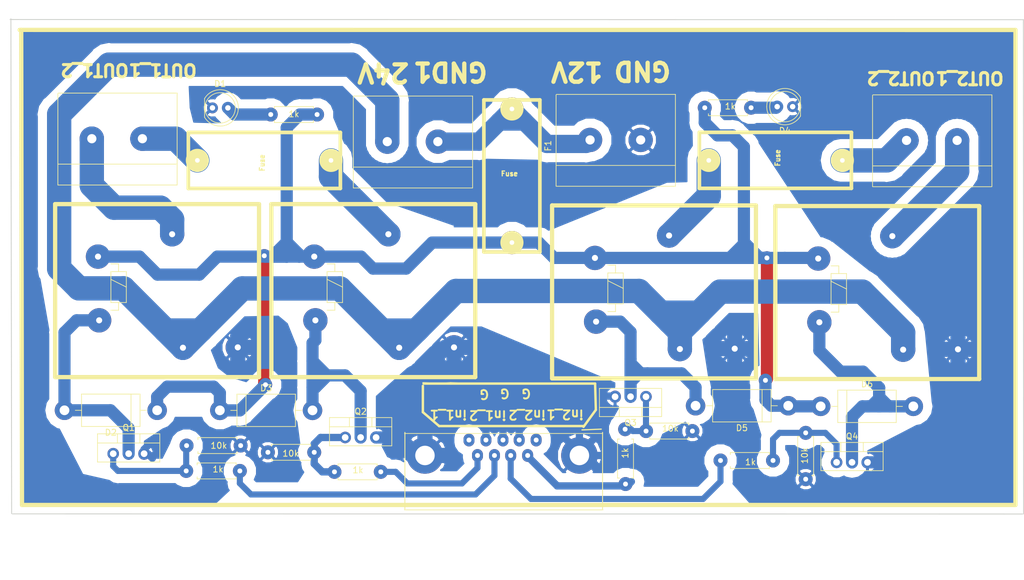
<source format=kicad_pcb>
(kicad_pcb (version 20171130) (host pcbnew "(5.0.2)-1")

  (general
    (thickness 1.6)
    (drawings 35)
    (tracks 287)
    (zones 0)
    (modules 32)
    (nets 27)
  )

  (page A4)
  (layers
    (0 F.Cu signal)
    (31 B.Cu signal)
    (32 B.Adhes user)
    (33 F.Adhes user)
    (34 B.Paste user)
    (35 F.Paste user)
    (36 B.SilkS user)
    (37 F.SilkS user)
    (38 B.Mask user)
    (39 F.Mask user)
    (40 Dwgs.User user)
    (41 Cmts.User user)
    (42 Eco1.User user)
    (43 Eco2.User user)
    (44 Edge.Cuts user)
    (45 Margin user)
    (46 B.CrtYd user)
    (47 F.CrtYd user)
    (48 B.Fab user)
    (49 F.Fab user)
  )

  (setup
    (last_trace_width 2)
    (user_trace_width 1)
    (user_trace_width 1.2)
    (user_trace_width 2)
    (user_trace_width 2.5)
    (user_trace_width 3)
    (user_trace_width 4)
    (user_trace_width 5)
    (user_trace_width 6)
    (trace_clearance 0.2)
    (zone_clearance 1.5)
    (zone_45_only no)
    (trace_min 0.2)
    (segment_width 0.2)
    (edge_width 0.15)
    (via_size 0.8)
    (via_drill 0.4)
    (via_min_size 0.4)
    (via_min_drill 0.3)
    (user_via 2.2 0.8)
    (uvia_size 0.3)
    (uvia_drill 0.1)
    (uvias_allowed no)
    (uvia_min_size 0.2)
    (uvia_min_drill 0.1)
    (pcb_text_width 0.3)
    (pcb_text_size 1.5 1.5)
    (mod_edge_width 0.15)
    (mod_text_size 1 1)
    (mod_text_width 0.15)
    (pad_size 1.8 1.8)
    (pad_drill 0.9)
    (pad_to_mask_clearance 0.051)
    (solder_mask_min_width 0.25)
    (aux_axis_origin 0 0)
    (visible_elements 7FFFFFFF)
    (pcbplotparams
      (layerselection 0x010fc_ffffffff)
      (usegerberextensions false)
      (usegerberattributes false)
      (usegerberadvancedattributes false)
      (creategerberjobfile false)
      (excludeedgelayer true)
      (linewidth 0.100000)
      (plotframeref false)
      (viasonmask false)
      (mode 1)
      (useauxorigin false)
      (hpglpennumber 1)
      (hpglpenspeed 20)
      (hpglpendiameter 15.000000)
      (psnegative false)
      (psa4output false)
      (plotreference true)
      (plotvalue true)
      (plotinvisibletext false)
      (padsonsilk false)
      (subtractmaskfromsilk false)
      (outputformat 1)
      (mirror false)
      (drillshape 1)
      (scaleselection 1)
      (outputdirectory ""))
  )

  (net 0 "")
  (net 1 GND)
  (net 2 "Net-(D1-Pad2)")
  (net 3 /12V)
  (net 4 "Net-(D2-Pad1)")
  (net 5 "Net-(D3-Pad1)")
  (net 6 "Net-(D4-Pad2)")
  (net 7 "Net-(D5-Pad1)")
  (net 8 "Net-(D6-Pad1)")
  (net 9 "Net-(F1-Pad2)")
  (net 10 /24V)
  (net 11 "Net-(J3-Pad1)")
  (net 12 "Net-(J3-Pad5)")
  (net 13 /in2_2)
  (net 14 /in2_1)
  (net 15 /in1_2)
  (net 16 /in1_1)
  (net 17 /out1_1)
  (net 18 /out1_2)
  (net 19 /out2_2)
  (net 20 /out2_1)
  (net 21 "Net-(Q1-Pad1)")
  (net 22 "Net-(Q2-Pad1)")
  (net 23 "Net-(Q3-Pad1)")
  (net 24 "Net-(Q4-Pad1)")
  (net 25 "Net-(F2-Pad1)")
  (net 26 "Net-(F3-Pad1)")

  (net_class Default "This is the default net class."
    (clearance 0.2)
    (trace_width 0.25)
    (via_dia 0.8)
    (via_drill 0.4)
    (uvia_dia 0.3)
    (uvia_drill 0.1)
    (add_net /12V)
    (add_net /24V)
    (add_net /in1_1)
    (add_net /in1_2)
    (add_net /in2_1)
    (add_net /in2_2)
    (add_net /out1_1)
    (add_net /out1_2)
    (add_net /out2_1)
    (add_net /out2_2)
    (add_net GND)
    (add_net "Net-(D1-Pad2)")
    (add_net "Net-(D2-Pad1)")
    (add_net "Net-(D3-Pad1)")
    (add_net "Net-(D4-Pad2)")
    (add_net "Net-(D5-Pad1)")
    (add_net "Net-(D6-Pad1)")
    (add_net "Net-(F1-Pad2)")
    (add_net "Net-(F2-Pad1)")
    (add_net "Net-(F3-Pad1)")
    (add_net "Net-(J3-Pad1)")
    (add_net "Net-(J3-Pad5)")
    (add_net "Net-(Q1-Pad1)")
    (add_net "Net-(Q2-Pad1)")
    (add_net "Net-(Q3-Pad1)")
    (add_net "Net-(Q4-Pad1)")
  )

  (module modFiles:Resistor_small (layer F.Cu) (tedit 5E2F84F2) (tstamp 5E3B5124)
    (at 60.96 95.4151)
    (descr "Resistor, Axial_DIN0207 series, Axial, Horizontal, pin pitch=7.62mm, 0.25W = 1/4W, length*diameter=6.3*2.5mm^2, http://cdn-reichelt.de/documents/datenblatt/B400/1_4W%23YAG.pdf")
    (tags "Resistor Axial_DIN0207 series Axial Horizontal pin pitch 7.62mm 0.25W = 1/4W length 6.3mm diameter 2.5mm")
    (path /5E2EBC2A)
    (fp_text reference 10k (at 4.0386 0) (layer F.SilkS)
      (effects (font (size 1 1) (thickness 0.15)))
    )
    (fp_text value R (at 3.81 2.31) (layer F.Fab)
      (effects (font (size 1 1) (thickness 0.15)))
    )
    (fp_line (start 0.66 -1.25) (end 0.66 1.25) (layer F.Fab) (width 0.1))
    (fp_line (start 0.66 1.25) (end 6.96 1.25) (layer F.Fab) (width 0.1))
    (fp_line (start 6.96 1.25) (end 6.96 -1.25) (layer F.Fab) (width 0.1))
    (fp_line (start 6.96 -1.25) (end 0.66 -1.25) (layer F.Fab) (width 0.1))
    (fp_line (start 0 0) (end 0.66 0) (layer F.Fab) (width 0.1))
    (fp_line (start 7.62 0) (end 6.96 0) (layer F.Fab) (width 0.1))
    (fp_line (start 0.6 -0.98) (end 0.6 -1.31) (layer F.SilkS) (width 0.12))
    (fp_line (start 0.6 -1.31) (end 7.02 -1.31) (layer F.SilkS) (width 0.12))
    (fp_line (start 7.02 -1.31) (end 7.02 -0.98) (layer F.SilkS) (width 0.12))
    (fp_line (start 0.6 0.98) (end 0.6 1.31) (layer F.SilkS) (width 0.12))
    (fp_line (start 0.6 1.31) (end 7.02 1.31) (layer F.SilkS) (width 0.12))
    (fp_line (start 7.02 1.31) (end 7.02 0.98) (layer F.SilkS) (width 0.12))
    (fp_line (start -1.05 -1.6) (end -1.05 1.6) (layer F.CrtYd) (width 0.05))
    (fp_line (start -1.05 1.6) (end 8.7 1.6) (layer F.CrtYd) (width 0.05))
    (fp_line (start 8.7 1.6) (end 8.7 -1.6) (layer F.CrtYd) (width 0.05))
    (fp_line (start 8.7 -1.6) (end -1.05 -1.6) (layer F.CrtYd) (width 0.05))
    (pad 1 thru_hole circle (at -1.27 0) (size 2.3 2.3) (drill 0.8) (layers *.Cu *.Mask)
      (net 21 "Net-(Q1-Pad1)"))
    (pad 2 thru_hole circle (at 7.62 0) (size 2.3 2.3) (drill 0.8) (layers *.Cu *.Mask)
      (net 1 GND))
    (model _3D/Used/R_Axial_DIN0207_L6.3mm_D2.5mm_P7.62mm_Horizontal.wrl
      (at (xyz 0 0 0))
      (scale (xyz 0.393701 0.393701 0.393701))
      (rotate (xyz 0 0 0))
    )
  )

  (module modFiles:Resistor_small (layer F.Cu) (tedit 5E2F84E2) (tstamp 5E3B510E)
    (at 60.833 99.5807)
    (descr "Resistor, Axial_DIN0207 series, Axial, Horizontal, pin pitch=7.62mm, 0.25W = 1/4W, length*diameter=6.3*2.5mm^2, http://cdn-reichelt.de/documents/datenblatt/B400/1_4W%23YAG.pdf")
    (tags "Resistor Axial_DIN0207 series Axial Horizontal pin pitch 7.62mm 0.25W = 1/4W length 6.3mm diameter 2.5mm")
    (path /5E2EBE6C)
    (fp_text reference 1k (at 4.0259 -0.2667) (layer F.SilkS)
      (effects (font (size 1 1) (thickness 0.15)))
    )
    (fp_text value R (at 3.81 2.31) (layer F.Fab)
      (effects (font (size 1 1) (thickness 0.15)))
    )
    (fp_line (start 8.7 -1.6) (end -1.05 -1.6) (layer F.CrtYd) (width 0.05))
    (fp_line (start 8.7 1.6) (end 8.7 -1.6) (layer F.CrtYd) (width 0.05))
    (fp_line (start -1.05 1.6) (end 8.7 1.6) (layer F.CrtYd) (width 0.05))
    (fp_line (start -1.05 -1.6) (end -1.05 1.6) (layer F.CrtYd) (width 0.05))
    (fp_line (start 7.02 1.31) (end 7.02 0.98) (layer F.SilkS) (width 0.12))
    (fp_line (start 0.6 1.31) (end 7.02 1.31) (layer F.SilkS) (width 0.12))
    (fp_line (start 0.6 0.98) (end 0.6 1.31) (layer F.SilkS) (width 0.12))
    (fp_line (start 7.02 -1.31) (end 7.02 -0.98) (layer F.SilkS) (width 0.12))
    (fp_line (start 0.6 -1.31) (end 7.02 -1.31) (layer F.SilkS) (width 0.12))
    (fp_line (start 0.6 -0.98) (end 0.6 -1.31) (layer F.SilkS) (width 0.12))
    (fp_line (start 7.62 0) (end 6.96 0) (layer F.Fab) (width 0.1))
    (fp_line (start 0 0) (end 0.66 0) (layer F.Fab) (width 0.1))
    (fp_line (start 6.96 -1.25) (end 0.66 -1.25) (layer F.Fab) (width 0.1))
    (fp_line (start 6.96 1.25) (end 6.96 -1.25) (layer F.Fab) (width 0.1))
    (fp_line (start 0.66 1.25) (end 6.96 1.25) (layer F.Fab) (width 0.1))
    (fp_line (start 0.66 -1.25) (end 0.66 1.25) (layer F.Fab) (width 0.1))
    (pad 2 thru_hole circle (at 7.62 0) (size 2.3 2.3) (drill 0.8) (layers *.Cu *.Mask)
      (net 16 /in1_1))
    (pad 1 thru_hole circle (at -1.2065 0) (size 2.3 2.3) (drill 0.8) (layers *.Cu *.Mask)
      (net 21 "Net-(Q1-Pad1)"))
    (model _3D/Used/R_Axial_DIN0207_L6.3mm_D2.5mm_P7.62mm_Horizontal.wrl
      (at (xyz 0 0 0))
      (scale (xyz 0.393701 0.393701 0.393701))
      (rotate (xyz 0 0 0))
    )
  )

  (module modFiles:Resistor_small (layer F.Cu) (tedit 5E2F8265) (tstamp 5E3B51A8)
    (at 156.1338 97.8662 180)
    (descr "Resistor, Axial_DIN0207 series, Axial, Horizontal, pin pitch=7.62mm, 0.25W = 1/4W, length*diameter=6.3*2.5mm^2, http://cdn-reichelt.de/documents/datenblatt/B400/1_4W%23YAG.pdf")
    (tags "Resistor Axial_DIN0207 series Axial Horizontal pin pitch 7.62mm 0.25W = 1/4W length 6.3mm diameter 2.5mm")
    (path /5E2EE0C4)
    (fp_text reference 1k (at 3.7084 -0.254 180) (layer F.SilkS)
      (effects (font (size 1 1) (thickness 0.15)))
    )
    (fp_text value R (at 3.81 2.31 180) (layer F.Fab)
      (effects (font (size 1 1) (thickness 0.15)))
    )
    (fp_line (start 8.7 -1.6) (end -1.05 -1.6) (layer F.CrtYd) (width 0.05))
    (fp_line (start 8.7 1.6) (end 8.7 -1.6) (layer F.CrtYd) (width 0.05))
    (fp_line (start -1.05 1.6) (end 8.7 1.6) (layer F.CrtYd) (width 0.05))
    (fp_line (start -1.05 -1.6) (end -1.05 1.6) (layer F.CrtYd) (width 0.05))
    (fp_line (start 7.02 1.31) (end 7.02 0.98) (layer F.SilkS) (width 0.12))
    (fp_line (start 0.6 1.31) (end 7.02 1.31) (layer F.SilkS) (width 0.12))
    (fp_line (start 0.6 0.98) (end 0.6 1.31) (layer F.SilkS) (width 0.12))
    (fp_line (start 7.02 -1.31) (end 7.02 -0.98) (layer F.SilkS) (width 0.12))
    (fp_line (start 0.6 -1.31) (end 7.02 -1.31) (layer F.SilkS) (width 0.12))
    (fp_line (start 0.6 -0.98) (end 0.6 -1.31) (layer F.SilkS) (width 0.12))
    (fp_line (start 7.62 0) (end 6.96 0) (layer F.Fab) (width 0.1))
    (fp_line (start 0 0) (end 0.66 0) (layer F.Fab) (width 0.1))
    (fp_line (start 6.96 -1.25) (end 0.66 -1.25) (layer F.Fab) (width 0.1))
    (fp_line (start 6.96 1.25) (end 6.96 -1.25) (layer F.Fab) (width 0.1))
    (fp_line (start 0.66 1.25) (end 6.96 1.25) (layer F.Fab) (width 0.1))
    (fp_line (start 0.66 -1.25) (end 0.66 1.25) (layer F.Fab) (width 0.1))
    (pad 2 thru_hole circle (at 8.636 0 180) (size 2.3 2.3) (drill 0.8) (layers *.Cu *.Mask)
      (net 13 /in2_2))
    (pad 1 thru_hole circle (at 0 0 180) (size 2.3 2.3) (drill 0.8) (layers *.Cu *.Mask)
      (net 24 "Net-(Q4-Pad1)"))
    (model _3D/Used/R_Axial_DIN0207_L6.3mm_D2.5mm_P7.62mm_Horizontal.wrl
      (at (xyz 0 0 0))
      (scale (xyz 0.393701 0.393701 0.393701))
      (rotate (xyz 0 0 0))
    )
  )

  (module modFiles:Resistor_small (layer F.Cu) (tedit 5E2F8160) (tstamp 5E3B517C)
    (at 131.8768 93.7387 270)
    (descr "Resistor, Axial_DIN0207 series, Axial, Horizontal, pin pitch=7.62mm, 0.25W = 1/4W, length*diameter=6.3*2.5mm^2, http://cdn-reichelt.de/documents/datenblatt/B400/1_4W%23YAG.pdf")
    (tags "Resistor Axial_DIN0207 series Axial Horizontal pin pitch 7.62mm 0.25W = 1/4W length 6.3mm diameter 2.5mm")
    (path /5E2EE0BE)
    (fp_text reference 1k (at 2.9083 0.0508 270) (layer F.SilkS)
      (effects (font (size 1 1) (thickness 0.15)))
    )
    (fp_text value R (at 3.81 2.31 270) (layer F.Fab)
      (effects (font (size 1 1) (thickness 0.15)))
    )
    (fp_line (start 0.66 -1.25) (end 0.66 1.25) (layer F.Fab) (width 0.1))
    (fp_line (start 0.66 1.25) (end 6.96 1.25) (layer F.Fab) (width 0.1))
    (fp_line (start 6.96 1.25) (end 6.96 -1.25) (layer F.Fab) (width 0.1))
    (fp_line (start 6.96 -1.25) (end 0.66 -1.25) (layer F.Fab) (width 0.1))
    (fp_line (start 0 0) (end 0.66 0) (layer F.Fab) (width 0.1))
    (fp_line (start 7.62 0) (end 6.96 0) (layer F.Fab) (width 0.1))
    (fp_line (start 0.6 -0.98) (end 0.6 -1.31) (layer F.SilkS) (width 0.12))
    (fp_line (start 0.6 -1.31) (end 7.02 -1.31) (layer F.SilkS) (width 0.12))
    (fp_line (start 7.02 -1.31) (end 7.02 -0.98) (layer F.SilkS) (width 0.12))
    (fp_line (start 0.6 0.98) (end 0.6 1.31) (layer F.SilkS) (width 0.12))
    (fp_line (start 0.6 1.31) (end 7.02 1.31) (layer F.SilkS) (width 0.12))
    (fp_line (start 7.02 1.31) (end 7.02 0.98) (layer F.SilkS) (width 0.12))
    (fp_line (start -1.05 -1.6) (end -1.05 1.6) (layer F.CrtYd) (width 0.05))
    (fp_line (start -1.05 1.6) (end 8.7 1.6) (layer F.CrtYd) (width 0.05))
    (fp_line (start 8.7 1.6) (end 8.7 -1.6) (layer F.CrtYd) (width 0.05))
    (fp_line (start 8.7 -1.6) (end -1.05 -1.6) (layer F.CrtYd) (width 0.05))
    (pad 1 thru_hole circle (at -1.016 0.0635 270) (size 2.3 2.3) (drill 0.8) (layers *.Cu *.Mask)
      (net 23 "Net-(Q3-Pad1)"))
    (pad 2 thru_hole circle (at 8.001 0 270) (size 2.3 2.3) (drill 0.8) (layers *.Cu *.Mask)
      (net 14 /in2_1))
    (model _3D/Used/R_Axial_DIN0207_L6.3mm_D2.5mm_P7.62mm_Horizontal.wrl
      (at (xyz 0 0 0))
      (scale (xyz 0.393701 0.393701 0.393701))
      (rotate (xyz 0 0 0))
    )
  )

  (module modFiles:Fuse_Holder (layer F.Cu) (tedit 5E2F90B8) (tstamp 5E3B4FFE)
    (at 72.263 49.022)
    (path /5E2ECC14)
    (fp_text reference F2 (at -2.921 -0.889) (layer F.SilkS) hide
      (effects (font (size 1 1) (thickness 0.15)))
    )
    (fp_text value Fuse (at -0.154 -0.098 90) (layer F.SilkS)
      (effects (font (size 0.8 0.8) (thickness 0.2)))
    )
    (fp_line (start -12.2809 -5.1054) (end 12.7191 -5.1054) (layer F.SilkS) (width 0.6))
    (fp_line (start 12.7191 -5.1054) (end 12.7191 4.1046) (layer F.SilkS) (width 0.6))
    (fp_line (start 12.7191 4.1046) (end -12.2809 4.1046) (layer F.SilkS) (width 0.6))
    (fp_line (start -12.2809 4.1046) (end -12.2809 -5.1054) (layer F.SilkS) (width 0.6))
    (pad 1 thru_hole circle (at 11.176 -0.508 90) (size 3.81 3.81) (drill 0.762) (layers *.Cu *.Mask F.SilkS)
      (net 25 "Net-(F2-Pad1)"))
    (pad 2 thru_hole circle (at -10.795 -0.508 90) (size 3.81 3.81) (drill 0.762) (layers *.Cu *.Mask F.SilkS)
      (net 18 /out1_2))
    (model _3D/Used/fuse_cq-200c.wrl
      (offset (xyz 0 0.5079999923706054 0))
      (scale (xyz 1 1 1))
      (rotate (xyz 0 0 90))
    )
  )

  (module modFiles:Resistor_small (layer F.Cu) (tedit 5E2F023C) (tstamp 5E3B5192)
    (at 135.255 93.0275)
    (descr "Resistor, Axial_DIN0207 series, Axial, Horizontal, pin pitch=7.62mm, 0.25W = 1/4W, length*diameter=6.3*2.5mm^2, http://cdn-reichelt.de/documents/datenblatt/B400/1_4W%23YAG.pdf")
    (tags "Resistor Axial_DIN0207 series Axial Horizontal pin pitch 7.62mm 0.25W = 1/4W length 6.3mm diameter 2.5mm")
    (path /5E2EE0B2)
    (fp_text reference 10k (at 4.0005 -0.4318) (layer F.SilkS)
      (effects (font (size 1 1) (thickness 0.15)))
    )
    (fp_text value R (at 3.81 2.31) (layer F.Fab)
      (effects (font (size 1 1) (thickness 0.15)))
    )
    (fp_line (start 0.66 -1.25) (end 0.66 1.25) (layer F.Fab) (width 0.1))
    (fp_line (start 0.66 1.25) (end 6.96 1.25) (layer F.Fab) (width 0.1))
    (fp_line (start 6.96 1.25) (end 6.96 -1.25) (layer F.Fab) (width 0.1))
    (fp_line (start 6.96 -1.25) (end 0.66 -1.25) (layer F.Fab) (width 0.1))
    (fp_line (start 0 0) (end 0.66 0) (layer F.Fab) (width 0.1))
    (fp_line (start 7.62 0) (end 6.96 0) (layer F.Fab) (width 0.1))
    (fp_line (start 0.6 -0.98) (end 0.6 -1.31) (layer F.SilkS) (width 0.12))
    (fp_line (start 0.6 -1.31) (end 7.02 -1.31) (layer F.SilkS) (width 0.12))
    (fp_line (start 7.02 -1.31) (end 7.02 -0.98) (layer F.SilkS) (width 0.12))
    (fp_line (start 0.6 0.98) (end 0.6 1.31) (layer F.SilkS) (width 0.12))
    (fp_line (start 0.6 1.31) (end 7.02 1.31) (layer F.SilkS) (width 0.12))
    (fp_line (start 7.02 1.31) (end 7.02 0.98) (layer F.SilkS) (width 0.12))
    (fp_line (start -1.05 -1.6) (end -1.05 1.6) (layer F.CrtYd) (width 0.05))
    (fp_line (start -1.05 1.6) (end 8.7 1.6) (layer F.CrtYd) (width 0.05))
    (fp_line (start 8.7 1.6) (end 8.7 -1.6) (layer F.CrtYd) (width 0.05))
    (fp_line (start 8.7 -1.6) (end -1.05 -1.6) (layer F.CrtYd) (width 0.05))
    (pad 1 thru_hole circle (at 0 0) (size 2.3 2.3) (drill 0.8) (layers *.Cu *.Mask)
      (net 23 "Net-(Q3-Pad1)"))
    (pad 2 thru_hole circle (at 7.62 0) (size 2.3 2.3) (drill 0.8) (layers *.Cu *.Mask)
      (net 1 GND))
    (model _3D/Used/R_Axial_DIN0207_L6.3mm_D2.5mm_P7.62mm_Horizontal.wrl
      (at (xyz 0 0 0))
      (scale (xyz 0.393701 0.393701 0.393701))
      (rotate (xyz 0 0 0))
    )
  )

  (module LED_THT:LED_D5.0mm (layer F.Cu) (tedit 5E2F01CA) (tstamp 5E3B4F78)
    (at 63.9445 39.878)
    (descr "LED, diameter 5.0mm, 2 pins, http://cdn-reichelt.de/documents/datenblatt/A500/LL-504BC2E-009.pdf")
    (tags "LED diameter 5.0mm 2 pins")
    (path /5E2EDB90)
    (fp_text reference D1 (at 1.27 -3.96) (layer F.SilkS)
      (effects (font (size 1 1) (thickness 0.15)))
    )
    (fp_text value LED (at 1.27 3.96) (layer F.Fab)
      (effects (font (size 1 1) (thickness 0.15)))
    )
    (fp_arc (start 1.27 0) (end -1.23 -1.469694) (angle 299.1) (layer F.Fab) (width 0.1))
    (fp_arc (start 1.27 0) (end -1.29 -1.54483) (angle 148.9) (layer F.SilkS) (width 0.12))
    (fp_arc (start 1.27 0) (end -1.29 1.54483) (angle -148.9) (layer F.SilkS) (width 0.12))
    (fp_circle (center 1.27 0) (end 3.77 0) (layer F.Fab) (width 0.1))
    (fp_circle (center 1.27 0) (end 3.77 0) (layer F.SilkS) (width 0.12))
    (fp_line (start -1.23 -1.469694) (end -1.23 1.469694) (layer F.Fab) (width 0.1))
    (fp_line (start -1.29 -1.545) (end -1.29 1.545) (layer F.SilkS) (width 0.12))
    (fp_line (start -1.95 -3.25) (end -1.95 3.25) (layer F.CrtYd) (width 0.05))
    (fp_line (start -1.95 3.25) (end 4.5 3.25) (layer F.CrtYd) (width 0.05))
    (fp_line (start 4.5 3.25) (end 4.5 -3.25) (layer F.CrtYd) (width 0.05))
    (fp_line (start 4.5 -3.25) (end -1.95 -3.25) (layer F.CrtYd) (width 0.05))
    (fp_text user %R (at 1.25 0) (layer F.Fab)
      (effects (font (size 0.8 0.8) (thickness 0.2)))
    )
    (pad 1 thru_hole circle (at 0 0) (size 1.8 1.8) (drill 0.9) (layers *.Cu *.Mask)
      (net 1 GND))
    (pad 2 thru_hole circle (at 2.54 0) (size 1.8 1.8) (drill 0.9) (layers *.Cu *.Mask)
      (net 2 "Net-(D1-Pad2)"))
    (model ${KISYS3DMOD}/LED_THT.3dshapes/LED_D5.0mm.wrl
      (at (xyz 0 0 0))
      (scale (xyz 1 1 1))
      (rotate (xyz 0 0 0))
    )
  )

  (module modFiles:Diode_Medium (layer F.Cu) (tedit 5E2EEE73) (tstamp 5E3B4F90)
    (at 54.8513 89.6112 180)
    (descr "D, DO-201AD series, Axial, Horizontal, pin pitch=15.24mm, , length*diameter=9.5*5.2mm^2, , http://www.diodes.com/_files/packages/DO-201AD.pdf")
    (tags "D DO-201AD series Axial Horizontal pin pitch 15.24mm  length 9.5mm diameter 5.2mm")
    (path /5E2EB8DF)
    (fp_text reference D2 (at 7.62 -3.66 180) (layer F.SilkS)
      (effects (font (size 1 1) (thickness 0.15)))
    )
    (fp_text value DIODE (at 7.62 3.66 180) (layer F.Fab)
      (effects (font (size 1 1) (thickness 0.15)))
    )
    (fp_line (start 17.1 -2.95) (end -1.85 -2.95) (layer F.CrtYd) (width 0.05))
    (fp_line (start 17.1 2.95) (end 17.1 -2.95) (layer F.CrtYd) (width 0.05))
    (fp_line (start -1.85 2.95) (end 17.1 2.95) (layer F.CrtYd) (width 0.05))
    (fp_line (start -1.85 -2.95) (end -1.85 2.95) (layer F.CrtYd) (width 0.05))
    (fp_line (start 4.295 -2.66) (end 4.295 2.66) (layer F.SilkS) (width 0.12))
    (fp_line (start 13.46 0) (end 12.43 0) (layer F.SilkS) (width 0.12))
    (fp_line (start 1.78 0) (end 2.81 0) (layer F.SilkS) (width 0.12))
    (fp_line (start 12.43 -2.66) (end 2.81 -2.66) (layer F.SilkS) (width 0.12))
    (fp_line (start 12.43 2.66) (end 12.43 -2.66) (layer F.SilkS) (width 0.12))
    (fp_line (start 2.81 2.66) (end 12.43 2.66) (layer F.SilkS) (width 0.12))
    (fp_line (start 2.81 -2.66) (end 2.81 2.66) (layer F.SilkS) (width 0.12))
    (fp_line (start 4.295 -2.6) (end 4.295 2.6) (layer F.Fab) (width 0.1))
    (fp_line (start 15.24 0) (end 12.37 0) (layer F.Fab) (width 0.1))
    (fp_line (start 0 0) (end 2.87 0) (layer F.Fab) (width 0.1))
    (fp_line (start 12.37 -2.6) (end 2.87 -2.6) (layer F.Fab) (width 0.1))
    (fp_line (start 12.37 2.6) (end 12.37 -2.6) (layer F.Fab) (width 0.1))
    (fp_line (start 2.87 2.6) (end 12.37 2.6) (layer F.Fab) (width 0.1))
    (fp_line (start 2.87 -2.6) (end 2.87 2.6) (layer F.Fab) (width 0.1))
    (pad 1 thru_hole oval (at 15.24 0 180) (size 3.2 3.2) (drill 1.6) (layers *.Cu *.Mask)
      (net 4 "Net-(D2-Pad1)"))
    (pad 2 thru_hole circle (at 0 0 180) (size 3.2 3.2) (drill 1.6) (layers *.Cu *.Mask)
      (net 3 /12V))
    (model _3D/Used/D_DO-15_P10.16mm_Horizontal.wrl
      (at (xyz 0 0 0))
      (scale (xyz 0.6 0.6 0.6))
      (rotate (xyz 0 0 0))
    )
  )

  (module modFiles:Diode_Medium (layer F.Cu) (tedit 5E2EEE83) (tstamp 5E3B4FA8)
    (at 65.1637 89.6239)
    (descr "D, DO-201AD series, Axial, Horizontal, pin pitch=15.24mm, , length*diameter=9.5*5.2mm^2, , http://www.diodes.com/_files/packages/DO-201AD.pdf")
    (tags "D DO-201AD series Axial Horizontal pin pitch 15.24mm  length 9.5mm diameter 5.2mm")
    (path /5E2EC393)
    (fp_text reference D3 (at 7.62 -3.66) (layer F.SilkS)
      (effects (font (size 1 1) (thickness 0.15)))
    )
    (fp_text value DIODE (at 7.62 3.66) (layer F.Fab)
      (effects (font (size 1 1) (thickness 0.15)))
    )
    (fp_line (start 2.87 -2.6) (end 2.87 2.6) (layer F.Fab) (width 0.1))
    (fp_line (start 2.87 2.6) (end 12.37 2.6) (layer F.Fab) (width 0.1))
    (fp_line (start 12.37 2.6) (end 12.37 -2.6) (layer F.Fab) (width 0.1))
    (fp_line (start 12.37 -2.6) (end 2.87 -2.6) (layer F.Fab) (width 0.1))
    (fp_line (start 0 0) (end 2.87 0) (layer F.Fab) (width 0.1))
    (fp_line (start 15.24 0) (end 12.37 0) (layer F.Fab) (width 0.1))
    (fp_line (start 4.295 -2.6) (end 4.295 2.6) (layer F.Fab) (width 0.1))
    (fp_line (start 2.81 -2.66) (end 2.81 2.66) (layer F.SilkS) (width 0.12))
    (fp_line (start 2.81 2.66) (end 12.43 2.66) (layer F.SilkS) (width 0.12))
    (fp_line (start 12.43 2.66) (end 12.43 -2.66) (layer F.SilkS) (width 0.12))
    (fp_line (start 12.43 -2.66) (end 2.81 -2.66) (layer F.SilkS) (width 0.12))
    (fp_line (start 1.78 0) (end 2.81 0) (layer F.SilkS) (width 0.12))
    (fp_line (start 13.46 0) (end 12.43 0) (layer F.SilkS) (width 0.12))
    (fp_line (start 4.295 -2.66) (end 4.295 2.66) (layer F.SilkS) (width 0.12))
    (fp_line (start -1.85 -2.95) (end -1.85 2.95) (layer F.CrtYd) (width 0.05))
    (fp_line (start -1.85 2.95) (end 17.1 2.95) (layer F.CrtYd) (width 0.05))
    (fp_line (start 17.1 2.95) (end 17.1 -2.95) (layer F.CrtYd) (width 0.05))
    (fp_line (start 17.1 -2.95) (end -1.85 -2.95) (layer F.CrtYd) (width 0.05))
    (pad 2 thru_hole circle (at 0 0) (size 3.2 3.2) (drill 1.6) (layers *.Cu *.Mask)
      (net 3 /12V))
    (pad 1 thru_hole oval (at 15.24 0) (size 3.2 3.2) (drill 1.6) (layers *.Cu *.Mask)
      (net 5 "Net-(D3-Pad1)"))
    (model _3D/Used/D_DO-15_P10.16mm_Horizontal.wrl
      (at (xyz 0 0 0))
      (scale (xyz 0.6 0.6 0.6))
      (rotate (xyz 0 0 0))
    )
  )

  (module LED_THT:LED_D5.0mm (layer F.Cu) (tedit 5E2F01D8) (tstamp 5E3B4FBA)
    (at 159.3596 39.6748 180)
    (descr "LED, diameter 5.0mm, 2 pins, http://cdn-reichelt.de/documents/datenblatt/A500/LL-504BC2E-009.pdf")
    (tags "LED diameter 5.0mm 2 pins")
    (path /5E2EE117)
    (fp_text reference D4 (at 1.27 -3.96 180) (layer F.SilkS)
      (effects (font (size 1 1) (thickness 0.15)))
    )
    (fp_text value LED (at 1.27 3.96 180) (layer F.Fab)
      (effects (font (size 1 1) (thickness 0.15)))
    )
    (fp_text user %R (at 1.25 0 180) (layer F.Fab)
      (effects (font (size 0.8 0.8) (thickness 0.2)))
    )
    (fp_line (start 4.5 -3.25) (end -1.95 -3.25) (layer F.CrtYd) (width 0.05))
    (fp_line (start 4.5 3.25) (end 4.5 -3.25) (layer F.CrtYd) (width 0.05))
    (fp_line (start -1.95 3.25) (end 4.5 3.25) (layer F.CrtYd) (width 0.05))
    (fp_line (start -1.95 -3.25) (end -1.95 3.25) (layer F.CrtYd) (width 0.05))
    (fp_line (start -1.29 -1.545) (end -1.29 1.545) (layer F.SilkS) (width 0.12))
    (fp_line (start -1.23 -1.469694) (end -1.23 1.469694) (layer F.Fab) (width 0.1))
    (fp_circle (center 1.27 0) (end 3.77 0) (layer F.SilkS) (width 0.12))
    (fp_circle (center 1.27 0) (end 3.77 0) (layer F.Fab) (width 0.1))
    (fp_arc (start 1.27 0) (end -1.29 1.54483) (angle -148.9) (layer F.SilkS) (width 0.12))
    (fp_arc (start 1.27 0) (end -1.29 -1.54483) (angle 148.9) (layer F.SilkS) (width 0.12))
    (fp_arc (start 1.27 0) (end -1.23 -1.469694) (angle 299.1) (layer F.Fab) (width 0.1))
    (pad 2 thru_hole circle (at 2.54 0 180) (size 1.8 1.8) (drill 0.9) (layers *.Cu *.Mask)
      (net 6 "Net-(D4-Pad2)"))
    (pad 1 thru_hole circle (at 0 0 180) (size 1.8 1.8) (drill 0.9) (layers *.Cu *.Mask)
      (net 1 GND))
    (model ${KISYS3DMOD}/LED_THT.3dshapes/LED_D5.0mm.wrl
      (at (xyz 0 0 0))
      (scale (xyz 1 1 1))
      (rotate (xyz 0 0 0))
    )
  )

  (module modFiles:Diode_Medium (layer F.Cu) (tedit 5E2EEE8F) (tstamp 5E3B4FD2)
    (at 158.6357 88.8619 180)
    (descr "D, DO-201AD series, Axial, Horizontal, pin pitch=15.24mm, , length*diameter=9.5*5.2mm^2, , http://www.diodes.com/_files/packages/DO-201AD.pdf")
    (tags "D DO-201AD series Axial Horizontal pin pitch 15.24mm  length 9.5mm diameter 5.2mm")
    (path /5E2EE08F)
    (fp_text reference D5 (at 7.62 -3.66 180) (layer F.SilkS)
      (effects (font (size 1 1) (thickness 0.15)))
    )
    (fp_text value DIODE (at 7.62 3.66 180) (layer F.Fab)
      (effects (font (size 1 1) (thickness 0.15)))
    )
    (fp_line (start 17.1 -2.95) (end -1.85 -2.95) (layer F.CrtYd) (width 0.05))
    (fp_line (start 17.1 2.95) (end 17.1 -2.95) (layer F.CrtYd) (width 0.05))
    (fp_line (start -1.85 2.95) (end 17.1 2.95) (layer F.CrtYd) (width 0.05))
    (fp_line (start -1.85 -2.95) (end -1.85 2.95) (layer F.CrtYd) (width 0.05))
    (fp_line (start 4.295 -2.66) (end 4.295 2.66) (layer F.SilkS) (width 0.12))
    (fp_line (start 13.46 0) (end 12.43 0) (layer F.SilkS) (width 0.12))
    (fp_line (start 1.78 0) (end 2.81 0) (layer F.SilkS) (width 0.12))
    (fp_line (start 12.43 -2.66) (end 2.81 -2.66) (layer F.SilkS) (width 0.12))
    (fp_line (start 12.43 2.66) (end 12.43 -2.66) (layer F.SilkS) (width 0.12))
    (fp_line (start 2.81 2.66) (end 12.43 2.66) (layer F.SilkS) (width 0.12))
    (fp_line (start 2.81 -2.66) (end 2.81 2.66) (layer F.SilkS) (width 0.12))
    (fp_line (start 4.295 -2.6) (end 4.295 2.6) (layer F.Fab) (width 0.1))
    (fp_line (start 15.24 0) (end 12.37 0) (layer F.Fab) (width 0.1))
    (fp_line (start 0 0) (end 2.87 0) (layer F.Fab) (width 0.1))
    (fp_line (start 12.37 -2.6) (end 2.87 -2.6) (layer F.Fab) (width 0.1))
    (fp_line (start 12.37 2.6) (end 12.37 -2.6) (layer F.Fab) (width 0.1))
    (fp_line (start 2.87 2.6) (end 12.37 2.6) (layer F.Fab) (width 0.1))
    (fp_line (start 2.87 -2.6) (end 2.87 2.6) (layer F.Fab) (width 0.1))
    (pad 1 thru_hole oval (at 15.24 0 180) (size 3.2 3.2) (drill 1.6) (layers *.Cu *.Mask)
      (net 7 "Net-(D5-Pad1)"))
    (pad 2 thru_hole circle (at 0 0 180) (size 3.2 3.2) (drill 1.6) (layers *.Cu *.Mask)
      (net 3 /12V))
    (model _3D/Used/D_DO-15_P10.16mm_Horizontal.wrl
      (at (xyz 0 0 0))
      (scale (xyz 0.6 0.6 0.6))
      (rotate (xyz 0 0 0))
    )
  )

  (module modFiles:Diode_Medium (layer F.Cu) (tedit 5E2EEE9F) (tstamp 5E3B4FEA)
    (at 163.9697 88.9635)
    (descr "D, DO-201AD series, Axial, Horizontal, pin pitch=15.24mm, , length*diameter=9.5*5.2mm^2, , http://www.diodes.com/_files/packages/DO-201AD.pdf")
    (tags "D DO-201AD series Axial Horizontal pin pitch 15.24mm  length 9.5mm diameter 5.2mm")
    (path /5E2EE0E1)
    (fp_text reference D6 (at 7.62 -3.66) (layer F.SilkS)
      (effects (font (size 1 1) (thickness 0.15)))
    )
    (fp_text value DIODE (at 3.3909 1.7272) (layer F.Fab)
      (effects (font (size 1 1) (thickness 0.15)))
    )
    (fp_line (start 2.87 -2.6) (end 2.87 2.6) (layer F.Fab) (width 0.1))
    (fp_line (start 2.87 2.6) (end 12.37 2.6) (layer F.Fab) (width 0.1))
    (fp_line (start 12.37 2.6) (end 12.37 -2.6) (layer F.Fab) (width 0.1))
    (fp_line (start 12.37 -2.6) (end 2.87 -2.6) (layer F.Fab) (width 0.1))
    (fp_line (start 0 0) (end 2.87 0) (layer F.Fab) (width 0.1))
    (fp_line (start 15.24 0) (end 12.37 0) (layer F.Fab) (width 0.1))
    (fp_line (start 4.295 -2.6) (end 4.295 2.6) (layer F.Fab) (width 0.1))
    (fp_line (start 2.81 -2.66) (end 2.81 2.66) (layer F.SilkS) (width 0.12))
    (fp_line (start 2.81 2.66) (end 12.43 2.66) (layer F.SilkS) (width 0.12))
    (fp_line (start 12.43 2.66) (end 12.43 -2.66) (layer F.SilkS) (width 0.12))
    (fp_line (start 12.43 -2.66) (end 2.81 -2.66) (layer F.SilkS) (width 0.12))
    (fp_line (start 1.78 0) (end 2.81 0) (layer F.SilkS) (width 0.12))
    (fp_line (start 13.46 0) (end 12.43 0) (layer F.SilkS) (width 0.12))
    (fp_line (start 4.295 -2.66) (end 4.295 2.66) (layer F.SilkS) (width 0.12))
    (fp_line (start -1.85 -2.95) (end -1.85 2.95) (layer F.CrtYd) (width 0.05))
    (fp_line (start -1.85 2.95) (end 17.1 2.95) (layer F.CrtYd) (width 0.05))
    (fp_line (start 17.1 2.95) (end 17.1 -2.95) (layer F.CrtYd) (width 0.05))
    (fp_line (start 17.1 -2.95) (end -1.85 -2.95) (layer F.CrtYd) (width 0.05))
    (pad 2 thru_hole circle (at 0 0) (size 3.2 3.2) (drill 1.6) (layers *.Cu *.Mask)
      (net 3 /12V))
    (pad 1 thru_hole oval (at 15.24 0) (size 3.2 3.2) (drill 1.6) (layers *.Cu *.Mask)
      (net 8 "Net-(D6-Pad1)"))
    (model _3D/Used/D_DO-15_P10.16mm_Horizontal.wrl
      (at (xyz 0 0 0))
      (scale (xyz 0.6 0.6 0.6))
      (rotate (xyz 0 0 0))
    )
  )

  (module modFiles:Fuse_Holder (layer F.Cu) (tedit 5ADE0D9F) (tstamp 5E3B4FF4)
    (at 112.6871 50.8508 270)
    (path /5E2EB634)
    (fp_text reference F1 (at -4.7371 -6.4516 270) (layer F.SilkS)
      (effects (font (size 1 1) (thickness 0.15)))
    )
    (fp_text value Fuse (at -0.154 -0.098) (layer F.SilkS)
      (effects (font (size 0.8 0.8) (thickness 0.2)))
    )
    (fp_line (start -12.2809 -5.1054) (end 12.7191 -5.1054) (layer F.SilkS) (width 0.6))
    (fp_line (start 12.7191 -5.1054) (end 12.7191 4.1046) (layer F.SilkS) (width 0.6))
    (fp_line (start 12.7191 4.1046) (end -12.2809 4.1046) (layer F.SilkS) (width 0.6))
    (fp_line (start -12.2809 4.1046) (end -12.2809 -5.1054) (layer F.SilkS) (width 0.6))
    (pad 1 thru_hole circle (at 11.176 -0.508) (size 3.81 3.81) (drill 0.762) (layers *.Cu *.Mask F.SilkS)
      (net 3 /12V))
    (pad 2 thru_hole circle (at -10.795 -0.508) (size 3.81 3.81) (drill 0.762) (layers *.Cu *.Mask F.SilkS)
      (net 9 "Net-(F1-Pad2)"))
    (model _3D/Used/fuse_cq-200c.wrl
      (offset (xyz 0 0.5079999923706054 0))
      (scale (xyz 1 1 1))
      (rotate (xyz 0 0 90))
    )
  )

  (module modFiles:Fuse_Holder (layer F.Cu) (tedit 5E2F90D3) (tstamp 5E3B5008)
    (at 156.7434 48.006 180)
    (path /5E2EE0FD)
    (fp_text reference F3 (at -3.4036 -0.381 180) (layer F.SilkS) hide
      (effects (font (size 1 1) (thickness 0.15)))
    )
    (fp_text value Fuse (at -0.154 -0.098 270) (layer F.SilkS)
      (effects (font (size 0.8 0.8) (thickness 0.2)))
    )
    (fp_line (start -12.2809 4.1046) (end -12.2809 -5.1054) (layer F.SilkS) (width 0.6))
    (fp_line (start 12.7191 4.1046) (end -12.2809 4.1046) (layer F.SilkS) (width 0.6))
    (fp_line (start 12.7191 -5.1054) (end 12.7191 4.1046) (layer F.SilkS) (width 0.6))
    (fp_line (start -12.2809 -5.1054) (end 12.7191 -5.1054) (layer F.SilkS) (width 0.6))
    (pad 2 thru_hole circle (at -10.795 -0.508 270) (size 3.81 3.81) (drill 0.762) (layers *.Cu *.Mask F.SilkS)
      (net 20 /out2_1))
    (pad 1 thru_hole circle (at 11.176 -0.508 270) (size 3.81 3.81) (drill 0.762) (layers *.Cu *.Mask F.SilkS)
      (net 26 "Net-(F3-Pad1)"))
    (model _3D/Used/fuse_cq-200c.wrl
      (offset (xyz 0 0.5079999923706054 0))
      (scale (xyz 1 1 1))
      (rotate (xyz 0 0 90))
    )
  )

  (module "modFiles:black screw terminal" (layer F.Cu) (tedit 5E21A59D) (tstamp 5E3B501C)
    (at 94.1578 45.8724)
    (descr "Bornier d'alimentation 2 pins")
    (tags DEV)
    (path /5E2EB53E)
    (fp_text reference J1 (at 2.62 -4.92) (layer F.SilkS) hide
      (effects (font (size 1 1) (thickness 0.15)))
    )
    (fp_text value Conn_01x02 (at 2.3 9.4 180) (layer F.Fab)
      (effects (font (size 1 1) (thickness 0.15)))
    )
    (fp_line (start -6.9215 3.683) (end 12.573 3.683) (layer F.Fab) (width 0.1))
    (fp_line (start -6.985 -7.8105) (end -6.985 7.112) (layer F.Fab) (width 0.1))
    (fp_line (start -6.9215 7.112) (end 12.5095 7.112) (layer F.Fab) (width 0.1))
    (fp_line (start 12.5095 7.112) (end 12.5095 -7.8105) (layer F.Fab) (width 0.1))
    (fp_line (start 12.5095 -7.8105) (end -6.9215 -7.8105) (layer F.Fab) (width 0.1))
    (fp_line (start 12.573 3.7465) (end -6.985 3.7465) (layer F.SilkS) (width 0.12))
    (fp_line (start 12.573 7.1755) (end 12.573 -7.9375) (layer F.SilkS) (width 0.12))
    (fp_line (start 12.573 -7.9375) (end -6.985 -7.9375) (layer F.SilkS) (width 0.12))
    (fp_line (start -7.0485 -7.874) (end -7.0485 7.1755) (layer F.SilkS) (width 0.12))
    (fp_line (start -6.985 7.1755) (end 12.5095 7.1755) (layer F.SilkS) (width 0.12))
    (fp_line (start -7.239 -8.1915) (end 12.827 -8.1915) (layer F.CrtYd) (width 0.05))
    (fp_line (start -7.239 -8.1915) (end -7.239 7.4295) (layer F.CrtYd) (width 0.05))
    (fp_line (start 12.827 7.493) (end 12.827 -8.1915) (layer F.CrtYd) (width 0.05))
    (fp_line (start 12.827 7.493) (end -7.239 7.493) (layer F.CrtYd) (width 0.05))
    (pad 1 thru_hole circle (at -1.4605 -0.4445) (size 4 4) (drill 1.52) (layers *.Cu *.Mask)
      (net 10 /24V))
    (pad 2 thru_hole circle (at 6.858 -0.4445) (size 4 4) (drill 1.52) (layers *.Cu *.Mask)
      (net 9 "Net-(F1-Pad2)"))
    (model ${KISYS3DMOD}/Connectors.3dshapes/bornier2.wrl
      (at (xyz 0 0 0))
      (scale (xyz 1 1 1))
      (rotate (xyz 0 0 0))
    )
  )

  (module "modFiles:black screw terminal" (layer F.Cu) (tedit 5E21A59D) (tstamp 5E3B5030)
    (at 127.508 45.593)
    (descr "Bornier d'alimentation 2 pins")
    (tags DEV)
    (path /5E2EB584)
    (fp_text reference J2 (at 2.62 -4.92) (layer F.SilkS) hide
      (effects (font (size 1 1) (thickness 0.15)))
    )
    (fp_text value Conn_01x02 (at 2.3 9.4 180) (layer F.Fab)
      (effects (font (size 1 1) (thickness 0.15)))
    )
    (fp_line (start 12.827 7.493) (end -7.239 7.493) (layer F.CrtYd) (width 0.05))
    (fp_line (start 12.827 7.493) (end 12.827 -8.1915) (layer F.CrtYd) (width 0.05))
    (fp_line (start -7.239 -8.1915) (end -7.239 7.4295) (layer F.CrtYd) (width 0.05))
    (fp_line (start -7.239 -8.1915) (end 12.827 -8.1915) (layer F.CrtYd) (width 0.05))
    (fp_line (start -6.985 7.1755) (end 12.5095 7.1755) (layer F.SilkS) (width 0.12))
    (fp_line (start -7.0485 -7.874) (end -7.0485 7.1755) (layer F.SilkS) (width 0.12))
    (fp_line (start 12.573 -7.9375) (end -6.985 -7.9375) (layer F.SilkS) (width 0.12))
    (fp_line (start 12.573 7.1755) (end 12.573 -7.9375) (layer F.SilkS) (width 0.12))
    (fp_line (start 12.573 3.7465) (end -6.985 3.7465) (layer F.SilkS) (width 0.12))
    (fp_line (start 12.5095 -7.8105) (end -6.9215 -7.8105) (layer F.Fab) (width 0.1))
    (fp_line (start 12.5095 7.112) (end 12.5095 -7.8105) (layer F.Fab) (width 0.1))
    (fp_line (start -6.9215 7.112) (end 12.5095 7.112) (layer F.Fab) (width 0.1))
    (fp_line (start -6.985 -7.8105) (end -6.985 7.112) (layer F.Fab) (width 0.1))
    (fp_line (start -6.9215 3.683) (end 12.573 3.683) (layer F.Fab) (width 0.1))
    (pad 2 thru_hole circle (at 6.858 -0.4445) (size 4 4) (drill 1.52) (layers *.Cu *.Mask)
      (net 1 GND))
    (pad 1 thru_hole circle (at -1.4605 -0.4445) (size 4 4) (drill 1.52) (layers *.Cu *.Mask)
      (net 9 "Net-(F1-Pad2)"))
    (model ${KISYS3DMOD}/Connectors.3dshapes/bornier2.wrl
      (at (xyz 0 0 0))
      (scale (xyz 1 1 1))
      (rotate (xyz 0 0 0))
    )
  )

  (module modFiles:Connector_DB_9 (layer F.Cu) (tedit 5E2EF6E0) (tstamp 5E3B5052)
    (at 117.1829 94.5007 180)
    (descr "Connecteur DB9 femelle couche")
    (tags "CONN DB9")
    (path /5E2F50AB)
    (fp_text reference J3 (at 5.46 2.28 180) (layer F.SilkS) hide
      (effects (font (size 1 1) (thickness 0.15)))
    )
    (fp_text value DB9_Female_MountingHoles (at 6.73 -5.08 180) (layer F.Fab)
      (effects (font (size 1 1) (thickness 0.15)))
    )
    (fp_line (start -10.922 -11.43) (end -10.922 1.016) (layer F.Fab) (width 0.15))
    (fp_line (start 21.59 -11.43) (end 21.59 1.016) (layer F.Fab) (width 0.15))
    (fp_line (start -10.922 -11.43) (end -10.922 1.27) (layer F.SilkS) (width 0.15))
    (fp_line (start 21.59 -11.43) (end 21.59 1.016) (layer F.SilkS) (width 0.15))
    (fp_line (start 21.59 1.016) (end 21.59 1.27) (layer F.SilkS) (width 0.15))
    (fp_line (start 12.954 -20.066) (end 12.954 -13.208) (layer F.Fab) (width 0.1))
    (fp_line (start -2.286 -20.066) (end -2.286 -13.208) (layer F.Fab) (width 0.1))
    (fp_line (start -10.922 -13.208) (end -10.922 -11.303) (layer F.Fab) (width 0.1))
    (fp_line (start 21.59 -13.208) (end -10.922 -13.208) (layer F.Fab) (width 0.1))
    (fp_line (start 21.59 -11.303) (end 21.59 -13.208) (layer F.Fab) (width 0.1))
    (fp_line (start -10.944 1.08) (end 21.656 1.08) (layer F.SilkS) (width 0.12))
    (fp_line (start 21.656 -11.486) (end -10.994 -11.486) (layer F.SilkS) (width 0.12))
    (fp_line (start -10.924 1.02) (end 21.586 1.02) (layer F.Fab) (width 0.1))
    (fp_line (start 21.586 -11.426) (end -10.924 -11.426) (layer F.Fab) (width 0.1))
    (fp_line (start -3.814 -11.426) (end -3.814 -3.806) (layer F.Fab) (width 0.1))
    (fp_line (start -3.814 -3.806) (end 14.476 -3.806) (layer F.Fab) (width 0.1))
    (fp_line (start 14.476 -3.806) (end 14.476 -11.426) (layer F.Fab) (width 0.1))
    (fp_line (start -2.284 -20.066) (end 12.956 -20.066) (layer F.Fab) (width 0.1))
    (fp_line (start 22.09 1.27) (end -10.92 1.27) (layer F.CrtYd) (width 0.05))
    (pad 0 thru_hole circle (at 18.29 -2.54 180) (size 6 6) (drill 3.2) (layers *.Cu *.Mask)
      (net 1 GND))
    (pad 0 thru_hole circle (at -7.11 -2.54 180) (size 6 6) (drill 3.2) (layers *.Cu *.Mask)
      (net 1 GND))
    (pad 1 thru_hole oval (at 0 0 180) (size 1.8 2.1) (drill 0.8) (layers *.Cu *.Mask)
      (net 11 "Net-(J3-Pad1)"))
    (pad 2 thru_hole oval (at 2.79 0 180) (size 1.8 2.1) (drill 0.8) (layers *.Cu *.Mask)
      (net 1 GND))
    (pad 3 thru_hole oval (at 5.46 0 180) (size 1.8 2.1) (drill 0.8) (layers *.Cu *.Mask)
      (net 1 GND))
    (pad 4 thru_hole oval (at 8.26 0 180) (size 1.8 2.1) (drill 0.8) (layers *.Cu *.Mask)
      (net 1 GND))
    (pad 5 thru_hole oval (at 11.05 0 180) (size 1.8 2.1) (drill 0.8) (layers *.Cu *.Mask)
      (net 12 "Net-(J3-Pad5)"))
    (pad 6 thru_hole oval (at 1.4 -2.54 180) (size 1.8 2.1) (drill 0.8) (layers *.Cu *.Mask)
      (net 14 /in2_1))
    (pad 7 thru_hole oval (at 4.19 -2.54 180) (size 1.8 2.1) (drill 0.8) (layers *.Cu *.Mask)
      (net 13 /in2_2))
    (pad 8 thru_hole oval (at 6.86 -2.54 180) (size 1.8 2.1) (drill 0.8) (layers *.Cu *.Mask)
      (net 16 /in1_1))
    (pad 9 thru_hole oval (at 9.65 -2.54 180) (size 1.8 2.1) (drill 0.8) (layers *.Cu *.Mask)
      (net 15 /in1_2))
    (model _3D/Used/db_9f.wrl
      (offset (xyz 5.5371999168396 8.381999874114991 0))
      (scale (xyz 1 1 1))
      (rotate (xyz 0 0 180))
    )
  )

  (module "modFiles:black screw terminal" (layer F.Cu) (tedit 5E21A59D) (tstamp 5E3B5066)
    (at 45.5676 45.3898)
    (descr "Bornier d'alimentation 2 pins")
    (tags DEV)
    (path /5E2ED709)
    (fp_text reference J4 (at 2.62 -4.92) (layer F.SilkS) hide
      (effects (font (size 1 1) (thickness 0.15)))
    )
    (fp_text value Conn_01x02 (at 2.3 9.4 180) (layer F.Fab)
      (effects (font (size 1 1) (thickness 0.15)))
    )
    (fp_line (start -6.9215 3.683) (end 12.573 3.683) (layer F.Fab) (width 0.1))
    (fp_line (start -6.985 -7.8105) (end -6.985 7.112) (layer F.Fab) (width 0.1))
    (fp_line (start -6.9215 7.112) (end 12.5095 7.112) (layer F.Fab) (width 0.1))
    (fp_line (start 12.5095 7.112) (end 12.5095 -7.8105) (layer F.Fab) (width 0.1))
    (fp_line (start 12.5095 -7.8105) (end -6.9215 -7.8105) (layer F.Fab) (width 0.1))
    (fp_line (start 12.573 3.7465) (end -6.985 3.7465) (layer F.SilkS) (width 0.12))
    (fp_line (start 12.573 7.1755) (end 12.573 -7.9375) (layer F.SilkS) (width 0.12))
    (fp_line (start 12.573 -7.9375) (end -6.985 -7.9375) (layer F.SilkS) (width 0.12))
    (fp_line (start -7.0485 -7.874) (end -7.0485 7.1755) (layer F.SilkS) (width 0.12))
    (fp_line (start -6.985 7.1755) (end 12.5095 7.1755) (layer F.SilkS) (width 0.12))
    (fp_line (start -7.239 -8.1915) (end 12.827 -8.1915) (layer F.CrtYd) (width 0.05))
    (fp_line (start -7.239 -8.1915) (end -7.239 7.4295) (layer F.CrtYd) (width 0.05))
    (fp_line (start 12.827 7.493) (end 12.827 -8.1915) (layer F.CrtYd) (width 0.05))
    (fp_line (start 12.827 7.493) (end -7.239 7.493) (layer F.CrtYd) (width 0.05))
    (pad 1 thru_hole circle (at -1.4605 -0.4445) (size 4 4) (drill 1.52) (layers *.Cu *.Mask)
      (net 17 /out1_1))
    (pad 2 thru_hole circle (at 6.858 -0.4445) (size 4 4) (drill 1.52) (layers *.Cu *.Mask)
      (net 18 /out1_2))
    (model ${KISYS3DMOD}/Connectors.3dshapes/bornier2.wrl
      (at (xyz 0 0 0))
      (scale (xyz 1 1 1))
      (rotate (xyz 0 0 0))
    )
  )

  (module "modFiles:black screw terminal" (layer F.Cu) (tedit 5E21A59D) (tstamp 5E3B507A)
    (at 179.5526 45.6692)
    (descr "Bornier d'alimentation 2 pins")
    (tags DEV)
    (path /5E2EE109)
    (fp_text reference J5 (at 2.62 -4.92) (layer F.SilkS) hide
      (effects (font (size 1 1) (thickness 0.15)))
    )
    (fp_text value Conn_01x02 (at 2.3 9.4 180) (layer F.Fab)
      (effects (font (size 1 1) (thickness 0.15)))
    )
    (fp_line (start 12.827 7.493) (end -7.239 7.493) (layer F.CrtYd) (width 0.05))
    (fp_line (start 12.827 7.493) (end 12.827 -8.1915) (layer F.CrtYd) (width 0.05))
    (fp_line (start -7.239 -8.1915) (end -7.239 7.4295) (layer F.CrtYd) (width 0.05))
    (fp_line (start -7.239 -8.1915) (end 12.827 -8.1915) (layer F.CrtYd) (width 0.05))
    (fp_line (start -6.985 7.1755) (end 12.5095 7.1755) (layer F.SilkS) (width 0.12))
    (fp_line (start -7.0485 -7.874) (end -7.0485 7.1755) (layer F.SilkS) (width 0.12))
    (fp_line (start 12.573 -7.9375) (end -6.985 -7.9375) (layer F.SilkS) (width 0.12))
    (fp_line (start 12.573 7.1755) (end 12.573 -7.9375) (layer F.SilkS) (width 0.12))
    (fp_line (start 12.573 3.7465) (end -6.985 3.7465) (layer F.SilkS) (width 0.12))
    (fp_line (start 12.5095 -7.8105) (end -6.9215 -7.8105) (layer F.Fab) (width 0.1))
    (fp_line (start 12.5095 7.112) (end 12.5095 -7.8105) (layer F.Fab) (width 0.1))
    (fp_line (start -6.9215 7.112) (end 12.5095 7.112) (layer F.Fab) (width 0.1))
    (fp_line (start -6.985 -7.8105) (end -6.985 7.112) (layer F.Fab) (width 0.1))
    (fp_line (start -6.9215 3.683) (end 12.573 3.683) (layer F.Fab) (width 0.1))
    (pad 2 thru_hole circle (at 6.858 -0.4445) (size 4 4) (drill 1.52) (layers *.Cu *.Mask)
      (net 19 /out2_2))
    (pad 1 thru_hole circle (at -1.4605 -0.4445) (size 4 4) (drill 1.52) (layers *.Cu *.Mask)
      (net 20 /out2_1))
    (model ${KISYS3DMOD}/Connectors.3dshapes/bornier2.wrl
      (at (xyz 0 0 0))
      (scale (xyz 1 1 1))
      (rotate (xyz 0 0 0))
    )
  )

  (module Package_TO_SOT_THT:TO-220-3_Vertical (layer F.Cu) (tedit 5E2EDEC3) (tstamp 5E3B5094)
    (at 47.625 96.7486)
    (descr "TO-220-3, Vertical, RM 2.54mm, see https://www.vishay.com/docs/66542/to-220-1.pdf")
    (tags "TO-220-3 Vertical RM 2.54mm")
    (path /5E2EBBAB)
    (fp_text reference Q1 (at 2.54 -4.27) (layer F.SilkS)
      (effects (font (size 1 1) (thickness 0.15)))
    )
    (fp_text value TIP122 (at 2.54 2.5) (layer F.Fab)
      (effects (font (size 1 1) (thickness 0.15)))
    )
    (fp_line (start -2.46 -3.15) (end -2.46 1.25) (layer F.Fab) (width 0.1))
    (fp_line (start -2.46 1.25) (end 7.54 1.25) (layer F.Fab) (width 0.1))
    (fp_line (start 7.54 1.25) (end 7.54 -3.15) (layer F.Fab) (width 0.1))
    (fp_line (start 7.54 -3.15) (end -2.46 -3.15) (layer F.Fab) (width 0.1))
    (fp_line (start -2.46 -1.88) (end 7.54 -1.88) (layer F.Fab) (width 0.1))
    (fp_line (start 0.69 -3.15) (end 0.69 -1.88) (layer F.Fab) (width 0.1))
    (fp_line (start 4.39 -3.15) (end 4.39 -1.88) (layer F.Fab) (width 0.1))
    (fp_line (start -2.58 -3.27) (end 7.66 -3.27) (layer F.SilkS) (width 0.12))
    (fp_line (start -2.58 1.371) (end 7.66 1.371) (layer F.SilkS) (width 0.12))
    (fp_line (start -2.58 -3.27) (end -2.58 1.371) (layer F.SilkS) (width 0.12))
    (fp_line (start 7.66 -3.27) (end 7.66 1.371) (layer F.SilkS) (width 0.12))
    (fp_line (start -2.58 -1.76) (end 7.66 -1.76) (layer F.SilkS) (width 0.12))
    (fp_line (start 0.69 -3.27) (end 0.69 -1.76) (layer F.SilkS) (width 0.12))
    (fp_line (start 4.391 -3.27) (end 4.391 -1.76) (layer F.SilkS) (width 0.12))
    (fp_line (start -2.71 -3.4) (end -2.71 1.51) (layer F.CrtYd) (width 0.05))
    (fp_line (start -2.71 1.51) (end 7.79 1.51) (layer F.CrtYd) (width 0.05))
    (fp_line (start 7.79 1.51) (end 7.79 -3.4) (layer F.CrtYd) (width 0.05))
    (fp_line (start 7.79 -3.4) (end -2.71 -3.4) (layer F.CrtYd) (width 0.05))
    (fp_text user %R (at 2.54 -4.27) (layer F.Fab)
      (effects (font (size 1 1) (thickness 0.15)))
    )
    (pad 1 thru_hole circle (at 0 0) (size 1.905 1.905) (drill 1.1) (layers *.Cu *.Mask)
      (net 21 "Net-(Q1-Pad1)"))
    (pad 2 thru_hole oval (at 2.54 0) (size 1.905 2) (drill 1.1) (layers *.Cu *.Mask)
      (net 4 "Net-(D2-Pad1)"))
    (pad 3 thru_hole oval (at 5.08 0) (size 1.905 2) (drill 1.1) (layers *.Cu *.Mask)
      (net 1 GND))
    (model ${KISYS3DMOD}/Package_TO_SOT_THT.3dshapes/TO-220-3_Vertical.wrl
      (at (xyz 0 0 0))
      (scale (xyz 1 1 1))
      (rotate (xyz 0 0 0))
    )
  )

  (module Package_TO_SOT_THT:TO-220-3_Vertical (layer F.Cu) (tedit 5E2EE240) (tstamp 5E3B50AE)
    (at 85.7758 94.0816)
    (descr "TO-220-3, Vertical, RM 2.54mm, see https://www.vishay.com/docs/66542/to-220-1.pdf")
    (tags "TO-220-3 Vertical RM 2.54mm")
    (path /5E2EBA74)
    (fp_text reference Q2 (at 2.54 -4.27) (layer F.SilkS)
      (effects (font (size 1 1) (thickness 0.15)))
    )
    (fp_text value TIP122 (at 2.54 2.5) (layer F.Fab)
      (effects (font (size 1 1) (thickness 0.15)))
    )
    (fp_text user %R (at 2.54 -4.27) (layer F.Fab)
      (effects (font (size 1 1) (thickness 0.15)))
    )
    (fp_line (start 7.79 -3.4) (end -2.71 -3.4) (layer F.CrtYd) (width 0.05))
    (fp_line (start 7.79 1.51) (end 7.79 -3.4) (layer F.CrtYd) (width 0.05))
    (fp_line (start -2.71 1.51) (end 7.79 1.51) (layer F.CrtYd) (width 0.05))
    (fp_line (start -2.71 -3.4) (end -2.71 1.51) (layer F.CrtYd) (width 0.05))
    (fp_line (start 4.391 -3.27) (end 4.391 -1.76) (layer F.SilkS) (width 0.12))
    (fp_line (start 0.69 -3.27) (end 0.69 -1.76) (layer F.SilkS) (width 0.12))
    (fp_line (start -2.58 -1.76) (end 7.66 -1.76) (layer F.SilkS) (width 0.12))
    (fp_line (start 7.66 -3.27) (end 7.66 1.371) (layer F.SilkS) (width 0.12))
    (fp_line (start -2.58 -3.27) (end -2.58 1.371) (layer F.SilkS) (width 0.12))
    (fp_line (start -2.58 1.371) (end 7.66 1.371) (layer F.SilkS) (width 0.12))
    (fp_line (start -2.58 -3.27) (end 7.66 -3.27) (layer F.SilkS) (width 0.12))
    (fp_line (start 4.39 -3.15) (end 4.39 -1.88) (layer F.Fab) (width 0.1))
    (fp_line (start 0.69 -3.15) (end 0.69 -1.88) (layer F.Fab) (width 0.1))
    (fp_line (start -2.46 -1.88) (end 7.54 -1.88) (layer F.Fab) (width 0.1))
    (fp_line (start 7.54 -3.15) (end -2.46 -3.15) (layer F.Fab) (width 0.1))
    (fp_line (start 7.54 1.25) (end 7.54 -3.15) (layer F.Fab) (width 0.1))
    (fp_line (start -2.46 1.25) (end 7.54 1.25) (layer F.Fab) (width 0.1))
    (fp_line (start -2.46 -3.15) (end -2.46 1.25) (layer F.Fab) (width 0.1))
    (pad 3 thru_hole oval (at 5.08 0) (size 1.905 2) (drill 1.1) (layers *.Cu *.Mask)
      (net 1 GND))
    (pad 2 thru_hole oval (at 2.54 0) (size 1.905 2) (drill 1.1) (layers *.Cu *.Mask)
      (net 5 "Net-(D3-Pad1)"))
    (pad 1 thru_hole circle (at 0 0) (size 1.905 1.905) (drill 1.1) (layers *.Cu *.Mask)
      (net 22 "Net-(Q2-Pad1)"))
    (model ${KISYS3DMOD}/Package_TO_SOT_THT.3dshapes/TO-220-3_Vertical.wrl
      (at (xyz 0 0 0))
      (scale (xyz 1 1 1))
      (rotate (xyz 0 0 0))
    )
  )

  (module Package_TO_SOT_THT:TO-220-3_Vertical (layer F.Cu) (tedit 5E2EE249) (tstamp 5E3B50C8)
    (at 135.2423 87.376 180)
    (descr "TO-220-3, Vertical, RM 2.54mm, see https://www.vishay.com/docs/66542/to-220-1.pdf")
    (tags "TO-220-3 Vertical RM 2.54mm")
    (path /5E2EE0A6)
    (fp_text reference Q3 (at 2.54 -4.27 180) (layer F.SilkS)
      (effects (font (size 1 1) (thickness 0.15)))
    )
    (fp_text value TIP122 (at 2.54 2.5 180) (layer F.Fab)
      (effects (font (size 1 1) (thickness 0.15)))
    )
    (fp_line (start -2.46 -3.15) (end -2.46 1.25) (layer F.Fab) (width 0.1))
    (fp_line (start -2.46 1.25) (end 7.54 1.25) (layer F.Fab) (width 0.1))
    (fp_line (start 7.54 1.25) (end 7.54 -3.15) (layer F.Fab) (width 0.1))
    (fp_line (start 7.54 -3.15) (end -2.46 -3.15) (layer F.Fab) (width 0.1))
    (fp_line (start -2.46 -1.88) (end 7.54 -1.88) (layer F.Fab) (width 0.1))
    (fp_line (start 0.69 -3.15) (end 0.69 -1.88) (layer F.Fab) (width 0.1))
    (fp_line (start 4.39 -3.15) (end 4.39 -1.88) (layer F.Fab) (width 0.1))
    (fp_line (start -2.58 -3.27) (end 7.66 -3.27) (layer F.SilkS) (width 0.12))
    (fp_line (start -2.58 1.371) (end 7.66 1.371) (layer F.SilkS) (width 0.12))
    (fp_line (start -2.58 -3.27) (end -2.58 1.371) (layer F.SilkS) (width 0.12))
    (fp_line (start 7.66 -3.27) (end 7.66 1.371) (layer F.SilkS) (width 0.12))
    (fp_line (start -2.58 -1.76) (end 7.66 -1.76) (layer F.SilkS) (width 0.12))
    (fp_line (start 0.69 -3.27) (end 0.69 -1.76) (layer F.SilkS) (width 0.12))
    (fp_line (start 4.391 -3.27) (end 4.391 -1.76) (layer F.SilkS) (width 0.12))
    (fp_line (start -2.71 -3.4) (end -2.71 1.51) (layer F.CrtYd) (width 0.05))
    (fp_line (start -2.71 1.51) (end 7.79 1.51) (layer F.CrtYd) (width 0.05))
    (fp_line (start 7.79 1.51) (end 7.79 -3.4) (layer F.CrtYd) (width 0.05))
    (fp_line (start 7.79 -3.4) (end -2.71 -3.4) (layer F.CrtYd) (width 0.05))
    (fp_text user %R (at 2.54 -4.27 180) (layer F.Fab)
      (effects (font (size 1 1) (thickness 0.15)))
    )
    (pad 1 thru_hole circle (at 0 0 180) (size 1.905 1.905) (drill 1.1) (layers *.Cu *.Mask)
      (net 23 "Net-(Q3-Pad1)"))
    (pad 2 thru_hole oval (at 2.54 0 180) (size 1.905 2) (drill 1.1) (layers *.Cu *.Mask)
      (net 7 "Net-(D5-Pad1)"))
    (pad 3 thru_hole oval (at 5.08 0 180) (size 1.905 2) (drill 1.1) (layers *.Cu *.Mask)
      (net 1 GND))
    (model ${KISYS3DMOD}/Package_TO_SOT_THT.3dshapes/TO-220-3_Vertical.wrl
      (at (xyz 0 0 0))
      (scale (xyz 1 1 1))
      (rotate (xyz 0 0 0))
    )
  )

  (module modFiles:Resistor_small (layer F.Cu) (tedit 5E2F902E) (tstamp 5E3B50F8)
    (at 81.153 40.9702 180)
    (descr "Resistor, Axial_DIN0207 series, Axial, Horizontal, pin pitch=7.62mm, 0.25W = 1/4W, length*diameter=6.3*2.5mm^2, http://cdn-reichelt.de/documents/datenblatt/B400/1_4W%23YAG.pdf")
    (tags "Resistor Axial_DIN0207 series Axial Horizontal pin pitch 7.62mm 0.25W = 1/4W length 6.3mm diameter 2.5mm")
    (path /5E2EDB1B)
    (fp_text reference 1k (at 3.81 0.0762 180) (layer F.SilkS)
      (effects (font (size 1 1) (thickness 0.15)))
    )
    (fp_text value R (at 3.81 2.31 180) (layer F.Fab)
      (effects (font (size 1 1) (thickness 0.15)))
    )
    (fp_line (start 8.7 -1.6) (end -1.05 -1.6) (layer F.CrtYd) (width 0.05))
    (fp_line (start 8.7 1.6) (end 8.7 -1.6) (layer F.CrtYd) (width 0.05))
    (fp_line (start -1.05 1.6) (end 8.7 1.6) (layer F.CrtYd) (width 0.05))
    (fp_line (start -1.05 -1.6) (end -1.05 1.6) (layer F.CrtYd) (width 0.05))
    (fp_line (start 7.02 1.31) (end 7.02 0.98) (layer F.SilkS) (width 0.12))
    (fp_line (start 0.6 1.31) (end 7.02 1.31) (layer F.SilkS) (width 0.12))
    (fp_line (start 0.6 0.98) (end 0.6 1.31) (layer F.SilkS) (width 0.12))
    (fp_line (start 7.02 -1.31) (end 7.02 -0.98) (layer F.SilkS) (width 0.12))
    (fp_line (start 0.6 -1.31) (end 7.02 -1.31) (layer F.SilkS) (width 0.12))
    (fp_line (start 0.6 -0.98) (end 0.6 -1.31) (layer F.SilkS) (width 0.12))
    (fp_line (start 7.62 0) (end 6.96 0) (layer F.Fab) (width 0.1))
    (fp_line (start 0 0) (end 0.66 0) (layer F.Fab) (width 0.1))
    (fp_line (start 6.96 -1.25) (end 0.66 -1.25) (layer F.Fab) (width 0.1))
    (fp_line (start 6.96 1.25) (end 6.96 -1.25) (layer F.Fab) (width 0.1))
    (fp_line (start 0.66 1.25) (end 6.96 1.25) (layer F.Fab) (width 0.1))
    (fp_line (start 0.66 -1.25) (end 0.66 1.25) (layer F.Fab) (width 0.1))
    (pad 2 thru_hole circle (at 7.62 0 180) (size 2.3 2.3) (drill 0.8) (layers *.Cu *.Mask)
      (net 2 "Net-(D1-Pad2)"))
    (pad 1 thru_hole circle (at 0 0 180) (size 2.3 2.3) (drill 0.8) (layers *.Cu *.Mask)
      (net 3 /12V))
    (model _3D/Used/R_Axial_DIN0207_L6.3mm_D2.5mm_P7.62mm_Horizontal.wrl
      (at (xyz 0 0 0))
      (scale (xyz 0.393701 0.393701 0.393701))
      (rotate (xyz 0 0 0))
    )
  )

  (module modFiles:Resistor_small (layer F.Cu) (tedit 5E2F0231) (tstamp 5E3B513A)
    (at 84.0105 99.7331)
    (descr "Resistor, Axial_DIN0207 series, Axial, Horizontal, pin pitch=7.62mm, 0.25W = 1/4W, length*diameter=6.3*2.5mm^2, http://cdn-reichelt.de/documents/datenblatt/B400/1_4W%23YAG.pdf")
    (tags "Resistor Axial_DIN0207 series Axial Horizontal pin pitch 7.62mm 0.25W = 1/4W length 6.3mm diameter 2.5mm")
    (path /5E2EBEE8)
    (fp_text reference 1k (at 3.8608 -0.2921) (layer F.SilkS)
      (effects (font (size 1 1) (thickness 0.15)))
    )
    (fp_text value R (at 3.81 2.31) (layer F.Fab)
      (effects (font (size 1 1) (thickness 0.15)))
    )
    (fp_line (start 0.66 -1.25) (end 0.66 1.25) (layer F.Fab) (width 0.1))
    (fp_line (start 0.66 1.25) (end 6.96 1.25) (layer F.Fab) (width 0.1))
    (fp_line (start 6.96 1.25) (end 6.96 -1.25) (layer F.Fab) (width 0.1))
    (fp_line (start 6.96 -1.25) (end 0.66 -1.25) (layer F.Fab) (width 0.1))
    (fp_line (start 0 0) (end 0.66 0) (layer F.Fab) (width 0.1))
    (fp_line (start 7.62 0) (end 6.96 0) (layer F.Fab) (width 0.1))
    (fp_line (start 0.6 -0.98) (end 0.6 -1.31) (layer F.SilkS) (width 0.12))
    (fp_line (start 0.6 -1.31) (end 7.02 -1.31) (layer F.SilkS) (width 0.12))
    (fp_line (start 7.02 -1.31) (end 7.02 -0.98) (layer F.SilkS) (width 0.12))
    (fp_line (start 0.6 0.98) (end 0.6 1.31) (layer F.SilkS) (width 0.12))
    (fp_line (start 0.6 1.31) (end 7.02 1.31) (layer F.SilkS) (width 0.12))
    (fp_line (start 7.02 1.31) (end 7.02 0.98) (layer F.SilkS) (width 0.12))
    (fp_line (start -1.05 -1.6) (end -1.05 1.6) (layer F.CrtYd) (width 0.05))
    (fp_line (start -1.05 1.6) (end 8.7 1.6) (layer F.CrtYd) (width 0.05))
    (fp_line (start 8.7 1.6) (end 8.7 -1.6) (layer F.CrtYd) (width 0.05))
    (fp_line (start 8.7 -1.6) (end -1.05 -1.6) (layer F.CrtYd) (width 0.05))
    (pad 1 thru_hole circle (at 0 0) (size 2.3 2.3) (drill 0.8) (layers *.Cu *.Mask)
      (net 22 "Net-(Q2-Pad1)"))
    (pad 2 thru_hole circle (at 7.62 0) (size 2.3 2.3) (drill 0.8) (layers *.Cu *.Mask)
      (net 15 /in1_2))
    (model _3D/Used/R_Axial_DIN0207_L6.3mm_D2.5mm_P7.62mm_Horizontal.wrl
      (at (xyz 0 0 0))
      (scale (xyz 0.393701 0.393701 0.393701))
      (rotate (xyz 0 0 0))
    )
  )

  (module modFiles:Resistor_small (layer F.Cu) (tedit 5E2F0225) (tstamp 5E3B5150)
    (at 80.6831 96.52 180)
    (descr "Resistor, Axial_DIN0207 series, Axial, Horizontal, pin pitch=7.62mm, 0.25W = 1/4W, length*diameter=6.3*2.5mm^2, http://cdn-reichelt.de/documents/datenblatt/B400/1_4W%23YAG.pdf")
    (tags "Resistor Axial_DIN0207 series Axial Horizontal pin pitch 7.62mm 0.25W = 1/4W length 6.3mm diameter 2.5mm")
    (path /5E2EBE32)
    (fp_text reference 10k (at 3.8608 -0.1905 180) (layer F.SilkS)
      (effects (font (size 1 1) (thickness 0.15)))
    )
    (fp_text value R (at 3.81 2.31 180) (layer F.Fab)
      (effects (font (size 1 1) (thickness 0.15)))
    )
    (fp_line (start 0.66 -1.25) (end 0.66 1.25) (layer F.Fab) (width 0.1))
    (fp_line (start 0.66 1.25) (end 6.96 1.25) (layer F.Fab) (width 0.1))
    (fp_line (start 6.96 1.25) (end 6.96 -1.25) (layer F.Fab) (width 0.1))
    (fp_line (start 6.96 -1.25) (end 0.66 -1.25) (layer F.Fab) (width 0.1))
    (fp_line (start 0 0) (end 0.66 0) (layer F.Fab) (width 0.1))
    (fp_line (start 7.62 0) (end 6.96 0) (layer F.Fab) (width 0.1))
    (fp_line (start 0.6 -0.98) (end 0.6 -1.31) (layer F.SilkS) (width 0.12))
    (fp_line (start 0.6 -1.31) (end 7.02 -1.31) (layer F.SilkS) (width 0.12))
    (fp_line (start 7.02 -1.31) (end 7.02 -0.98) (layer F.SilkS) (width 0.12))
    (fp_line (start 0.6 0.98) (end 0.6 1.31) (layer F.SilkS) (width 0.12))
    (fp_line (start 0.6 1.31) (end 7.02 1.31) (layer F.SilkS) (width 0.12))
    (fp_line (start 7.02 1.31) (end 7.02 0.98) (layer F.SilkS) (width 0.12))
    (fp_line (start -1.05 -1.6) (end -1.05 1.6) (layer F.CrtYd) (width 0.05))
    (fp_line (start -1.05 1.6) (end 8.7 1.6) (layer F.CrtYd) (width 0.05))
    (fp_line (start 8.7 1.6) (end 8.7 -1.6) (layer F.CrtYd) (width 0.05))
    (fp_line (start 8.7 -1.6) (end -1.05 -1.6) (layer F.CrtYd) (width 0.05))
    (pad 1 thru_hole circle (at 0 0 180) (size 2.3 2.3) (drill 0.8) (layers *.Cu *.Mask)
      (net 22 "Net-(Q2-Pad1)"))
    (pad 2 thru_hole circle (at 7.62 0 180) (size 2.3 2.3) (drill 0.8) (layers *.Cu *.Mask)
      (net 1 GND))
    (model _3D/Used/R_Axial_DIN0207_L6.3mm_D2.5mm_P7.62mm_Horizontal.wrl
      (at (xyz 0 0 0))
      (scale (xyz 0.393701 0.393701 0.393701))
      (rotate (xyz 0 0 0))
    )
  )

  (module modFiles:Resistor_small (layer F.Cu) (tedit 5E2F9040) (tstamp 5E3B5166)
    (at 144.907 39.8526)
    (descr "Resistor, Axial_DIN0207 series, Axial, Horizontal, pin pitch=7.62mm, 0.25W = 1/4W, length*diameter=6.3*2.5mm^2, http://cdn-reichelt.de/documents/datenblatt/B400/1_4W%23YAG.pdf")
    (tags "Resistor Axial_DIN0207 series Axial Horizontal pin pitch 7.62mm 0.25W = 1/4W length 6.3mm diameter 2.5mm")
    (path /5E2EE111)
    (fp_text reference 1k (at 4.191 -0.2286) (layer F.SilkS)
      (effects (font (size 1 1) (thickness 0.15)))
    )
    (fp_text value R (at 3.81 2.31) (layer F.Fab)
      (effects (font (size 1 1) (thickness 0.15)))
    )
    (fp_line (start 8.7 -1.6) (end -1.05 -1.6) (layer F.CrtYd) (width 0.05))
    (fp_line (start 8.7 1.6) (end 8.7 -1.6) (layer F.CrtYd) (width 0.05))
    (fp_line (start -1.05 1.6) (end 8.7 1.6) (layer F.CrtYd) (width 0.05))
    (fp_line (start -1.05 -1.6) (end -1.05 1.6) (layer F.CrtYd) (width 0.05))
    (fp_line (start 7.02 1.31) (end 7.02 0.98) (layer F.SilkS) (width 0.12))
    (fp_line (start 0.6 1.31) (end 7.02 1.31) (layer F.SilkS) (width 0.12))
    (fp_line (start 0.6 0.98) (end 0.6 1.31) (layer F.SilkS) (width 0.12))
    (fp_line (start 7.02 -1.31) (end 7.02 -0.98) (layer F.SilkS) (width 0.12))
    (fp_line (start 0.6 -1.31) (end 7.02 -1.31) (layer F.SilkS) (width 0.12))
    (fp_line (start 0.6 -0.98) (end 0.6 -1.31) (layer F.SilkS) (width 0.12))
    (fp_line (start 7.62 0) (end 6.96 0) (layer F.Fab) (width 0.1))
    (fp_line (start 0 0) (end 0.66 0) (layer F.Fab) (width 0.1))
    (fp_line (start 6.96 -1.25) (end 0.66 -1.25) (layer F.Fab) (width 0.1))
    (fp_line (start 6.96 1.25) (end 6.96 -1.25) (layer F.Fab) (width 0.1))
    (fp_line (start 0.66 1.25) (end 6.96 1.25) (layer F.Fab) (width 0.1))
    (fp_line (start 0.66 -1.25) (end 0.66 1.25) (layer F.Fab) (width 0.1))
    (pad 2 thru_hole circle (at 7.62 0) (size 2.3 2.3) (drill 0.8) (layers *.Cu *.Mask)
      (net 6 "Net-(D4-Pad2)"))
    (pad 1 thru_hole circle (at 0 0) (size 2.3 2.3) (drill 0.8) (layers *.Cu *.Mask)
      (net 3 /12V))
    (model _3D/Used/R_Axial_DIN0207_L6.3mm_D2.5mm_P7.62mm_Horizontal.wrl
      (at (xyz 0 0 0))
      (scale (xyz 0.393701 0.393701 0.393701))
      (rotate (xyz 0 0 0))
    )
  )

  (module modFiles:Resistor_small (layer F.Cu) (tedit 5E2F0253) (tstamp 5E3B51BE)
    (at 161.5059 93.3196 270)
    (descr "Resistor, Axial_DIN0207 series, Axial, Horizontal, pin pitch=7.62mm, 0.25W = 1/4W, length*diameter=6.3*2.5mm^2, http://cdn-reichelt.de/documents/datenblatt/B400/1_4W%23YAG.pdf")
    (tags "Resistor Axial_DIN0207 series Axial Horizontal pin pitch 7.62mm 0.25W = 1/4W length 6.3mm diameter 2.5mm")
    (path /5E2EE0B8)
    (fp_text reference 10k (at 3.7465 0.1651 270) (layer F.SilkS)
      (effects (font (size 1 1) (thickness 0.15)))
    )
    (fp_text value R (at 3.81 2.31 270) (layer F.Fab)
      (effects (font (size 1 1) (thickness 0.15)))
    )
    (fp_line (start 8.7 -1.6) (end -1.05 -1.6) (layer F.CrtYd) (width 0.05))
    (fp_line (start 8.7 1.6) (end 8.7 -1.6) (layer F.CrtYd) (width 0.05))
    (fp_line (start -1.05 1.6) (end 8.7 1.6) (layer F.CrtYd) (width 0.05))
    (fp_line (start -1.05 -1.6) (end -1.05 1.6) (layer F.CrtYd) (width 0.05))
    (fp_line (start 7.02 1.31) (end 7.02 0.98) (layer F.SilkS) (width 0.12))
    (fp_line (start 0.6 1.31) (end 7.02 1.31) (layer F.SilkS) (width 0.12))
    (fp_line (start 0.6 0.98) (end 0.6 1.31) (layer F.SilkS) (width 0.12))
    (fp_line (start 7.02 -1.31) (end 7.02 -0.98) (layer F.SilkS) (width 0.12))
    (fp_line (start 0.6 -1.31) (end 7.02 -1.31) (layer F.SilkS) (width 0.12))
    (fp_line (start 0.6 -0.98) (end 0.6 -1.31) (layer F.SilkS) (width 0.12))
    (fp_line (start 7.62 0) (end 6.96 0) (layer F.Fab) (width 0.1))
    (fp_line (start 0 0) (end 0.66 0) (layer F.Fab) (width 0.1))
    (fp_line (start 6.96 -1.25) (end 0.66 -1.25) (layer F.Fab) (width 0.1))
    (fp_line (start 6.96 1.25) (end 6.96 -1.25) (layer F.Fab) (width 0.1))
    (fp_line (start 0.66 1.25) (end 6.96 1.25) (layer F.Fab) (width 0.1))
    (fp_line (start 0.66 -1.25) (end 0.66 1.25) (layer F.Fab) (width 0.1))
    (pad 2 thru_hole circle (at 7.62 0 270) (size 2.3 2.3) (drill 0.8) (layers *.Cu *.Mask)
      (net 1 GND))
    (pad 1 thru_hole circle (at 0 0 270) (size 2.3 2.3) (drill 0.8) (layers *.Cu *.Mask)
      (net 24 "Net-(Q4-Pad1)"))
    (model _3D/Used/R_Axial_DIN0207_L6.3mm_D2.5mm_P7.62mm_Horizontal.wrl
      (at (xyz 0 0 0))
      (scale (xyz 0.393701 0.393701 0.393701))
      (rotate (xyz 0 0 0))
    )
  )

  (module modFiles:Relay_HLS_MEDIUM (layer F.Cu) (tedit 5E2EBC33) (tstamp 5E3B51D5)
    (at 54.5846 69.6722)
    (descr "Relay SPDT Finder 40.31 Pitch 3.5mm, https://www.finder-relais.net/de/finder-relais-serie-40.pdf")
    (tags "Relay SPDT Finder 40.31 Pitch 3.5mm")
    (path /5E2EAF8B)
    (fp_text reference Rly1 (at 3.47 -9.06) (layer F.SilkS) hide
      (effects (font (size 1 1) (thickness 0.15)))
    )
    (fp_text value 6V_Relay (at 1.692 6.18) (layer F.Fab)
      (effects (font (size 1 1) (thickness 0.15)))
    )
    (fp_line (start -16.51 -13.97) (end 17.018 -13.97) (layer F.SilkS) (width 0.7))
    (fp_line (start -7.345 -2.865) (end -6.075 -2.865) (layer F.SilkS) (width 0.12))
    (fp_line (start -7.345 2.215) (end -7.345 -2.865) (layer F.SilkS) (width 0.12))
    (fp_line (start -4.805 2.215) (end -7.345 2.215) (layer F.SilkS) (width 0.12))
    (fp_line (start -4.805 -2.865) (end -4.805 2.215) (layer F.SilkS) (width 0.12))
    (fp_line (start -6.075 -2.865) (end -4.805 -2.865) (layer F.SilkS) (width 0.12))
    (fp_line (start -6.075 -4.135) (end -6.075 -2.865) (layer F.SilkS) (width 0.12))
    (fp_line (start -7.345 -4.135) (end -6.075 -4.135) (layer F.SilkS) (width 0.12))
    (fp_line (start -6.075 3.485) (end -7.345 3.485) (layer F.SilkS) (width 0.12))
    (fp_line (start -6.075 2.215) (end -6.075 3.485) (layer F.SilkS) (width 0.12))
    (fp_line (start -7.345 -1.595) (end -4.805 -0.325) (layer F.SilkS) (width 0.12))
    (fp_line (start -16.51 14.478) (end -16.51 -13.97) (layer F.SilkS) (width 0.7))
    (fp_line (start 17.018 14.478) (end -16.51 14.478) (layer F.SilkS) (width 0.7))
    (fp_line (start 17.018 -13.97) (end 17.018 14.478) (layer F.SilkS) (width 0.7))
    (pad 4 thru_hole circle (at 4.5085 9.652) (size 4 4) (drill 1) (layers *.Cu *.Mask)
      (net 10 /24V))
    (pad 3 thru_hole circle (at 13.5255 9.5885) (size 4 4) (drill 1) (layers *.Cu *.Mask)
      (net 1 GND))
    (pad 2 thru_hole circle (at 2.7305 -9.017) (size 4 4) (drill 1) (layers *.Cu *.Mask)
      (net 17 /out1_1))
    (pad 1 thru_hole circle (at -9.271 5.1435) (size 4 4) (drill 1) (layers *.Cu *.Mask)
      (net 4 "Net-(D2-Pad1)"))
    (pad 5 thru_hole circle (at -9.4615 -5.334) (size 4 4) (drill 1) (layers *.Cu *.Mask)
      (net 3 /12V))
    (model ${KISYS3DMOD}/Relays_THT.3dshapes/Relay_SPDT_Finder_40.31.wrl
      (at (xyz 0 0 0))
      (scale (xyz 1 1 1))
      (rotate (xyz 0 0 0))
    )
  )

  (module modFiles:Relay_HLS_MEDIUM (layer F.Cu) (tedit 5E2EBC40) (tstamp 5E3B51EC)
    (at 90.1446 69.6722)
    (descr "Relay SPDT Finder 40.31 Pitch 3.5mm, https://www.finder-relais.net/de/finder-relais-serie-40.pdf")
    (tags "Relay SPDT Finder 40.31 Pitch 3.5mm")
    (path /5E2EAFBA)
    (fp_text reference Rly2 (at 3.47 -9.06) (layer F.SilkS) hide
      (effects (font (size 1 1) (thickness 0.15)))
    )
    (fp_text value 6V_Relay (at 1.692 6.18) (layer F.Fab)
      (effects (font (size 1 1) (thickness 0.15)))
    )
    (fp_line (start 17.018 -13.97) (end 17.018 14.478) (layer F.SilkS) (width 0.7))
    (fp_line (start 17.018 14.478) (end -16.51 14.478) (layer F.SilkS) (width 0.7))
    (fp_line (start -16.51 14.478) (end -16.51 -13.97) (layer F.SilkS) (width 0.7))
    (fp_line (start -7.345 -1.595) (end -4.805 -0.325) (layer F.SilkS) (width 0.12))
    (fp_line (start -6.075 2.215) (end -6.075 3.485) (layer F.SilkS) (width 0.12))
    (fp_line (start -6.075 3.485) (end -7.345 3.485) (layer F.SilkS) (width 0.12))
    (fp_line (start -7.345 -4.135) (end -6.075 -4.135) (layer F.SilkS) (width 0.12))
    (fp_line (start -6.075 -4.135) (end -6.075 -2.865) (layer F.SilkS) (width 0.12))
    (fp_line (start -6.075 -2.865) (end -4.805 -2.865) (layer F.SilkS) (width 0.12))
    (fp_line (start -4.805 -2.865) (end -4.805 2.215) (layer F.SilkS) (width 0.12))
    (fp_line (start -4.805 2.215) (end -7.345 2.215) (layer F.SilkS) (width 0.12))
    (fp_line (start -7.345 2.215) (end -7.345 -2.865) (layer F.SilkS) (width 0.12))
    (fp_line (start -7.345 -2.865) (end -6.075 -2.865) (layer F.SilkS) (width 0.12))
    (fp_line (start -16.51 -13.97) (end 17.018 -13.97) (layer F.SilkS) (width 0.7))
    (pad 5 thru_hole circle (at -9.4615 -5.334) (size 4 4) (drill 1) (layers *.Cu *.Mask)
      (net 3 /12V))
    (pad 1 thru_hole circle (at -9.271 5.1435) (size 4 4) (drill 1) (layers *.Cu *.Mask)
      (net 5 "Net-(D3-Pad1)"))
    (pad 2 thru_hole circle (at 2.7305 -9.017) (size 4 4) (drill 1) (layers *.Cu *.Mask)
      (net 25 "Net-(F2-Pad1)"))
    (pad 3 thru_hole circle (at 13.5255 9.5885) (size 4 4) (drill 1) (layers *.Cu *.Mask)
      (net 1 GND))
    (pad 4 thru_hole circle (at 4.5085 9.652) (size 4 4) (drill 1) (layers *.Cu *.Mask)
      (net 10 /24V))
    (model ${KISYS3DMOD}/Relays_THT.3dshapes/Relay_SPDT_Finder_40.31.wrl
      (at (xyz 0 0 0))
      (scale (xyz 1 1 1))
      (rotate (xyz 0 0 0))
    )
  )

  (module modFiles:Relay_HLS_MEDIUM (layer F.Cu) (tedit 5E2EBC54) (tstamp 5E3B5203)
    (at 136.3091 69.8881)
    (descr "Relay SPDT Finder 40.31 Pitch 3.5mm, https://www.finder-relais.net/de/finder-relais-serie-40.pdf")
    (tags "Relay SPDT Finder 40.31 Pitch 3.5mm")
    (path /5E2EE063)
    (fp_text reference Rly3 (at 3.47 -9.06) (layer F.SilkS) hide
      (effects (font (size 1 1) (thickness 0.15)))
    )
    (fp_text value 6V_Relay (at 1.692 6.18) (layer F.Fab)
      (effects (font (size 1 1) (thickness 0.15)))
    )
    (fp_line (start 17.018 -13.97) (end 17.018 14.478) (layer F.SilkS) (width 0.7))
    (fp_line (start 17.018 14.478) (end -16.51 14.478) (layer F.SilkS) (width 0.7))
    (fp_line (start -16.51 14.478) (end -16.51 -13.97) (layer F.SilkS) (width 0.7))
    (fp_line (start -7.345 -1.595) (end -4.805 -0.325) (layer F.SilkS) (width 0.12))
    (fp_line (start -6.075 2.215) (end -6.075 3.485) (layer F.SilkS) (width 0.12))
    (fp_line (start -6.075 3.485) (end -7.345 3.485) (layer F.SilkS) (width 0.12))
    (fp_line (start -7.345 -4.135) (end -6.075 -4.135) (layer F.SilkS) (width 0.12))
    (fp_line (start -6.075 -4.135) (end -6.075 -2.865) (layer F.SilkS) (width 0.12))
    (fp_line (start -6.075 -2.865) (end -4.805 -2.865) (layer F.SilkS) (width 0.12))
    (fp_line (start -4.805 -2.865) (end -4.805 2.215) (layer F.SilkS) (width 0.12))
    (fp_line (start -4.805 2.215) (end -7.345 2.215) (layer F.SilkS) (width 0.12))
    (fp_line (start -7.345 2.215) (end -7.345 -2.865) (layer F.SilkS) (width 0.12))
    (fp_line (start -7.345 -2.865) (end -6.075 -2.865) (layer F.SilkS) (width 0.12))
    (fp_line (start -16.51 -13.97) (end 17.018 -13.97) (layer F.SilkS) (width 0.7))
    (pad 5 thru_hole circle (at -9.4615 -5.334) (size 4 4) (drill 1) (layers *.Cu *.Mask)
      (net 3 /12V))
    (pad 1 thru_hole circle (at -9.271 5.1435) (size 4 4) (drill 1) (layers *.Cu *.Mask)
      (net 7 "Net-(D5-Pad1)"))
    (pad 2 thru_hole circle (at 2.7305 -9.017) (size 4 4) (drill 1) (layers *.Cu *.Mask)
      (net 26 "Net-(F3-Pad1)"))
    (pad 3 thru_hole circle (at 13.5255 9.5885) (size 4 4) (drill 1) (layers *.Cu *.Mask)
      (net 1 GND))
    (pad 4 thru_hole circle (at 4.5085 9.652) (size 4 4) (drill 1) (layers *.Cu *.Mask)
      (net 10 /24V))
    (model ${KISYS3DMOD}/Relays_THT.3dshapes/Relay_SPDT_Finder_40.31.wrl
      (at (xyz 0 0 0))
      (scale (xyz 1 1 1))
      (rotate (xyz 0 0 0))
    )
  )

  (module modFiles:Relay_HLS_MEDIUM (layer F.Cu) (tedit 5E2EBC6A) (tstamp 5E3B521A)
    (at 173.0248 69.9897)
    (descr "Relay SPDT Finder 40.31 Pitch 3.5mm, https://www.finder-relais.net/de/finder-relais-serie-40.pdf")
    (tags "Relay SPDT Finder 40.31 Pitch 3.5mm")
    (path /5E2EE069)
    (fp_text reference Rly4 (at 3.47 -9.06) (layer F.SilkS) hide
      (effects (font (size 1 1) (thickness 0.15)))
    )
    (fp_text value 6V_Relay (at 1.692 6.18) (layer F.Fab)
      (effects (font (size 1 1) (thickness 0.15)))
    )
    (fp_line (start -16.51 -13.97) (end 17.018 -13.97) (layer F.SilkS) (width 0.7))
    (fp_line (start -7.345 -2.865) (end -6.075 -2.865) (layer F.SilkS) (width 0.12))
    (fp_line (start -7.345 2.215) (end -7.345 -2.865) (layer F.SilkS) (width 0.12))
    (fp_line (start -4.805 2.215) (end -7.345 2.215) (layer F.SilkS) (width 0.12))
    (fp_line (start -4.805 -2.865) (end -4.805 2.215) (layer F.SilkS) (width 0.12))
    (fp_line (start -6.075 -2.865) (end -4.805 -2.865) (layer F.SilkS) (width 0.12))
    (fp_line (start -6.075 -4.135) (end -6.075 -2.865) (layer F.SilkS) (width 0.12))
    (fp_line (start -7.345 -4.135) (end -6.075 -4.135) (layer F.SilkS) (width 0.12))
    (fp_line (start -6.075 3.485) (end -7.345 3.485) (layer F.SilkS) (width 0.12))
    (fp_line (start -6.075 2.215) (end -6.075 3.485) (layer F.SilkS) (width 0.12))
    (fp_line (start -7.345 -1.595) (end -4.805 -0.325) (layer F.SilkS) (width 0.12))
    (fp_line (start -16.51 14.478) (end -16.51 -13.97) (layer F.SilkS) (width 0.7))
    (fp_line (start 17.018 14.478) (end -16.51 14.478) (layer F.SilkS) (width 0.7))
    (fp_line (start 17.018 -13.97) (end 17.018 14.478) (layer F.SilkS) (width 0.7))
    (pad 4 thru_hole circle (at 4.5085 9.652) (size 4 4) (drill 1) (layers *.Cu *.Mask)
      (net 10 /24V))
    (pad 3 thru_hole circle (at 13.5255 9.5885) (size 4 4) (drill 1) (layers *.Cu *.Mask)
      (net 1 GND))
    (pad 2 thru_hole circle (at 2.7305 -9.017) (size 4 4) (drill 1) (layers *.Cu *.Mask)
      (net 19 /out2_2))
    (pad 1 thru_hole circle (at -9.271 5.1435) (size 4 4) (drill 1) (layers *.Cu *.Mask)
      (net 8 "Net-(D6-Pad1)"))
    (pad 5 thru_hole circle (at -9.4615 -5.334) (size 4 4) (drill 1) (layers *.Cu *.Mask)
      (net 3 /12V))
    (model ${KISYS3DMOD}/Relays_THT.3dshapes/Relay_SPDT_Finder_40.31.wrl
      (at (xyz 0 0 0))
      (scale (xyz 1 1 1))
      (rotate (xyz 0 0 0))
    )
  )

  (module Package_TO_SOT_THT:TO-220-3_Vertical (layer F.Cu) (tedit 5E2F01BB) (tstamp 5E3B7E71)
    (at 166.5859 98.171)
    (descr "TO-220-3, Vertical, RM 2.54mm, see https://www.vishay.com/docs/66542/to-220-1.pdf")
    (tags "TO-220-3 Vertical RM 2.54mm")
    (path /5E2EE09A)
    (fp_text reference Q4 (at 2.54 -4.27) (layer F.SilkS)
      (effects (font (size 1 1) (thickness 0.15)))
    )
    (fp_text value TIP122 (at 2.54 2.5) (layer F.Fab)
      (effects (font (size 1 1) (thickness 0.15)))
    )
    (fp_line (start -2.46 -3.15) (end -2.46 1.25) (layer F.Fab) (width 0.1))
    (fp_line (start -2.46 1.25) (end 7.54 1.25) (layer F.Fab) (width 0.1))
    (fp_line (start 7.54 1.25) (end 7.54 -3.15) (layer F.Fab) (width 0.1))
    (fp_line (start 7.54 -3.15) (end -2.46 -3.15) (layer F.Fab) (width 0.1))
    (fp_line (start -2.46 -1.88) (end 7.54 -1.88) (layer F.Fab) (width 0.1))
    (fp_line (start 0.69 -3.15) (end 0.69 -1.88) (layer F.Fab) (width 0.1))
    (fp_line (start 4.39 -3.15) (end 4.39 -1.88) (layer F.Fab) (width 0.1))
    (fp_line (start -2.58 -3.27) (end 7.66 -3.27) (layer F.SilkS) (width 0.12))
    (fp_line (start -2.58 1.371) (end 7.66 1.371) (layer F.SilkS) (width 0.12))
    (fp_line (start -2.58 -3.27) (end -2.58 1.371) (layer F.SilkS) (width 0.12))
    (fp_line (start 7.66 -3.27) (end 7.66 1.371) (layer F.SilkS) (width 0.12))
    (fp_line (start -2.58 -1.76) (end 7.66 -1.76) (layer F.SilkS) (width 0.12))
    (fp_line (start 0.69 -3.27) (end 0.69 -1.76) (layer F.SilkS) (width 0.12))
    (fp_line (start 4.391 -3.27) (end 4.391 -1.76) (layer F.SilkS) (width 0.12))
    (fp_line (start -2.71 -3.4) (end -2.71 1.51) (layer F.CrtYd) (width 0.05))
    (fp_line (start -2.71 1.51) (end 7.79 1.51) (layer F.CrtYd) (width 0.05))
    (fp_line (start 7.79 1.51) (end 7.79 -3.4) (layer F.CrtYd) (width 0.05))
    (fp_line (start 7.79 -3.4) (end -2.71 -3.4) (layer F.CrtYd) (width 0.05))
    (fp_text user %R (at 2.54 -4.27) (layer F.Fab)
      (effects (font (size 1 1) (thickness 0.15)))
    )
    (pad 1 thru_hole circle (at 0 0) (size 1.905 1.905) (drill 1.1) (layers *.Cu *.Mask)
      (net 24 "Net-(Q4-Pad1)"))
    (pad 2 thru_hole oval (at 2.54 0) (size 1.905 2) (drill 1.1) (layers *.Cu *.Mask)
      (net 8 "Net-(D6-Pad1)"))
    (pad 3 thru_hole oval (at 5.08 0) (size 1.905 2) (drill 1.1) (layers *.Cu *.Mask)
      (net 1 GND))
    (model ${KISYS3DMOD}/Package_TO_SOT_THT.3dshapes/TO-220-3_Vertical.wrl
      (at (xyz 0 0 0))
      (scale (xyz 1 1 1))
      (rotate (xyz 0 0 0))
    )
  )

  (gr_line (start 103.124 85.09) (end 106.426 85.217) (layer F.SilkS) (width 0.2))
  (gr_line (start 101.219 85.217) (end 103.124 85.09) (layer F.SilkS) (width 0.2))
  (gr_line (start 98.552 85.09) (end 101.219 85.217) (layer F.SilkS) (width 0.2))
  (gr_line (start 98.552 89.916) (end 98.552 85.598) (layer F.SilkS) (width 0.4))
  (gr_line (start 101.219 92.202) (end 98.552 89.916) (layer F.SilkS) (width 0.4))
  (gr_line (start 124.968 92.202) (end 101.219 92.202) (layer F.SilkS) (width 0.4))
  (gr_line (start 124.714 92.837) (end 127.889 92.71) (layer F.SilkS) (width 0.2))
  (gr_line (start 127 89.535) (end 124.968 92.329) (layer F.SilkS) (width 0.4))
  (gr_line (start 126.873 85.217) (end 127 89.535) (layer F.SilkS) (width 0.4))
  (gr_line (start 98.679 85.217) (end 126.873 85.217) (layer F.SilkS) (width 0.4))
  (gr_text OUT1_2 (at 44.577 33.655 180) (layer F.SilkS)
    (effects (font (size 2 2) (thickness 0.5)))
  )
  (gr_text G (at 115.5573 86.8426 180) (layer F.SilkS)
    (effects (font (size 1.5 1.5) (thickness 0.3)))
  )
  (gr_text G (at 112.0394 86.8426 180) (layer F.SilkS)
    (effects (font (size 1.5 1.5) (thickness 0.3)))
  )
  (gr_text G (at 108.6612 86.9696 180) (layer F.SilkS)
    (effects (font (size 1.5 1.5) (thickness 0.3)))
  )
  (gr_text in2_2 (at 115.697 90.3478 180) (layer F.SilkS)
    (effects (font (size 1.5 1.5) (thickness 0.3)))
  )
  (gr_text in2_1 (at 121.92 90.297 180) (layer F.SilkS)
    (effects (font (size 1.5 1.5) (thickness 0.3)))
  )
  (gr_text in1_2 (at 109.22 90.424 180) (layer F.SilkS) (tstamp 5E2F7E8D)
    (effects (font (size 1.5 1.5) (thickness 0.3)))
  )
  (gr_text in1_1 (at 102.743 90.3478 180) (layer F.SilkS)
    (effects (font (size 1.5 1.5) (thickness 0.3)))
  )
  (gr_text OUT2_2 (at 177.165 34.9758 180) (layer F.SilkS)
    (effects (font (size 2 2) (thickness 0.5)))
  )
  (gr_text OUT2_1 (at 188.468 34.9758 180) (layer F.SilkS)
    (effects (font (size 2 2) (thickness 0.5)))
  )
  (gr_text OUT1_1 (at 55.7657 33.6804 180) (layer F.SilkS)
    (effects (font (size 2 2) (thickness 0.5)))
  )
  (gr_text GND (at 134.6581 33.8074 180) (layer F.SilkS)
    (effects (font (size 3 3) (thickness 0.7)))
  )
  (gr_text 12V (at 123.8758 33.9344 180) (layer F.SilkS)
    (effects (font (size 3 3) (thickness 0.7)))
  )
  (gr_text GND1 (at 103.0732 33.9344 180) (layer F.SilkS)
    (effects (font (size 3 3) (thickness 0.7)))
  )
  (gr_text 24V (at 92.0242 34.0741 180) (layer F.SilkS)
    (effects (font (size 3 3) (thickness 0.7)))
  )
  (gr_line (start 32.893 27.0637) (end 33.02 27.1653) (layer F.SilkS) (width 0.2))
  (gr_line (start 32.4993 27.0637) (end 32.893 27.0637) (layer F.SilkS) (width 0.2))
  (gr_line (start 32.6263 105.1814) (end 32.4993 27.0637) (layer F.SilkS) (width 0.7))
  (gr_line (start 195.9991 105.1814) (end 32.6263 105.1814) (layer F.SilkS) (width 0.7))
  (gr_line (start 195.9991 27.0637) (end 195.9991 105.1814) (layer F.SilkS) (width 0.7))
  (gr_line (start 32.2453 27.051) (end 195.9991 27.0637) (layer F.SilkS) (width 0.7))
  (gr_line (start 30.7975 25.2222) (end 30.9245 106.5911) (layer Edge.Cuts) (width 0.15))
  (gr_line (start 197.1675 106.6673) (end 31.0134 106.6419) (layer Edge.Cuts) (width 0.15))
  (gr_line (start 197.3072 25.3746) (end 197.3453 106.6673) (layer Edge.Cuts) (width 0.15))
  (gr_line (start 30.6578 25.3492) (end 197.3072 25.3746) (layer Edge.Cuts) (width 0.15))

  (segment (start 171.6659 98.171) (end 174.8409 98.171) (width 2) (layer B.Cu) (net 1) (status 400000))
  (segment (start 174.8409 98.171) (end 175.0695 97.9424) (width 2) (layer B.Cu) (net 1) (tstamp 5E2F7CDB))
  (segment (start 90.8558 94.0816) (end 93.8403 94.0816) (width 2) (layer B.Cu) (net 1) (status 400000))
  (segment (start 96.7994 97.0407) (end 93.8403 94.0816) (width 2.5) (layer B.Cu) (net 1) (tstamp 5E2F9DFE) (status 400000))
  (segment (start 96.7994 97.0407) (end 98.8929 97.0407) (width 2.5) (layer B.Cu) (net 1) (status C00000))
  (segment (start 98.8929 97.0407) (end 98.8929 91.7428) (width 2.5) (layer B.Cu) (net 1) (status 400000))
  (segment (start 98.8929 91.7428) (end 98.8568 91.7067) (width 2.5) (layer B.Cu) (net 1) (tstamp 5E2F7D0B))
  (segment (start 103.6701 79.2607) (end 107.3277 79.2607) (width 2.5) (layer B.Cu) (net 1) (status 400000))
  (segment (start 107.3277 79.2607) (end 107.7468 78.8416) (width 2.5) (layer B.Cu) (net 1) (tstamp 5E2F7D0E))
  (segment (start 103.6701 79.2607) (end 103.6701 82.1563) (width 2.5) (layer B.Cu) (net 1) (status 400000))
  (segment (start 103.6701 82.1563) (end 103.1748 82.6516) (width 2.5) (layer B.Cu) (net 1) (tstamp 5E2F7D11))
  (segment (start 149.8346 79.4766) (end 149.8346 83.7565) (width 2.5) (layer B.Cu) (net 1) (status 400000))
  (segment (start 149.8346 83.7565) (end 150.0632 83.9851) (width 2.5) (layer B.Cu) (net 1) (tstamp 5E2F7D14))
  (segment (start 149.8346 79.4766) (end 149.8346 76.5175) (width 2.5) (layer B.Cu) (net 1) (status 400000))
  (segment (start 149.8346 76.5175) (end 149.7838 76.4667) (width 2.5) (layer B.Cu) (net 1) (tstamp 5E2F7D17))
  (segment (start 149.8346 79.4766) (end 147.0152 79.4766) (width 2.5) (layer B.Cu) (net 1) (status 400000))
  (segment (start 147.0152 79.4766) (end 146.9136 79.375) (width 2.5) (layer B.Cu) (net 1) (tstamp 5E2F7D1A))
  (segment (start 52.705 96.7486) (end 52.705 96.0374) (width 1.2) (layer B.Cu) (net 1) (status C00000))
  (segment (start 52.705 96.0374) (end 53.9496 94.7928) (width 1.2) (layer B.Cu) (net 1) (tstamp 5E2F7E60) (status 400000))
  (segment (start 52.705 96.7486) (end 53.3146 96.7486) (width 1.2) (layer B.Cu) (net 1) (status C00000))
  (segment (start 53.3146 96.7486) (end 54.0639 97.4979) (width 1.2) (layer B.Cu) (net 1) (tstamp 5E2F7E64) (status 400000))
  (segment (start 124.2929 97.0407) (end 124.2929 88.7837) (width 1.2) (layer B.Cu) (net 1) (status 400000))
  (segment (start 130.0607 87.2744) (end 130.1623 87.376) (width 1.2) (layer B.Cu) (net 1) (tstamp 5E2F7E70) (status C00000))
  (segment (start 125.8022 87.2744) (end 130.0607 87.2744) (width 1.2) (layer B.Cu) (net 1) (tstamp 5E2F7E6F) (status 800000))
  (segment (start 124.2929 88.7837) (end 125.8022 87.2744) (width 1.2) (layer B.Cu) (net 1) (tstamp 5E2F7E6E))
  (segment (start 124.2929 97.0407) (end 128.3589 97.0407) (width 1.2) (layer B.Cu) (net 1) (status 400000))
  (segment (start 128.3589 97.0407) (end 128.6256 96.774) (width 1.2) (layer B.Cu) (net 1) (tstamp 5E2F7E73))
  (segment (start 124.2929 97.0407) (end 124.2929 96.5561) (width 1.2) (layer B.Cu) (net 1) (status C00000))
  (segment (start 124.2929 96.5561) (end 121.412 93.6752) (width 1.2) (layer B.Cu) (net 1) (tstamp 5E2F7E76) (status 400000))
  (segment (start 114.3929 94.5007) (end 114.3929 92.3965) (width 1.2) (layer B.Cu) (net 1) (status 400000))
  (segment (start 114.3929 92.3965) (end 114.2492 92.2528) (width 1.2) (layer B.Cu) (net 1) (tstamp 5E2F7E79))
  (segment (start 111.7229 94.5007) (end 111.7229 92.3407) (width 1.2) (layer B.Cu) (net 1) (status 400000))
  (segment (start 111.7229 92.3407) (end 111.9632 92.1004) (width 1.2) (layer B.Cu) (net 1) (tstamp 5E2F7E7C))
  (segment (start 108.9229 94.5007) (end 108.9229 92.4483) (width 1.2) (layer B.Cu) (net 1) (status 400000))
  (segment (start 108.9229 92.4483) (end 109.1184 92.2528) (width 1.2) (layer B.Cu) (net 1) (tstamp 5E2F7E7F))
  (segment (start 124.2929 97.0407) (end 125.3871 97.0407) (width 1.2) (layer B.Cu) (net 1) (status C00000))
  (segment (start 125.3871 97.0407) (end 127.4064 99.06) (width 1.2) (layer B.Cu) (net 1) (tstamp 5E2F7E82) (status 400000))
  (segment (start 124.2929 97.0407) (end 124.2929 96.6871) (width 1.2) (layer B.Cu) (net 1) (status C00000))
  (segment (start 124.2929 96.6871) (end 127.508 93.472) (width 1.2) (layer B.Cu) (net 1) (tstamp 5E2F7E85) (status 400000))
  (segment (start 186.5503 79.5782) (end 186.5503 72.8853) (width 2.5) (layer B.Cu) (net 1) (status 400000))
  (segment (start 186.5503 72.8853) (end 186.309 72.644) (width 2.5) (layer B.Cu) (net 1) (tstamp 5E2F9DDD))
  (segment (start 186.5503 79.5782) (end 186.5503 86.2203) (width 2.5) (layer B.Cu) (net 1) (status 400000))
  (segment (start 186.5503 86.2203) (end 187.198 86.868) (width 2.5) (layer B.Cu) (net 1) (tstamp 5E2F9DE0))
  (segment (start 186.5503 79.5782) (end 190.1952 79.5782) (width 2.5) (layer B.Cu) (net 1) (status 400000))
  (segment (start 190.1952 79.5782) (end 190.246 79.629) (width 2.5) (layer B.Cu) (net 1) (tstamp 5E2F9DE3))
  (segment (start 186.5503 79.5782) (end 182.8292 79.5782) (width 2.5) (layer B.Cu) (net 1) (status 400000))
  (segment (start 182.8292 79.5782) (end 182.753 79.502) (width 2.5) (layer B.Cu) (net 1) (tstamp 5E2F9DE6))
  (segment (start 149.8346 79.4766) (end 151.9936 79.4766) (width 2.5) (layer B.Cu) (net 1) (status 400000))
  (segment (start 151.9936 79.4766) (end 152.146 79.629) (width 2.5) (layer B.Cu) (net 1) (tstamp 5E2F9DEA))
  (segment (start 103.6701 79.2607) (end 102.2223 79.2607) (width 2.5) (layer B.Cu) (net 1) (status C00000))
  (segment (start 102.2223 79.2607) (end 100.838 80.645) (width 2.5) (layer B.Cu) (net 1) (tstamp 5E2F9DED) (status 400000))
  (segment (start 68.1101 79.2607) (end 71.7423 79.2607) (width 2.5) (layer B.Cu) (net 1) (status 400000))
  (segment (start 71.7423 79.2607) (end 71.882 79.121) (width 2.5) (layer B.Cu) (net 1) (tstamp 5E2F9DF1))
  (segment (start 68.1101 79.2607) (end 68.1101 82.5119) (width 2.5) (layer B.Cu) (net 1) (status 400000))
  (segment (start 68.1101 82.5119) (end 67.945 82.677) (width 2.5) (layer B.Cu) (net 1) (tstamp 5E2F9DF4))
  (segment (start 68.1101 79.2607) (end 68.1101 77.4319) (width 2.5) (layer B.Cu) (net 1) (status C00000))
  (segment (start 68.1101 77.4319) (end 69.723 75.819) (width 2.5) (layer B.Cu) (net 1) (tstamp 5E2F9DF7) (status 400000))
  (segment (start 98.8929 97.0407) (end 102.5017 97.0407) (width 2.5) (layer B.Cu) (net 1) (status 400000))
  (segment (start 102.5017 97.0407) (end 103.124 97.663) (width 2.5) (layer B.Cu) (net 1) (tstamp 5E2F9DFB))
  (segment (start 67.5767 40.9702) (end 66.4845 39.878) (width 2) (layer B.Cu) (net 2))
  (segment (start 73.533 40.9702) (end 67.5767 40.9702) (width 2) (layer B.Cu) (net 2))
  (segment (start 45.4533 63.9318) (end 45.4533 64.0461) (width 3) (layer B.Cu) (net 3))
  (segment (start 80.6831 64.3382) (end 88.3793 64.3382) (width 2) (layer B.Cu) (net 3) (status 400000))
  (segment (start 100.076 62.0268) (end 113.1951 62.0268) (width 2) (layer B.Cu) (net 3) (tstamp 5E2F84FF) (status 800000))
  (segment (start 95.7961 66.3067) (end 100.076 62.0268) (width 2) (layer B.Cu) (net 3) (tstamp 5E2F84FE))
  (segment (start 90.3478 66.3067) (end 95.7961 66.3067) (width 2) (layer B.Cu) (net 3) (tstamp 5E2F84FD))
  (segment (start 88.3793 64.3382) (end 90.3478 66.3067) (width 2) (layer B.Cu) (net 3) (tstamp 5E2F84FC))
  (segment (start 113.1951 62.0268) (end 117.602 62.0268) (width 2) (layer B.Cu) (net 3) (status 400000))
  (segment (start 120.1293 64.5541) (end 126.8476 64.5541) (width 2) (layer B.Cu) (net 3) (tstamp 5E2F8503) (status 800000))
  (segment (start 117.602 62.0268) (end 120.1293 64.5541) (width 2) (layer B.Cu) (net 3) (tstamp 5E2F8502))
  (segment (start 126.8476 64.5541) (end 149.2377 64.5541) (width 2) (layer B.Cu) (net 3) (status 400000))
  (segment (start 149.2377 64.5541) (end 151.3459 64.5541) (width 2) (layer B.Cu) (net 3) (tstamp 5E2F8515))
  (segment (start 151.3459 64.5541) (end 153.924 64.5541) (width 2) (layer B.Cu) (net 3) (tstamp 5E2F8513))
  (segment (start 153.924 64.5541) (end 158.0642 64.5541) (width 2) (layer B.Cu) (net 3) (tstamp 5E2F851F))
  (segment (start 158.0642 64.5541) (end 163.4617 64.5541) (width 2) (layer B.Cu) (net 3) (tstamp 5E2F8577) (status 800000))
  (segment (start 163.4617 64.5541) (end 163.5633 64.6557) (width 2) (layer B.Cu) (net 3) (tstamp 5E2F8506) (status C00000))
  (segment (start 144.907 39.8526) (end 144.907 42.291) (width 2) (layer B.Cu) (net 3) (status 400000))
  (segment (start 144.907 42.291) (end 147.0152 44.3992) (width 2) (layer B.Cu) (net 3) (tstamp 5E2F850D))
  (segment (start 147.0152 44.3992) (end 149.4536 44.3992) (width 2) (layer B.Cu) (net 3) (tstamp 5E2F850E))
  (segment (start 149.4536 44.3992) (end 151.3459 46.2915) (width 2) (layer B.Cu) (net 3) (tstamp 5E2F850F))
  (segment (start 151.3459 46.2915) (end 151.3459 62.2554) (width 2) (layer B.Cu) (net 3) (tstamp 5E2F8510))
  (segment (start 151.3459 62.2554) (end 151.3459 64.5541) (width 2) (layer B.Cu) (net 3) (tstamp 5E2F851A))
  (segment (start 149.2377 64.5541) (end 149.2377 64.3636) (width 2) (layer B.Cu) (net 3))
  (segment (start 149.2377 64.3636) (end 151.3459 62.2554) (width 2) (layer B.Cu) (net 3) (tstamp 5E2F8517))
  (segment (start 151.3459 62.2554) (end 151.6253 62.2554) (width 2) (layer B.Cu) (net 3))
  (segment (start 151.6253 62.2554) (end 153.924 64.5541) (width 2) (layer B.Cu) (net 3) (tstamp 5E2F851C))
  (segment (start 45.1231 64.3382) (end 51.943 64.3382) (width 2) (layer B.Cu) (net 3) (status 400000))
  (segment (start 64.7446 64.3382) (end 73.6727 64.3382) (width 2) (layer B.Cu) (net 3) (tstamp 5E2F852C))
  (segment (start 73.6727 64.3382) (end 76.1619 64.3382) (width 2) (layer B.Cu) (net 3) (tstamp 5E2F854D))
  (segment (start 76.1619 64.3382) (end 78.2066 64.3382) (width 2) (layer B.Cu) (net 3) (tstamp 5E2F854A))
  (segment (start 78.2066 64.3382) (end 80.6831 64.3382) (width 2) (layer B.Cu) (net 3) (tstamp 5E2F8554) (status 800000))
  (segment (start 61.7855 67.2973) (end 64.7446 64.3382) (width 2) (layer B.Cu) (net 3) (tstamp 5E2F852B))
  (segment (start 54.9021 67.2973) (end 61.7855 67.2973) (width 2) (layer B.Cu) (net 3) (tstamp 5E2F852A))
  (segment (start 51.943 64.3382) (end 54.9021 67.2973) (width 2) (layer B.Cu) (net 3) (tstamp 5E2F8529))
  (segment (start 81.153 40.9702) (end 78.3082 40.9702) (width 2) (layer B.Cu) (net 3) (status 400000))
  (segment (start 76.1619 43.1165) (end 76.1619 61.9506) (width 2) (layer B.Cu) (net 3) (tstamp 5E2F8547))
  (segment (start 78.3082 40.9702) (end 76.1619 43.1165) (width 2) (layer B.Cu) (net 3) (tstamp 5E2F8546))
  (segment (start 76.1619 61.9506) (end 76.1619 64.3382) (width 2) (layer B.Cu) (net 3) (tstamp 5E2F8552))
  (segment (start 73.6727 64.3382) (end 73.7743 64.3382) (width 2) (layer B.Cu) (net 3))
  (segment (start 73.7743 64.3382) (end 76.1619 61.9506) (width 2) (layer B.Cu) (net 3) (tstamp 5E2F854F))
  (segment (start 78.2066 64.3382) (end 78.2066 63.9953) (width 2) (layer B.Cu) (net 3))
  (segment (start 78.2066 63.9953) (end 76.1619 61.9506) (width 2) (layer B.Cu) (net 3) (tstamp 5E2F8556))
  (segment (start 65.1637 89.6239) (end 68.453 89.6239) (width 2) (layer B.Cu) (net 3) (status 400000))
  (segment (start 72.6059 64.3382) (end 76.1619 64.3382) (width 2) (layer B.Cu) (net 3) (tstamp 5E2F8562))
  (segment (start 72.4662 64.1985) (end 72.6059 64.3382) (width 2) (layer B.Cu) (net 3) (tstamp 5E2F8561))
  (via (at 72.4662 64.1985) (size 2.2) (drill 0.8) (layers F.Cu B.Cu) (net 3))
  (segment (start 72.4662 85.2043) (end 72.4662 64.1985) (width 2) (layer F.Cu) (net 3) (tstamp 5E2F855F))
  (segment (start 72.6694 85.4075) (end 72.4662 85.2043) (width 2) (layer F.Cu) (net 3) (tstamp 5E2F855E))
  (via (at 72.6694 85.4075) (size 2.2) (drill 0.8) (layers F.Cu B.Cu) (net 3))
  (segment (start 68.453 89.6239) (end 72.6694 85.4075) (width 2) (layer B.Cu) (net 3) (tstamp 5E2F855C))
  (segment (start 158.6357 88.8619) (end 155.8671 88.8619) (width 2) (layer B.Cu) (net 3) (status 400000))
  (segment (start 155.8671 88.8619) (end 154.8892 87.884) (width 2) (layer B.Cu) (net 3) (tstamp 5E2F857A))
  (segment (start 154.8892 87.884) (end 154.8892 84.6836) (width 2) (layer B.Cu) (net 3) (tstamp 5E2F857B))
  (via (at 154.8892 84.6836) (size 2.2) (drill 0.8) (layers F.Cu B.Cu) (net 3))
  (segment (start 154.8892 84.6836) (end 155.1305 84.4423) (width 2) (layer F.Cu) (net 3) (tstamp 5E2F857D))
  (segment (start 155.1305 84.4423) (end 155.1305 64.5541) (width 2) (layer F.Cu) (net 3) (tstamp 5E2F857E))
  (via (at 155.1305 64.5541) (size 2.2) (drill 0.8) (layers F.Cu B.Cu) (net 3))
  (segment (start 155.1305 64.5541) (end 151.3459 64.5541) (width 2) (layer B.Cu) (net 3) (tstamp 5E2F8580))
  (segment (start 163.9697 88.9635) (end 158.7373 88.9635) (width 2) (layer B.Cu) (net 3) (status C00000))
  (segment (start 158.7373 88.9635) (end 158.6357 88.8619) (width 2) (layer B.Cu) (net 3) (tstamp 5E2F9CB1) (status C00000))
  (segment (start 54.8513 89.6112) (end 54.8513 87.3887) (width 2) (layer B.Cu) (net 3) (status 400000))
  (segment (start 65.1637 86.7537) (end 65.1637 89.6239) (width 2) (layer B.Cu) (net 3) (tstamp 5E2F9F3D) (status 800000))
  (segment (start 64.135 85.725) (end 65.1637 86.7537) (width 2) (layer B.Cu) (net 3) (tstamp 5E2F9F3C))
  (segment (start 56.515 85.725) (end 64.135 85.725) (width 2) (layer B.Cu) (net 3) (tstamp 5E2F9F3B))
  (segment (start 54.8513 87.3887) (end 56.515 85.725) (width 2) (layer B.Cu) (net 3) (tstamp 5E2F9F3A))
  (segment (start 39.6113 89.6112) (end 39.6113 76.8096) (width 2) (layer B.Cu) (net 4) (status 400000))
  (segment (start 41.6052 74.8157) (end 45.3136 74.8157) (width 2) (layer B.Cu) (net 4) (tstamp 5E2F84E2) (status 800000))
  (segment (start 39.6113 76.8096) (end 41.6052 74.8157) (width 2) (layer B.Cu) (net 4) (tstamp 5E2F84E1))
  (segment (start 50.165 96.7486) (end 50.165 92.5957) (width 2) (layer B.Cu) (net 4) (status 400000))
  (segment (start 47.1805 89.6112) (end 39.6113 89.6112) (width 2) (layer B.Cu) (net 4) (tstamp 5E2F84E7) (status 800000))
  (segment (start 50.165 92.5957) (end 47.1805 89.6112) (width 2) (layer B.Cu) (net 4) (tstamp 5E2F84E6))
  (segment (start 80.4037 89.6239) (end 80.4037 85.852) (width 2) (layer B.Cu) (net 5) (status 400000))
  (segment (start 80.4037 85.852) (end 80.4037 83.8708) (width 2) (layer B.Cu) (net 5) (tstamp 5E2F9C3A))
  (segment (start 80.4037 83.8708) (end 80.4037 81.5213) (width 2) (layer B.Cu) (net 5) (tstamp 5E2F9C38))
  (segment (start 80.4037 81.5213) (end 80.4037 78.5495) (width 2) (layer B.Cu) (net 5) (tstamp 5E2F9C44))
  (segment (start 80.4037 78.5495) (end 80.8736 78.0796) (width 2) (layer B.Cu) (net 5) (tstamp 5E2F9C30))
  (segment (start 80.8736 78.0796) (end 80.8736 74.8157) (width 2) (layer B.Cu) (net 5) (tstamp 5E2F9C31) (status 800000))
  (segment (start 88.3158 94.0816) (end 88.3158 86.4362) (width 2) (layer B.Cu) (net 5) (status 400000))
  (segment (start 88.3158 86.4362) (end 85.7504 83.8708) (width 2) (layer B.Cu) (net 5) (tstamp 5E2F9C34))
  (segment (start 85.7504 83.8708) (end 82.8548 83.8708) (width 2) (layer B.Cu) (net 5) (tstamp 5E2F9C35))
  (segment (start 82.8548 83.8708) (end 80.4037 83.8708) (width 2) (layer B.Cu) (net 5) (tstamp 5E2F9C3F))
  (segment (start 80.4037 85.852) (end 80.8736 85.852) (width 2) (layer B.Cu) (net 5))
  (segment (start 80.8736 85.852) (end 82.8548 83.8708) (width 2) (layer B.Cu) (net 5) (tstamp 5E2F9C3C))
  (segment (start 82.8548 83.8708) (end 82.7532 83.8708) (width 2) (layer B.Cu) (net 5))
  (segment (start 82.7532 83.8708) (end 80.4037 81.5213) (width 2) (layer B.Cu) (net 5) (tstamp 5E2F9C41))
  (segment (start 156.6418 39.8526) (end 156.8196 39.6748) (width 2) (layer B.Cu) (net 6))
  (segment (start 152.527 39.8526) (end 156.6418 39.8526) (width 2) (layer B.Cu) (net 6))
  (segment (start 143.3957 88.8619) (end 143.3957 85.8393) (width 2) (layer B.Cu) (net 7) (status 400000))
  (segment (start 143.3957 85.8393) (end 141.097 83.5406) (width 2) (layer B.Cu) (net 7) (tstamp 5E2F9C77))
  (segment (start 141.097 83.5406) (end 135.4836 83.5406) (width 2) (layer B.Cu) (net 7) (tstamp 5E2F9C78))
  (segment (start 135.4836 83.5406) (end 134.7978 83.5406) (width 2) (layer B.Cu) (net 7) (tstamp 5E2F9C8F))
  (segment (start 132.7023 85.5091) (end 132.7023 87.376) (width 2) (layer B.Cu) (net 7) (tstamp 5E2F9C82) (status 800000))
  (segment (start 132.7023 87.376) (end 132.7023 84.0867) (width 2) (layer B.Cu) (net 7) (status 400000))
  (segment (start 132.7023 84.0867) (end 132.7023 82.1436) (width 2) (layer B.Cu) (net 7) (tstamp 5E2F9C9A))
  (segment (start 132.7023 82.1436) (end 132.7023 81.1784) (width 2) (layer B.Cu) (net 7) (tstamp 5E2F9C94))
  (segment (start 132.7023 81.1784) (end 132.7023 76.7334) (width 2) (layer B.Cu) (net 7) (tstamp 5E2F9C8C))
  (segment (start 132.7023 76.7334) (end 131.0005 75.0316) (width 2) (layer B.Cu) (net 7) (tstamp 5E2F9C7D))
  (segment (start 131.0005 75.0316) (end 127.0381 75.0316) (width 2) (layer B.Cu) (net 7) (tstamp 5E2F9C7E) (status 800000))
  (segment (start 132.7023 85.5091) (end 132.8293 85.5091) (width 1) (layer B.Cu) (net 7))
  (segment (start 132.8293 85.5091) (end 134.7978 83.5406) (width 1) (layer B.Cu) (net 7) (tstamp 5E2F9C84))
  (segment (start 134.7978 83.5406) (end 134.7978 83.2739) (width 1) (layer B.Cu) (net 7))
  (segment (start 134.7978 83.2739) (end 132.7023 81.1784) (width 1) (layer B.Cu) (net 7) (tstamp 5E2F9C89))
  (segment (start 135.4836 83.5406) (end 134.0993 83.5406) (width 1) (layer B.Cu) (net 7))
  (segment (start 134.0993 83.5406) (end 132.7023 82.1436) (width 1) (layer B.Cu) (net 7) (tstamp 5E2F9C91))
  (segment (start 135.4836 83.5406) (end 132.7023 83.5406) (width 1) (layer B.Cu) (net 7))
  (segment (start 133.2992 84.0867) (end 132.7023 84.0867) (width 1) (layer B.Cu) (net 7) (tstamp 5E2F9C99))
  (segment (start 133.2484 84.0867) (end 133.2992 84.0867) (width 1) (layer B.Cu) (net 7) (tstamp 5E2F9C98))
  (segment (start 132.7023 83.5406) (end 133.2484 84.0867) (width 1) (layer B.Cu) (net 7) (tstamp 5E2F9C97))
  (segment (start 169.1259 98.171) (end 169.1259 90.6653) (width 2) (layer B.Cu) (net 8) (status 400000))
  (segment (start 170.8277 88.9635) (end 171.7802 88.9635) (width 2) (layer B.Cu) (net 8) (tstamp 5E2F9C4E))
  (segment (start 171.7802 88.9635) (end 173.5836 88.9635) (width 2) (layer B.Cu) (net 8) (tstamp 5E2F9C5A))
  (segment (start 173.5836 88.9635) (end 175.4632 88.9635) (width 2) (layer B.Cu) (net 8) (tstamp 5E2F9C57))
  (segment (start 175.4632 88.9635) (end 179.2097 88.9635) (width 2) (layer B.Cu) (net 8) (tstamp 5E2F9C61) (status 800000))
  (segment (start 169.1259 90.6653) (end 170.8277 88.9635) (width 2) (layer B.Cu) (net 8) (tstamp 5E2F9C4D))
  (segment (start 163.7538 75.1332) (end 163.7538 79.7814) (width 2) (layer B.Cu) (net 8) (status 400000))
  (segment (start 170.942 83.2612) (end 173.5836 85.9028) (width 2) (layer B.Cu) (net 8) (tstamp 5E2F9C53))
  (segment (start 167.2336 83.2612) (end 170.942 83.2612) (width 2) (layer B.Cu) (net 8) (tstamp 5E2F9C52))
  (segment (start 163.7538 79.7814) (end 167.2336 83.2612) (width 2) (layer B.Cu) (net 8) (tstamp 5E2F9C51))
  (segment (start 173.5836 85.9028) (end 173.5836 85.9028) (width 2) (layer B.Cu) (net 8) (tstamp 5E2F9C66))
  (segment (start 173.5836 85.9028) (end 173.5836 86.9569) (width 2) (layer B.Cu) (net 8) (tstamp 5E2F9C54))
  (segment (start 173.5836 86.9569) (end 173.5836 88.9635) (width 2) (layer B.Cu) (net 8) (tstamp 5E2F9C5F))
  (segment (start 171.7802 88.9635) (end 171.7802 88.7603) (width 1) (layer B.Cu) (net 8))
  (segment (start 171.7802 88.7603) (end 173.5836 86.9569) (width 1) (layer B.Cu) (net 8) (tstamp 5E2F9C5C))
  (segment (start 175.4632 88.9635) (end 175.4632 88.6079) (width 1) (layer B.Cu) (net 8))
  (segment (start 173.5836 86.7283) (end 173.5836 85.9028) (width 1) (layer B.Cu) (net 8) (tstamp 5E2F9C65))
  (segment (start 175.4632 88.6079) (end 173.5836 86.7283) (width 1) (layer B.Cu) (net 8) (tstamp 5E2F9C63))
  (segment (start 125.7173 44.8183) (end 126.0475 45.1485) (width 3) (layer B.Cu) (net 9))
  (segment (start 125.7681 45.4279) (end 126.0475 45.1485) (width 3) (layer B.Cu) (net 9))
  (segment (start 101.0158 45.4279) (end 107.823 45.4279) (width 3) (layer B.Cu) (net 9))
  (segment (start 125.3871 45.8089) (end 126.0475 45.1485) (width 3) (layer B.Cu) (net 9))
  (segment (start 118.9482 45.8089) (end 125.3871 45.8089) (width 3) (layer B.Cu) (net 9))
  (segment (start 115.0366 42.1259) (end 115.1509 42.0116) (width 3) (layer B.Cu) (net 9))
  (segment (start 111.125 42.1259) (end 115.0366 42.1259) (width 3) (layer B.Cu) (net 9))
  (segment (start 115.1509 42.0116) (end 118.9482 45.8089) (width 3) (layer B.Cu) (net 9))
  (segment (start 113.1951 40.0558) (end 115.1509 42.0116) (width 3) (layer B.Cu) (net 9))
  (segment (start 111.125 42.1259) (end 113.1951 40.0558) (width 3) (layer B.Cu) (net 9))
  (segment (start 107.823 45.4279) (end 111.125 42.1259) (width 3) (layer B.Cu) (net 9))
  (segment (start 68.8467 69.5706) (end 84.8995 69.5706) (width 4) (layer B.Cu) (net 10))
  (segment (start 142.494 75.035273) (end 144.0688 73.460473) (width 4) (layer B.Cu) (net 10))
  (segment (start 139.1412 75.035273) (end 142.494 75.035273) (width 4) (layer B.Cu) (net 10))
  (segment (start 140.8176 76.711673) (end 144.0688 73.460473) (width 4) (layer B.Cu) (net 10))
  (segment (start 139.1412 75.035273) (end 140.8176 76.711673) (width 4) (layer B.Cu) (net 10))
  (segment (start 97.4725 76.5048) (end 97.8027 76.1746) (width 4) (layer B.Cu) (net 10))
  (segment (start 97.8027 76.1746) (end 103.9876 69.9897) (width 4) (layer B.Cu) (net 10))
  (segment (start 94.6531 79.3242) (end 97.8027 76.1746) (width 4) (layer B.Cu) (net 10))
  (segment (start 91.8337 76.5048) (end 94.6531 79.3242) (width 4) (layer B.Cu) (net 10))
  (segment (start 84.8995 69.5706) (end 91.8337 76.5048) (width 4) (layer B.Cu) (net 10))
  (segment (start 143.9672 73.562073) (end 144.0688 73.460473) (width 4) (layer B.Cu) (net 10))
  (segment (start 137.668 73.562073) (end 143.9672 73.562073) (width 4) (layer B.Cu) (net 10))
  (segment (start 137.668 73.562073) (end 139.1412 75.035273) (width 4) (layer B.Cu) (net 10))
  (segment (start 134.095627 69.9897) (end 137.668 73.562073) (width 4) (layer B.Cu) (net 10))
  (segment (start 61.9252 76.4921) (end 62.0649 76.3524) (width 4) (layer B.Cu) (net 10))
  (segment (start 56.261 76.4921) (end 61.9252 76.4921) (width 4) (layer B.Cu) (net 10))
  (segment (start 62.0649 76.3524) (end 68.8467 69.5706) (width 4) (layer B.Cu) (net 10))
  (segment (start 59.0931 79.3242) (end 62.0649 76.3524) (width 4) (layer B.Cu) (net 10))
  (segment (start 56.261 76.4921) (end 59.0931 79.3242) (width 4) (layer B.Cu) (net 10))
  (segment (start 140.8176 79.5401) (end 140.8176 76.711673) (width 4) (layer B.Cu) (net 10))
  (segment (start 103.9876 69.9897) (end 134.095627 69.9897) (width 4) (layer B.Cu) (net 10))
  (segment (start 91.8337 76.5048) (end 97.4725 76.5048) (width 4) (layer B.Cu) (net 10))
  (segment (start 147.437973 70.0913) (end 170.815 70.0913) (width 4) (layer B.Cu) (net 10))
  (segment (start 144.0688 73.460473) (end 147.437973 70.0913) (width 4) (layer B.Cu) (net 10))
  (segment (start 170.815 70.0913) (end 177.5333 76.8096) (width 4) (layer B.Cu) (net 10))
  (segment (start 177.5333 76.8096) (end 177.5333 79.6417) (width 4) (layer B.Cu) (net 10) (status 800000))
  (segment (start 92.6973 38.6461) (end 92.6973 45.4279) (width 4) (layer B.Cu) (net 10))
  (segment (start 86.8172 32.766) (end 92.6973 38.6461) (width 4) (layer B.Cu) (net 10))
  (segment (start 49.3268 69.5579) (end 41.9862 69.5579) (width 4) (layer B.Cu) (net 10))
  (segment (start 56.261 76.4921) (end 49.3268 69.5579) (width 4) (layer B.Cu) (net 10))
  (segment (start 41.9862 69.5579) (end 38.735 66.3067) (width 4) (layer B.Cu) (net 10))
  (segment (start 38.735 66.3067) (end 38.735 40.9575) (width 4) (layer B.Cu) (net 10))
  (segment (start 38.735 40.9575) (end 46.9265 32.766) (width 4) (layer B.Cu) (net 10))
  (segment (start 46.9265 32.766) (end 86.8172 32.766) (width 4) (layer B.Cu) (net 10))
  (segment (start 112.9929 97.0407) (end 112.9929 100.8517) (width 1) (layer B.Cu) (net 13) (status 400000))
  (segment (start 147.4978 101.3206) (end 147.4978 97.8662) (width 1) (layer B.Cu) (net 13) (tstamp 5E2F9C11) (status 800000))
  (segment (start 144.6276 104.1908) (end 147.4978 101.3206) (width 1) (layer B.Cu) (net 13) (tstamp 5E2F9C10))
  (segment (start 116.332 104.1908) (end 144.6276 104.1908) (width 1) (layer B.Cu) (net 13) (tstamp 5E2F9C0F))
  (segment (start 112.9929 100.8517) (end 116.332 104.1908) (width 1) (layer B.Cu) (net 13) (tstamp 5E2F9C0E))
  (segment (start 132.1435 102.0445) (end 132.842 101.346) (width 1.2) (layer B.Cu) (net 14))
  (segment (start 120.6367 102.0445) (end 132.1435 102.0445) (width 1.2) (layer B.Cu) (net 14))
  (segment (start 115.7829 97.0407) (end 115.7829 97.1907) (width 1.2) (layer B.Cu) (net 14))
  (segment (start 115.7829 97.1907) (end 120.6367 102.0445) (width 1.2) (layer B.Cu) (net 14))
  (segment (start 107.5329 97.0407) (end 107.5329 99.0834) (width 1) (layer B.Cu) (net 15) (status 400000))
  (segment (start 94.0816 99.7331) (end 91.6305 99.7331) (width 1) (layer B.Cu) (net 15) (tstamp 5E2F9CAA) (status 800000))
  (segment (start 95.9866 101.6381) (end 94.0816 99.7331) (width 1) (layer B.Cu) (net 15) (tstamp 5E2F9CA9))
  (segment (start 104.9782 101.6381) (end 95.9866 101.6381) (width 1) (layer B.Cu) (net 15) (tstamp 5E2F9CA8))
  (segment (start 107.5329 99.0834) (end 104.9782 101.6381) (width 1) (layer B.Cu) (net 15) (tstamp 5E2F9CA7))
  (segment (start 68.453 99.5807) (end 68.453 101.6254) (width 1) (layer B.Cu) (net 16) (status 400000))
  (segment (start 110.3229 100.3447) (end 110.3229 97.0407) (width 1) (layer B.Cu) (net 16) (tstamp 5E2F9CA4) (status 800000))
  (segment (start 107.2134 103.4542) (end 110.3229 100.3447) (width 1) (layer B.Cu) (net 16) (tstamp 5E2F9CA3))
  (segment (start 70.2818 103.4542) (end 107.2134 103.4542) (width 1) (layer B.Cu) (net 16) (tstamp 5E2F9CA2))
  (segment (start 68.453 101.6254) (end 70.2818 103.4542) (width 1) (layer B.Cu) (net 16) (tstamp 5E2F9CA1))
  (segment (start 44.1071 44.9453) (end 44.1071 52.6415) (width 4) (layer B.Cu) (net 17) (status 400000))
  (segment (start 57.3151 58.2295) (end 57.3151 60.6552) (width 4) (layer B.Cu) (net 17) (tstamp 5E2F7E0C) (status 800000))
  (segment (start 55.372 56.2864) (end 57.3151 58.2295) (width 4) (layer B.Cu) (net 17) (tstamp 5E2F7E0B))
  (segment (start 47.752 56.2864) (end 55.372 56.2864) (width 4) (layer B.Cu) (net 17) (tstamp 5E2F7E07))
  (segment (start 44.1071 52.6415) (end 47.752 56.2864) (width 4) (layer B.Cu) (net 17) (tstamp 5E2F7E03))
  (segment (start 52.4256 44.9453) (end 57.8993 44.9453) (width 4) (layer B.Cu) (net 18))
  (segment (start 57.8993 44.9453) (end 61.468 48.514) (width 4) (layer B.Cu) (net 18))
  (segment (start 186.4106 50.3174) (end 175.7553 60.9727) (width 4) (layer B.Cu) (net 19))
  (segment (start 186.4106 45.2247) (end 186.4106 50.3174) (width 4) (layer B.Cu) (net 19))
  (segment (start 174.8028 48.514) (end 178.0921 45.2247) (width 4) (layer B.Cu) (net 20))
  (segment (start 167.5384 48.514) (end 174.8028 48.514) (width 4) (layer B.Cu) (net 20))
  (segment (start 47.625 96.7486) (end 47.625 98.806) (width 1) (layer B.Cu) (net 21) (status 400000))
  (segment (start 48.3997 99.5807) (end 59.6265 99.5807) (width 1) (layer B.Cu) (net 21) (tstamp 5E2F9D91) (status 800000))
  (segment (start 47.625 98.806) (end 48.3997 99.5807) (width 1) (layer B.Cu) (net 21) (tstamp 5E2F9D90))
  (segment (start 59.6265 99.5807) (end 59.6265 95.4786) (width 1) (layer B.Cu) (net 21) (status C00000))
  (segment (start 59.6265 95.4786) (end 59.69 95.4151) (width 1) (layer B.Cu) (net 21) (tstamp 5E2F9D98) (status C00000))
  (segment (start 80.6831 95.123) (end 80.6831 96.52) (width 1.2) (layer B.Cu) (net 22))
  (segment (start 85.7758 94.0816) (end 81.7245 94.0816) (width 1.2) (layer B.Cu) (net 22))
  (segment (start 81.7245 94.0816) (end 80.6831 95.123) (width 1.2) (layer B.Cu) (net 22))
  (segment (start 80.6831 98.4123) (end 80.6831 96.52) (width 1.2) (layer B.Cu) (net 22))
  (segment (start 84.0105 99.7331) (end 82.0039 99.7331) (width 1.2) (layer B.Cu) (net 22))
  (segment (start 82.0039 99.7331) (end 80.6831 98.4123) (width 1.2) (layer B.Cu) (net 22))
  (segment (start 135.2423 87.376) (end 135.2423 93.0148) (width 1) (layer B.Cu) (net 23) (status C00000))
  (segment (start 135.2423 93.0148) (end 135.255 93.0275) (width 1) (layer B.Cu) (net 23) (tstamp 5E2F8F00) (status C00000))
  (segment (start 131.8133 92.7227) (end 132.7785 92.7227) (width 1) (layer B.Cu) (net 23) (status C00000))
  (segment (start 133.0833 93.0275) (end 135.255 93.0275) (width 1) (layer B.Cu) (net 23) (tstamp 5E2F8F05) (status 800000))
  (segment (start 132.7785 92.7227) (end 133.0833 93.0275) (width 1) (layer B.Cu) (net 23) (tstamp 5E2F8F04) (status 400000))
  (segment (start 156.1338 97.8662) (end 156.1338 94.361) (width 1) (layer B.Cu) (net 24) (status 400000))
  (segment (start 157.1752 93.3196) (end 161.5059 93.3196) (width 1) (layer B.Cu) (net 24) (tstamp 5E2F9C15) (status 800000))
  (segment (start 156.1338 94.361) (end 157.1752 93.3196) (width 1) (layer B.Cu) (net 24) (tstamp 5E2F9C14))
  (segment (start 161.5059 93.3196) (end 164.7444 93.3196) (width 1) (layer B.Cu) (net 24) (status 400000))
  (segment (start 166.5859 95.1611) (end 166.5859 98.171) (width 1) (layer B.Cu) (net 24) (tstamp 5E2F9C19) (status 800000))
  (segment (start 164.7444 93.3196) (end 166.5859 95.1611) (width 1) (layer B.Cu) (net 24) (tstamp 5E2F9C18))
  (segment (start 83.439 48.514) (end 83.439 51.2191) (width 4) (layer B.Cu) (net 25))
  (segment (start 83.439 51.2191) (end 92.8751 60.6552) (width 4) (layer B.Cu) (net 25))
  (segment (start 145.5674 54.3433) (end 139.0396 60.8711) (width 4) (layer B.Cu) (net 26))
  (segment (start 145.5674 48.514) (end 145.5674 54.3433) (width 4) (layer B.Cu) (net 26))

  (zone (net 1) (net_name GND) (layer B.Cu) (tstamp 0) (hatch edge 0.508)
    (connect_pads (clearance 1.5))
    (min_thickness 0.254)
    (fill yes (arc_segments 16) (thermal_gap 0.508) (thermal_bridge_width 0.508))
    (polygon
      (pts
        (xy 29.0068 22.1361) (xy 197.2056 22.2631) (xy 197.2056 117.4877) (xy 29.1846 117.3607)
      )
    )
    (filled_polygon
      (pts
        (xy 195.605998 27.07634) (xy 195.642502 104.965067) (xy 152.481783 104.958469) (xy 150.039121 102.200625) (xy 160.424481 102.200625)
        (xy 160.541501 102.483046) (xy 161.205563 102.734618) (xy 161.915348 102.712914) (xy 162.470299 102.483046) (xy 162.587319 102.200625)
        (xy 161.5059 101.119205) (xy 160.424481 102.200625) (xy 150.039121 102.200625) (xy 149.591866 101.69566) (xy 149.6248 101.530089)
        (xy 149.6248 101.530086) (xy 149.666469 101.3206) (xy 149.6248 101.111114) (xy 149.6248 99.666471) (xy 149.852027 99.439244)
        (xy 150.2748 98.41858) (xy 150.2748 97.31382) (xy 149.852027 96.293156) (xy 149.070844 95.511973) (xy 148.05018 95.0892)
        (xy 146.94542 95.0892) (xy 145.924756 95.511973) (xy 145.143573 96.293156) (xy 144.7208 97.31382) (xy 144.7208 98.41858)
        (xy 145.143573 99.439244) (xy 145.3708 99.666471) (xy 145.3708 100.439568) (xy 143.746568 102.0638) (xy 134.969849 102.0638)
        (xy 135.112628 101.346001) (xy 134.939787 100.477068) (xy 134.447577 99.740423) (xy 133.710932 99.248213) (xy 132.841999 99.075372)
        (xy 132.746875 99.094293) (xy 132.42918 98.9627) (xy 131.32442 98.9627) (xy 130.303756 99.385473) (xy 129.871729 99.8175)
        (xy 126.579882 99.8175) (xy 126.709925 99.63733) (xy 124.2929 97.220305) (xy 121.875875 99.63733) (xy 122.005918 99.8175)
        (xy 121.559154 99.8175) (xy 119.487229 97.745575) (xy 120.654332 97.745575) (xy 121.201046 99.084339) (xy 121.221623 99.115134)
        (xy 121.69627 99.457725) (xy 124.113295 97.0407) (xy 124.472505 97.0407) (xy 126.88953 99.457725) (xy 127.364177 99.115134)
        (xy 127.924242 97.7819) (xy 127.931468 96.335825) (xy 127.384754 94.997061) (xy 127.364177 94.966266) (xy 126.88953 94.623675)
        (xy 124.472505 97.0407) (xy 124.113295 97.0407) (xy 121.69627 94.623675) (xy 121.221623 94.966266) (xy 120.661558 96.2995)
        (xy 120.654332 97.745575) (xy 119.487229 97.745575) (xy 118.530866 96.789213) (xy 119.004765 96.472565) (xy 119.563281 95.636686)
        (xy 119.7099 94.899583) (xy 119.7099 94.44407) (xy 121.875875 94.44407) (xy 124.2929 96.861095) (xy 126.709925 94.44407)
        (xy 126.367334 93.969423) (xy 125.0341 93.409358) (xy 123.588025 93.402132) (xy 122.249261 93.948846) (xy 122.218466 93.969423)
        (xy 121.875875 94.44407) (xy 119.7099 94.44407) (xy 119.7099 94.101818) (xy 119.563281 93.364715) (xy 119.004765 92.528835)
        (xy 118.168886 91.970319) (xy 117.1829 91.774194) (xy 116.196915 91.970319) (xy 115.361036 92.528835) (xy 115.049699 92.994783)
        (xy 114.773824 92.862559) (xy 114.75764 92.859664) (xy 114.5199 92.980322) (xy 114.5199 94.3737) (xy 114.5399 94.3737)
        (xy 114.5399 94.6277) (xy 114.5199 94.6277) (xy 114.5199 94.6477) (xy 114.2659 94.6477) (xy 114.2659 94.6277)
        (xy 114.2459 94.6277) (xy 114.2459 94.3737) (xy 114.2659 94.3737) (xy 114.2659 92.980322) (xy 114.02816 92.859664)
        (xy 114.011976 92.862559) (xy 113.471485 93.12161) (xy 113.071271 93.567779) (xy 113.0579 93.605765) (xy 113.044529 93.567779)
        (xy 112.644315 93.12161) (xy 112.103824 92.862559) (xy 112.08764 92.859664) (xy 111.8499 92.980322) (xy 111.8499 94.3737)
        (xy 111.8699 94.3737) (xy 111.8699 94.60187) (xy 111.80131 94.6477) (xy 111.5959 94.6477) (xy 111.5959 94.6277)
        (xy 111.5759 94.6277) (xy 111.5759 94.3737) (xy 111.5959 94.3737) (xy 111.5959 92.980322) (xy 111.35816 92.859664)
        (xy 111.341976 92.862559) (xy 110.801485 93.12161) (xy 110.401271 93.567779) (xy 110.3229 93.790423) (xy 110.244529 93.567779)
        (xy 109.844315 93.12161) (xy 109.303824 92.862559) (xy 109.28764 92.859664) (xy 109.0499 92.980322) (xy 109.0499 94.3737)
        (xy 109.0699 94.3737) (xy 109.0699 94.6277) (xy 109.0499 94.6277) (xy 109.0499 94.6477) (xy 108.7959 94.6477)
        (xy 108.7959 94.6277) (xy 108.7759 94.6277) (xy 108.7759 94.3737) (xy 108.7959 94.3737) (xy 108.7959 92.980322)
        (xy 108.55816 92.859664) (xy 108.541976 92.862559) (xy 108.266101 92.994783) (xy 107.954765 92.528835) (xy 107.118886 91.970319)
        (xy 106.1329 91.774194) (xy 105.146915 91.970319) (xy 104.311036 92.528835) (xy 103.752519 93.364714) (xy 103.6059 94.101817)
        (xy 103.6059 94.899582) (xy 103.752519 95.636685) (xy 104.311035 96.472565) (xy 105.0059 96.936859) (xy 105.0059 97.439582)
        (xy 105.152519 98.176685) (xy 105.264296 98.343972) (xy 104.097168 99.5111) (xy 101.542908 99.5111) (xy 101.489532 99.457724)
        (xy 101.964177 99.115134) (xy 102.524242 97.7819) (xy 102.531468 96.335825) (xy 101.984754 94.997061) (xy 101.964177 94.966266)
        (xy 101.48953 94.623675) (xy 99.072505 97.0407) (xy 99.086648 97.054843) (xy 98.907043 97.234448) (xy 98.8929 97.220305)
        (xy 98.878758 97.234448) (xy 98.699153 97.054843) (xy 98.713295 97.0407) (xy 96.29627 94.623675) (xy 95.821623 94.966266)
        (xy 95.261558 96.2995) (xy 95.254332 97.745575) (xy 95.373956 98.038504) (xy 94.911514 97.72951) (xy 94.291089 97.6061)
        (xy 94.291084 97.6061) (xy 94.0816 97.564431) (xy 93.872116 97.6061) (xy 93.430771 97.6061) (xy 93.203544 97.378873)
        (xy 92.76159 97.19581) (xy 91.875479 95.49175) (xy 91.877796 95.490592) (xy 91.910803 95.466803) (xy 91.938333 95.425601)
        (xy 91.948 95.377) (xy 91.938333 95.328399) (xy 91.910803 95.287197) (xy 91.902508 95.281655) (xy 92.165118 95.024691)
        (xy 92.40818 94.455464) (xy 92.402328 94.44407) (xy 96.475875 94.44407) (xy 98.8929 96.861095) (xy 101.309925 94.44407)
        (xy 100.967334 93.969423) (xy 99.6341 93.409358) (xy 98.188025 93.402132) (xy 96.849261 93.948846) (xy 96.818466 93.969423)
        (xy 96.475875 94.44407) (xy 92.402328 94.44407) (xy 92.281372 94.2086) (xy 90.9828 94.2086) (xy 90.9828 94.2286)
        (xy 90.9428 94.2286) (xy 90.9428 93.9346) (xy 90.9828 93.9346) (xy 90.9828 93.9546) (xy 92.281372 93.9546)
        (xy 92.40818 93.707736) (xy 92.165118 93.138509) (xy 91.722724 92.705627) (xy 91.22878 92.491037) (xy 90.982802 92.611005)
        (xy 90.982802 92.4466) (xy 90.9428 92.4466) (xy 90.9428 87.749864) (xy 128.60992 87.749864) (xy 128.852982 88.319091)
        (xy 129.295376 88.751973) (xy 129.78932 88.966563) (xy 130.0353 88.846594) (xy 130.0353 87.503) (xy 128.736728 87.503)
        (xy 128.60992 87.749864) (xy 90.9428 87.749864) (xy 90.9428 87.3208) (xy 96.035659 82.747249) (xy 96.068285 82.740759)
        (xy 96.371128 82.538406) (xy 96.70763 82.399022) (xy 96.965178 82.141474) (xy 97.268021 81.939121) (xy 97.470375 81.636277)
        (xy 97.97093 81.135722) (xy 101.974684 81.135722) (xy 102.195453 81.506443) (xy 103.167112 81.899819) (xy 104.215347 81.891413)
        (xy 105.144747 81.506443) (xy 105.365516 81.135722) (xy 103.6701 79.440305) (xy 101.974684 81.135722) (xy 97.97093 81.135722)
        (xy 99.784578 79.322074) (xy 100.087421 79.119721) (xy 100.289775 78.816877) (xy 100.34894 78.757712) (xy 101.030981 78.757712)
        (xy 101.039387 79.805947) (xy 101.424357 80.735347) (xy 101.795078 80.956116) (xy 103.490495 79.2607) (xy 103.849705 79.2607)
        (xy 105.545122 80.956116) (xy 105.915843 80.735347) (xy 106.309219 79.763688) (xy 106.300813 78.715453) (xy 105.915843 77.786053)
        (xy 105.545122 77.565284) (xy 103.849705 79.2607) (xy 103.490495 79.2607) (xy 101.795078 77.565284) (xy 101.424357 77.786053)
        (xy 101.030981 78.757712) (xy 100.34894 78.757712) (xy 100.619973 78.486679) (xy 100.619975 78.486676) (xy 101.720973 77.385678)
        (xy 101.974684 77.385678) (xy 103.6701 79.081095) (xy 105.365516 77.385678) (xy 105.144747 77.014957) (xy 104.173088 76.621581)
        (xy 103.124853 76.629987) (xy 102.195453 77.014957) (xy 101.974684 77.385678) (xy 101.720973 77.385678) (xy 103.160651 75.946)
        (xy 108.181351 75.946) (xy 130.0753 85.120607) (xy 130.0753 85.741) (xy 130.035298 85.741) (xy 130.035298 85.905405)
        (xy 129.78932 85.785437) (xy 129.295376 86.000027) (xy 128.852982 86.432909) (xy 128.60992 87.002136) (xy 128.736728 87.249)
        (xy 130.0353 87.249) (xy 130.0353 87.229) (xy 130.0753 87.229) (xy 130.0753 87.634732) (xy 130.227721 88.401004)
        (xy 130.2893 88.493163) (xy 130.2893 88.846594) (xy 130.53528 88.966563) (xy 130.589792 88.942881) (xy 130.729878 89.152536)
        (xy 129.761458 90.847271) (xy 129.459073 91.149656) (xy 129.0363 92.17032) (xy 129.0363 93.27508) (xy 129.459073 94.295744)
        (xy 130.240256 95.076927) (xy 131.26092 95.4997) (xy 132.36568 95.4997) (xy 133.112483 95.190364) (xy 133.292784 95.1545)
        (xy 133.454729 95.1545) (xy 133.681956 95.381727) (xy 134.70262 95.8045) (xy 135.80738 95.8045) (xy 136.828044 95.381727)
        (xy 137.609227 94.600544) (xy 137.738469 94.288525) (xy 141.793581 94.288525) (xy 141.910601 94.570946) (xy 142.574663 94.822518)
        (xy 143.284448 94.800814) (xy 143.839399 94.570946) (xy 143.956419 94.288525) (xy 142.875 93.207105) (xy 141.793581 94.288525)
        (xy 137.738469 94.288525) (xy 138.032 93.57988) (xy 138.032 93.576063) (xy 139.624828 92.727163) (xy 141.079982 92.727163)
        (xy 141.101686 93.436948) (xy 141.331554 93.991899) (xy 141.613975 94.108919) (xy 142.695395 93.0275) (xy 141.613975 91.946081)
        (xy 141.331554 92.063101) (xy 141.079982 92.727163) (xy 139.624828 92.727163) (xy 141.709365 91.616207) (xy 141.824084 91.692859)
        (xy 141.793581 91.766475) (xy 142.875 92.847895) (xy 142.889142 92.833752) (xy 143.068748 93.013358) (xy 143.054605 93.0275)
        (xy 144.136025 94.108919) (xy 144.418446 93.991899) (xy 144.670018 93.327837) (xy 144.648314 92.618052) (xy 144.418446 92.063101)
        (xy 144.231873 91.985795) (xy 144.654813 91.901667) (xy 145.722237 91.188437) (xy 146.435467 90.121013) (xy 146.68592 88.8619)
        (xy 146.435467 87.602787) (xy 146.0227 86.985038) (xy 146.0227 86.098032) (xy 146.074165 85.8393) (xy 145.870279 84.814295)
        (xy 145.634962 84.462118) (xy 145.154012 81.351622) (xy 148.139184 81.351622) (xy 148.359953 81.722343) (xy 149.331612 82.115719)
        (xy 150.379847 82.107313) (xy 151.309247 81.722343) (xy 151.530016 81.351622) (xy 149.8346 79.656205) (xy 148.139184 81.351622)
        (xy 145.154012 81.351622) (xy 144.78632 78.973612) (xy 147.195481 78.973612) (xy 147.203887 80.021847) (xy 147.588857 80.951247)
        (xy 147.959578 81.172016) (xy 149.654995 79.4766) (xy 150.014205 79.4766) (xy 151.709622 81.172016) (xy 152.080343 80.951247)
        (xy 152.473719 79.979588) (xy 152.465313 78.931353) (xy 152.080343 78.001953) (xy 151.709622 77.781184) (xy 150.014205 79.4766)
        (xy 149.654995 79.4766) (xy 147.959578 77.781184) (xy 147.588857 78.001953) (xy 147.195481 78.973612) (xy 144.78632 78.973612)
        (xy 144.638837 78.019788) (xy 144.806076 77.852549) (xy 145.108921 77.650194) (xy 145.141405 77.601578) (xy 148.139184 77.601578)
        (xy 149.8346 79.296995) (xy 151.530016 77.601578) (xy 151.309247 77.230857) (xy 150.337588 76.837481) (xy 149.289353 76.845887)
        (xy 148.359953 77.230857) (xy 148.139184 77.601578) (xy 145.141405 77.601578) (xy 145.311276 77.347349) (xy 146.279277 76.379348)
        (xy 146.582121 76.176994) (xy 146.784475 75.87415) (xy 146.886073 75.772552) (xy 146.886075 75.772549) (xy 148.940325 73.7183)
        (xy 153.558056 73.7183) (xy 153.69041 78.681536) (xy 153.783961 82.189722) (xy 153.344479 82.371761) (xy 152.577361 83.138879)
        (xy 152.1622 84.141166) (xy 152.1622 85.226034) (xy 152.2622 85.467455) (xy 152.2622 87.625269) (xy 152.210735 87.884)
        (xy 152.2622 88.142731) (xy 152.414621 88.909003) (xy 152.817515 89.511978) (xy 154.104238 93.66166) (xy 154.0068 94.151511)
        (xy 154.0068 94.151516) (xy 153.965131 94.361) (xy 154.0068 94.570484) (xy 154.0068 96.065929) (xy 153.779573 96.293156)
        (xy 153.3568 97.31382) (xy 153.3568 98.41858) (xy 153.779573 99.439244) (xy 154.560756 100.220427) (xy 155.58142 100.6432)
        (xy 156.68618 100.6432) (xy 156.695684 100.639263) (xy 159.710882 100.639263) (xy 159.732586 101.349048) (xy 159.962454 101.903999)
        (xy 160.244875 102.021019) (xy 161.326295 100.9396) (xy 161.685505 100.9396) (xy 162.766925 102.021019) (xy 163.049346 101.903999)
        (xy 163.300918 101.239937) (xy 163.279214 100.530152) (xy 163.049346 99.975201) (xy 162.766925 99.858181) (xy 161.685505 100.9396)
        (xy 161.326295 100.9396) (xy 160.244875 99.858181) (xy 159.962454 99.975201) (xy 159.710882 100.639263) (xy 156.695684 100.639263)
        (xy 157.706844 100.220427) (xy 158.248696 99.678575) (xy 160.424481 99.678575) (xy 161.5059 100.759995) (xy 162.587319 99.678575)
        (xy 162.470299 99.396154) (xy 161.806237 99.144582) (xy 161.096452 99.166286) (xy 160.541501 99.396154) (xy 160.424481 99.678575)
        (xy 158.248696 99.678575) (xy 158.488027 99.439244) (xy 158.9108 98.41858) (xy 158.9108 97.31382) (xy 158.488027 96.293156)
        (xy 158.2608 96.065929) (xy 158.2608 95.4466) (xy 159.705629 95.4466) (xy 159.932856 95.673827) (xy 160.95352 96.0966)
        (xy 162.05828 96.0966) (xy 163.078944 95.673827) (xy 163.306171 95.4466) (xy 163.863368 95.4466) (xy 164.4589 96.042133)
        (xy 164.4589 96.650037) (xy 164.399106 96.709831) (xy 164.0064 97.657906) (xy 164.0064 98.684094) (xy 164.399106 99.632169)
        (xy 165.124731 100.357794) (xy 166.072806 100.7505) (xy 167.098994 100.7505) (xy 167.814419 100.454161) (xy 168.100896 100.645579)
        (xy 169.1259 100.849465) (xy 170.150903 100.645579) (xy 171.019861 100.064961) (xy 171.238409 99.737881) (xy 171.29292 99.761563)
        (xy 171.5389 99.641594) (xy 171.5389 99.288164) (xy 171.600479 99.196004) (xy 171.7529 98.429732) (xy 171.7529 98.298)
        (xy 171.7929 98.298) (xy 171.7929 99.641594) (xy 172.03888 99.761563) (xy 172.532824 99.546973) (xy 172.975218 99.114091)
        (xy 173.21828 98.544864) (xy 173.091472 98.298) (xy 171.7929 98.298) (xy 171.7529 98.298) (xy 171.7529 98.024)
        (xy 171.7929 98.024) (xy 171.7929 98.044) (xy 173.091472 98.044) (xy 173.21828 97.797136) (xy 172.975218 97.227909)
        (xy 172.532824 96.795027) (xy 172.03888 96.580437) (xy 171.792902 96.700405) (xy 171.792902 96.536) (xy 171.7529 96.536)
        (xy 171.7529 96.294584) (xy 179.738914 92.148453) (xy 180.468813 92.003267) (xy 181.536237 91.290037) (xy 182.249467 90.222613)
        (xy 182.49992 88.9635) (xy 182.341294 88.166033) (xy 181.690488 81.453222) (xy 184.854884 81.453222) (xy 185.075653 81.823943)
        (xy 186.047312 82.217319) (xy 187.095547 82.208913) (xy 188.024947 81.823943) (xy 188.245716 81.453222) (xy 186.5503 79.757805)
        (xy 184.854884 81.453222) (xy 181.690488 81.453222) (xy 181.45994 79.075212) (xy 183.911181 79.075212) (xy 183.919587 80.123447)
        (xy 184.304557 81.052847) (xy 184.675278 81.273616) (xy 186.370695 79.5782) (xy 186.729905 79.5782) (xy 188.425322 81.273616)
        (xy 188.796043 81.052847) (xy 189.189419 80.081188) (xy 189.181013 79.032953) (xy 188.796043 78.103553) (xy 188.425322 77.882784)
        (xy 186.729905 79.5782) (xy 186.370695 79.5782) (xy 184.675278 77.882784) (xy 184.304557 78.103553) (xy 183.911181 79.075212)
        (xy 181.45994 79.075212) (xy 181.326922 77.703178) (xy 184.854884 77.703178) (xy 186.5503 79.398595) (xy 188.245716 77.703178)
        (xy 188.024947 77.332457) (xy 187.053288 76.939081) (xy 186.005053 76.947487) (xy 185.075653 77.332457) (xy 184.854884 77.703178)
        (xy 181.326922 77.703178) (xy 181.215707 76.556045) (xy 181.204284 76.514377) (xy 181.174896 76.474479) (xy 181.163304 76.46748)
        (xy 181.1603 76.452377) (xy 181.1603 76.452373) (xy 180.949859 75.394415) (xy 180.148221 74.194679) (xy 179.845378 73.992326)
        (xy 173.632277 67.779226) (xy 173.429921 67.476379) (xy 172.230185 66.674741) (xy 172.131583 66.655128) (xy 165.940624 61.774664)
        (xy 165.888492 61.750194) (xy 165.838943 61.74951) (xy 165.801407 61.764455) (xy 165.61783 61.580878) (xy 164.284755 61.0287)
        (xy 164.035711 61.0287) (xy 163.998784 60.9727) (xy 172.057244 60.9727) (xy 172.1283 61.329922) (xy 172.1283 61.694155)
        (xy 172.267686 62.030662) (xy 172.338742 62.387885) (xy 172.541093 62.690725) (xy 172.680478 63.02723) (xy 172.938026 63.284778)
        (xy 173.140379 63.587621) (xy 173.443221 63.789973) (xy 173.70077 64.047522) (xy 174.037275 64.186907) (xy 174.340115 64.389258)
        (xy 174.697338 64.460314) (xy 175.033845 64.5997) (xy 175.398078 64.5997) (xy 175.7553 64.670756) (xy 176.112522 64.5997)
        (xy 176.476755 64.5997) (xy 176.813262 64.460314) (xy 177.170485 64.389258) (xy 177.473324 64.186907) (xy 177.80983 64.047522)
        (xy 178.830123 63.027229) (xy 188.72268 53.134673) (xy 189.025521 52.932321) (xy 189.25536 52.588344) (xy 189.827159 51.732585)
        (xy 189.927862 51.226315) (xy 190.0376 50.674627) (xy 190.0376 50.674624) (xy 190.108656 50.3174) (xy 190.0376 49.960176)
        (xy 190.0376 44.503245) (xy 189.898216 44.166742) (xy 189.827159 43.809515) (xy 189.624806 43.506672) (xy 189.485422 43.17017)
        (xy 189.227875 42.912623) (xy 189.025521 42.609779) (xy 188.722678 42.407426) (xy 188.46513 42.149878) (xy 188.128626 42.010493)
        (xy 187.825784 41.808141) (xy 187.468558 41.737084) (xy 187.132055 41.5977) (xy 186.767827 41.5977) (xy 186.4106 41.526643)
        (xy 186.053373 41.5977) (xy 185.689145 41.5977) (xy 185.352642 41.737084) (xy 184.995415 41.808141) (xy 184.692572 42.010494)
        (xy 184.35607 42.149878) (xy 184.098523 42.407425) (xy 183.795679 42.609779) (xy 183.593326 42.912622) (xy 183.335778 43.17017)
        (xy 183.196393 43.506674) (xy 182.994041 43.809516) (xy 182.922984 44.166741) (xy 182.7836 44.503245) (xy 182.7836 44.867474)
        (xy 182.783601 48.815047) (xy 172.680478 58.91817) (xy 172.541093 59.254676) (xy 172.338742 59.557515) (xy 172.267686 59.914738)
        (xy 172.1283 60.251245) (xy 172.1283 60.615478) (xy 172.057244 60.9727) (xy 163.998784 60.9727) (xy 155.783265 48.514)
        (xy 163.840343 48.514) (xy 164.121841 49.929185) (xy 164.923479 51.128921) (xy 166.123215 51.930559) (xy 167.181173 52.141)
        (xy 174.445578 52.141) (xy 174.8028 52.212056) (xy 175.160022 52.141) (xy 175.160027 52.141) (xy 176.217985 51.930559)
        (xy 177.417721 51.128921) (xy 177.620076 50.826075) (xy 180.909374 47.536779) (xy 180.909376 47.536776) (xy 181.166922 47.27923)
        (xy 181.306305 46.942729) (xy 181.508659 46.639885) (xy 181.579716 46.282659) (xy 181.7191 45.946155) (xy 181.7191 45.581924)
        (xy 181.790156 45.2247) (xy 181.7191 44.867474) (xy 181.7191 44.503245) (xy 181.579716 44.166741) (xy 181.508659 43.809515)
        (xy 181.306306 43.506672) (xy 181.166922 43.17017) (xy 180.909375 42.912623) (xy 180.707021 42.609779) (xy 180.404177 42.407425)
        (xy 180.14663 42.149878) (xy 179.810128 42.010494) (xy 179.507285 41.808141) (xy 179.150059 41.737084) (xy 178.813555 41.5977)
        (xy 178.449324 41.5977) (xy 178.0921 41.526644) (xy 177.734876 41.5977) (xy 177.370645 41.5977) (xy 177.034141 41.737084)
        (xy 176.676915 41.808141) (xy 176.374071 42.010495) (xy 176.03757 42.149878) (xy 175.780024 42.407424) (xy 175.780021 42.407426)
        (xy 173.300448 44.887) (xy 167.181173 44.887) (xy 166.123215 45.097441) (xy 164.923479 45.899079) (xy 164.121841 47.098815)
        (xy 163.840343 48.514) (xy 155.783265 48.514) (xy 153.89766 45.654512) (xy 153.820479 45.266496) (xy 153.239861 44.397539)
        (xy 153.020517 44.250979) (xy 151.494123 42.724585) (xy 151.347561 42.505239) (xy 150.478604 41.924621) (xy 149.712332 41.7722)
        (xy 149.712331 41.7722) (xy 149.4536 41.720735) (xy 149.194869 41.7722) (xy 148.103339 41.7722) (xy 147.534 41.202862)
        (xy 147.534 40.767112) (xy 147.684 40.40498) (xy 147.684 39.30022) (xy 149.75 39.30022) (xy 149.75 40.40498)
        (xy 150.172773 41.425644) (xy 150.953956 42.206827) (xy 151.97462 42.6296) (xy 153.07938 42.6296) (xy 153.441512 42.4796)
        (xy 156.383069 42.4796) (xy 156.6418 42.531065) (xy 156.900531 42.4796) (xy 156.900532 42.4796) (xy 157.666804 42.327179)
        (xy 158.535761 41.746561) (xy 158.682324 41.527214) (xy 158.86012 41.349418) (xy 158.979773 41.170344) (xy 159.118936 41.221258)
        (xy 159.72906 41.195639) (xy 160.173748 41.011443) (xy 160.260154 40.754959) (xy 159.445294 39.940099) (xy 159.498065 39.674801)
        (xy 159.498065 39.6748) (xy 159.539205 39.6748) (xy 160.439759 40.575354) (xy 160.696243 40.488948) (xy 160.906058 39.915464)
        (xy 160.880439 39.30534) (xy 160.696243 38.860652) (xy 160.439759 38.774246) (xy 159.539205 39.6748) (xy 159.498065 39.6748)
        (xy 159.445293 39.409502) (xy 160.260154 38.594641) (xy 160.173748 38.338157) (xy 159.600264 38.128342) (xy 158.99014 38.153961)
        (xy 158.968783 38.162808) (xy 158.71356 37.78084) (xy 157.844604 37.200222) (xy 156.819599 36.996335) (xy 155.794596 37.200222)
        (xy 155.756615 37.2256) (xy 153.441512 37.2256) (xy 153.07938 37.0756) (xy 151.97462 37.0756) (xy 150.953956 37.498373)
        (xy 150.172773 38.279556) (xy 149.75 39.30022) (xy 147.684 39.30022) (xy 147.261227 38.279556) (xy 146.480044 37.498373)
        (xy 145.45938 37.0756) (xy 144.35462 37.0756) (xy 143.333956 37.498373) (xy 142.552773 38.279556) (xy 142.13 39.30022)
        (xy 142.13 40.40498) (xy 142.28 40.767112) (xy 142.28 42.032269) (xy 142.228535 42.291) (xy 142.28 42.549731)
        (xy 142.28 42.549732) (xy 142.432421 43.316004) (xy 142.780634 43.837141) (xy 142.830511 46.081617) (xy 142.150841 47.098816)
        (xy 141.9404 48.156774) (xy 141.940401 51.979495) (xy 138.680474 52.070049) (xy 138.6362 52.079339) (xy 119.237425 59.960091)
        (xy 118.627004 59.552221) (xy 117.860732 59.3998) (xy 117.860731 59.3998) (xy 117.602 59.348335) (xy 117.343269 59.3998)
        (xy 115.563102 59.3998) (xy 115.195817 59.032515) (xy 113.897658 58.4948) (xy 112.492542 58.4948) (xy 111.194383 59.032515)
        (xy 110.827098 59.3998) (xy 103.732266 59.3998) (xy 103.738107 59.397925) (xy 103.777647 59.368057) (xy 103.802748 59.325332)
        (xy 103.809587 59.276253) (xy 103.797125 59.228293) (xy 103.767257 59.188753) (xy 103.724532 59.163652) (xy 92.665203 55.315951)
        (xy 87.066 49.716749) (xy 87.066 48.156773) (xy 86.855559 47.098815) (xy 86.053921 45.899079) (xy 85.70257 45.664314)
        (xy 83.93 41.474603) (xy 83.93 40.41782) (xy 83.507227 39.397156) (xy 82.726044 38.615973) (xy 81.70538 38.1932)
        (xy 80.60062 38.1932) (xy 80.238488 38.3432) (xy 78.566932 38.3432) (xy 78.3082 38.291735) (xy 77.283195 38.495621)
        (xy 76.915221 38.741494) (xy 76.414239 39.076239) (xy 76.267679 39.295582) (xy 75.968909 39.594353) (xy 75.887227 39.397156)
        (xy 75.106044 38.615973) (xy 74.08538 38.1932) (xy 72.98062 38.1932) (xy 72.618488 38.3432) (xy 68.664838 38.3432)
        (xy 68.159118 37.83748) (xy 67.509504 37.403422) (xy 66.4845 37.199535) (xy 65.459496 37.403422) (xy 64.59054 37.98404)
        (xy 64.324327 38.382456) (xy 64.185164 38.331542) (xy 63.57504 38.357161) (xy 63.130352 38.541357) (xy 63.043946 38.797841)
        (xy 63.858806 39.612701) (xy 63.806035 39.878) (xy 63.858806 40.143299) (xy 63.043946 40.958159) (xy 63.130352 41.214643)
        (xy 63.703836 41.424458) (xy 64.31396 41.398839) (xy 64.335317 41.389993) (xy 64.44398 41.552618) (xy 65.199413 42.308051)
        (xy 60.907421 42.192051) (xy 60.324249 39.859364) (xy 60.313549 39.637336) (xy 62.398042 39.637336) (xy 62.423661 40.24746)
        (xy 62.607857 40.692148) (xy 62.864341 40.778554) (xy 63.764895 39.878) (xy 62.864341 38.977446) (xy 62.607857 39.063852)
        (xy 62.398042 39.637336) (xy 60.313549 39.637336) (xy 60.157196 36.393) (xy 85.314849 36.393) (xy 89.0703 40.148452)
        (xy 89.070301 44.706443) (xy 89.0703 44.706445) (xy 89.0703 46.149355) (xy 89.209686 46.485862) (xy 89.280742 46.843085)
        (xy 89.483093 47.145924) (xy 89.622478 47.48243) (xy 89.880028 47.73998) (xy 90.08238 48.042821) (xy 90.385221 48.245173)
        (xy 90.64277 48.502722) (xy 90.979275 48.642107) (xy 91.282116 48.844459) (xy 91.639342 48.915516) (xy 91.975845 49.0549)
        (xy 92.340073 49.0549) (xy 92.6973 49.125957) (xy 93.054527 49.0549) (xy 93.418755 49.0549) (xy 93.755258 48.915516)
        (xy 94.112485 48.844459) (xy 94.415328 48.642106) (xy 94.75183 48.502722) (xy 95.009377 48.245175) (xy 95.312221 48.042821)
        (xy 95.514575 47.739977) (xy 95.772122 47.48243) (xy 95.911506 47.145928) (xy 96.113859 46.843085) (xy 96.184916 46.485858)
        (xy 96.3243 46.149355) (xy 96.3243 44.706445) (xy 97.3888 44.706445) (xy 97.3888 46.149355) (xy 97.940978 47.48243)
        (xy 98.96127 48.502722) (xy 100.294345 49.0549) (xy 101.737255 49.0549) (xy 102.944361 48.5549) (xy 107.51502 48.5549)
        (xy 107.823 48.616161) (xy 108.13098 48.5549) (xy 109.043095 48.373469) (xy 109.05825 48.363343) (xy 117.390992 48.529217)
        (xy 117.728105 48.754469) (xy 118.64022 48.9359) (xy 118.640223 48.9359) (xy 118.948199 48.99716) (xy 119.256175 48.9359)
        (xy 125.07912 48.9359) (xy 125.3871 48.997161) (xy 125.69508 48.9359) (xy 126.501465 48.7755) (xy 126.768955 48.7755)
        (xy 128.10203 48.223322) (xy 129.122322 47.20303) (xy 129.196676 47.023522) (xy 132.670584 47.023522) (xy 132.891353 47.394243)
        (xy 133.863012 47.787619) (xy 134.911247 47.779213) (xy 135.840647 47.394243) (xy 136.061416 47.023522) (xy 134.366 45.328105)
        (xy 132.670584 47.023522) (xy 129.196676 47.023522) (xy 129.6745 45.869955) (xy 129.6745 44.645512) (xy 131.726881 44.645512)
        (xy 131.735287 45.693747) (xy 132.120257 46.623147) (xy 132.490978 46.843916) (xy 134.186395 45.1485) (xy 134.545605 45.1485)
        (xy 136.241022 46.843916) (xy 136.611743 46.623147) (xy 137.005119 45.651488) (xy 136.996713 44.603253) (xy 136.611743 43.673853)
        (xy 136.241022 43.453084) (xy 134.545605 45.1485) (xy 134.186395 45.1485) (xy 132.490978 43.453084) (xy 132.120257 43.673853)
        (xy 131.726881 44.645512) (xy 129.6745 44.645512) (xy 129.6745 44.427045) (xy 129.196677 43.273478) (xy 132.670584 43.273478)
        (xy 134.366 44.968895) (xy 136.061416 43.273478) (xy 135.840647 42.902757) (xy 134.868988 42.509381) (xy 133.820753 42.517787)
        (xy 132.891353 42.902757) (xy 132.670584 43.273478) (xy 129.196677 43.273478) (xy 129.122322 43.09397) (xy 128.10203 42.073678)
        (xy 126.768955 41.5215) (xy 125.326045 41.5215) (xy 123.99297 42.073678) (xy 123.58319 42.483458) (xy 123.46286 42.56386)
        (xy 123.383988 42.6819) (xy 120.243446 42.6819) (xy 117.579799 40.018254) (xy 117.405341 39.757159) (xy 117.144246 39.582701)
        (xy 116.594385 39.03284) (xy 116.189385 38.055083) (xy 115.195817 37.061515) (xy 113.897658 36.5238) (xy 112.492542 36.5238)
        (xy 111.194383 37.061515) (xy 110.200815 38.055083) (xy 109.795815 39.03284) (xy 109.131654 39.697001) (xy 108.870559 39.871459)
        (xy 108.696102 40.132552) (xy 106.527755 42.3009) (xy 102.944361 42.3009) (xy 101.737255 41.8009) (xy 100.294345 41.8009)
        (xy 98.96127 42.353078) (xy 97.940978 43.37337) (xy 97.3888 44.706445) (xy 96.3243 44.706445) (xy 96.3243 39.003322)
        (xy 96.395356 38.646099) (xy 96.3243 38.288877) (xy 96.3243 38.288873) (xy 96.113859 37.230915) (xy 95.312221 36.031179)
        (xy 95.009378 35.828826) (xy 89.634477 30.453925) (xy 89.432121 30.151079) (xy 88.232385 29.349441) (xy 87.174427 29.139)
        (xy 87.174422 29.139) (xy 86.8172 29.067944) (xy 86.459978 29.139) (xy 47.283721 29.139) (xy 46.926499 29.067944)
        (xy 46.569277 29.139) (xy 46.569273 29.139) (xy 45.511315 29.349441) (xy 44.311579 30.151079) (xy 44.109225 30.453923)
        (xy 36.422924 38.140225) (xy 36.12008 38.342579) (xy 35.68154 38.9989) (xy 35.318442 39.542315) (xy 35.036944 40.9575)
        (xy 35.108001 41.314727) (xy 35.108 65.949477) (xy 35.036944 66.3067) (xy 35.108 66.663922) (xy 35.108 66.663926)
        (xy 35.318441 67.721884) (xy 35.547184 68.064222) (xy 37.00986 76.422372) (xy 36.932835 76.8096) (xy 36.984301 77.068336)
        (xy 36.9843 87.734337) (xy 36.571533 88.352087) (xy 36.32108 89.6112) (xy 36.571533 90.870313) (xy 37.284763 91.937737)
        (xy 38.352187 92.650967) (xy 38.744302 92.728963) (xy 42.5591 100.13416) (xy 42.598476 100.179553) (xy 42.643701 100.199807)
        (xy 46.981715 101.191353) (xy 47.569786 101.58429) (xy 48.190211 101.7077) (xy 48.190215 101.7077) (xy 48.399699 101.749369)
        (xy 48.609184 101.7077) (xy 57.826229 101.7077) (xy 58.053456 101.934927) (xy 59.07412 102.3577) (xy 60.17888 102.3577)
        (xy 61.199544 101.934927) (xy 61.980727 101.153744) (xy 62.4035 100.13308) (xy 62.4035 99.02832) (xy 61.980727 98.007656)
        (xy 61.7535 97.780429) (xy 61.7535 97.278871) (xy 62.044227 96.988144) (xy 62.467 95.96748) (xy 62.467 95.114763)
        (xy 66.784982 95.114763) (xy 66.806686 95.824548) (xy 67.036554 96.379499) (xy 67.318975 96.496519) (xy 68.400395 95.4151)
        (xy 68.759605 95.4151) (xy 69.841025 96.496519) (xy 70.123446 96.379499) (xy 70.183997 96.219663) (xy 71.268082 96.219663)
        (xy 71.289786 96.929448) (xy 71.519654 97.484399) (xy 71.802075 97.601419) (xy 72.883495 96.52) (xy 73.242705 96.52)
        (xy 74.324125 97.601419) (xy 74.606546 97.484399) (xy 74.858118 96.820337) (xy 74.836414 96.110552) (xy 74.606546 95.555601)
        (xy 74.324125 95.438581) (xy 73.242705 96.52) (xy 72.883495 96.52) (xy 71.802075 95.438581) (xy 71.519654 95.555601)
        (xy 71.268082 96.219663) (xy 70.183997 96.219663) (xy 70.375018 95.715437) (xy 70.361061 95.258975) (xy 71.981681 95.258975)
        (xy 73.0631 96.340395) (xy 74.144519 95.258975) (xy 74.027499 94.976554) (xy 73.363437 94.724982) (xy 72.653652 94.746686)
        (xy 72.098701 94.976554) (xy 71.981681 95.258975) (xy 70.361061 95.258975) (xy 70.353314 95.005652) (xy 70.123446 94.450701)
        (xy 69.841025 94.333681) (xy 68.759605 95.4151) (xy 68.400395 95.4151) (xy 67.318975 94.333681) (xy 67.036554 94.450701)
        (xy 66.784982 95.114763) (xy 62.467 95.114763) (xy 62.467 94.86272) (xy 62.17347 94.154075) (xy 67.498581 94.154075)
        (xy 68.58 95.235495) (xy 69.661419 94.154075) (xy 69.544399 93.871654) (xy 68.880337 93.620082) (xy 68.170552 93.641786)
        (xy 67.615601 93.871654) (xy 67.498581 94.154075) (xy 62.17347 94.154075) (xy 62.044227 93.842056) (xy 61.263044 93.060873)
        (xy 60.24238 92.6381) (xy 59.13762 92.6381) (xy 58.116956 93.060873) (xy 57.335773 93.842056) (xy 56.913 94.86272)
        (xy 56.913 94.93202) (xy 55.65216 97.4537) (xy 54.115941 97.4537) (xy 54.25738 97.122464) (xy 54.130572 96.8756)
        (xy 52.832 96.8756) (xy 52.832 96.8956) (xy 52.792 96.8956) (xy 52.792 96.6016) (xy 52.832 96.6016)
        (xy 52.832 96.6216) (xy 54.130572 96.6216) (xy 54.25738 96.374736) (xy 54.014318 95.805509) (xy 53.571924 95.372627)
        (xy 53.07798 95.158037) (xy 52.832002 95.278005) (xy 52.832002 95.1136) (xy 52.792 95.1136) (xy 52.792 94.709635)
        (xy 55.773009 92.722295) (xy 56.679249 92.346919) (xy 57.587019 91.439149) (xy 57.849692 90.805) (xy 62.160048 90.805)
        (xy 62.427981 91.451849) (xy 63.335751 92.359619) (xy 64.52181 92.8509) (xy 65.80559 92.8509) (xy 66.991649 92.359619)
        (xy 67.100368 92.2509) (xy 68.194269 92.2509) (xy 68.453 92.302365) (xy 68.711731 92.2509) (xy 68.711732 92.2509)
        (xy 69.478004 92.098479) (xy 70.346961 91.517861) (xy 70.493523 91.298515) (xy 73.9727 87.819339) (xy 74.214121 87.719339)
        (xy 74.981239 86.952221) (xy 75.3964 85.949934) (xy 75.3964 84.865066) (xy 74.981239 83.862779) (xy 74.214121 83.095661)
        (xy 73.211834 82.6805) (xy 72.126966 82.6805) (xy 71.124679 83.095661) (xy 70.357561 83.862779) (xy 70.257561 84.1042)
        (xy 69.495226 84.866536) (xy 66.861056 84.086041) (xy 64.952975 82.601978) (xy 64.366473 81.135722) (xy 66.414684 81.135722)
        (xy 66.635453 81.506443) (xy 67.607112 81.899819) (xy 68.655347 81.891413) (xy 69.584747 81.506443) (xy 69.805516 81.135722)
        (xy 68.1101 79.440305) (xy 66.414684 81.135722) (xy 64.366473 81.135722) (xy 63.807746 79.738906) (xy 64.237279 79.309373)
        (xy 64.540121 79.107021) (xy 64.742473 78.80418) (xy 64.788941 78.757712) (xy 65.470981 78.757712) (xy 65.479387 79.805947)
        (xy 65.864357 80.735347) (xy 66.235078 80.956116) (xy 67.930495 79.2607) (xy 68.289705 79.2607) (xy 69.985122 80.956116)
        (xy 70.355843 80.735347) (xy 70.749219 79.763688) (xy 70.740813 78.715453) (xy 70.355843 77.786053) (xy 69.985122 77.565284)
        (xy 68.289705 79.2607) (xy 67.930495 79.2607) (xy 66.235078 77.565284) (xy 65.864357 77.786053) (xy 65.470981 78.757712)
        (xy 64.788941 78.757712) (xy 64.882174 78.664479) (xy 64.882178 78.664473) (xy 66.160973 77.385678) (xy 66.414684 77.385678)
        (xy 68.1101 79.081095) (xy 69.805516 77.385678) (xy 69.584747 77.014957) (xy 68.613088 76.621581) (xy 67.564853 76.629987)
        (xy 66.635453 77.014957) (xy 66.414684 77.385678) (xy 66.160973 77.385678) (xy 69.263213 74.283439) (xy 74.758173 74.168961)
        (xy 76.221014 75.387995) (xy 77.7767 79.27721) (xy 77.7767 81.262568) (xy 77.725235 81.5213) (xy 77.7767 81.780031)
        (xy 77.7767 83.612068) (xy 77.725235 83.8708) (xy 77.7767 84.129531) (xy 77.7767 85.593268) (xy 77.725235 85.852)
        (xy 77.776701 86.110736) (xy 77.7767 87.747037) (xy 77.363933 88.364787) (xy 77.11348 89.6239) (xy 77.363933 90.883013)
        (xy 77.807997 91.547602) (xy 78.271751 95.084861) (xy 77.9061 95.96762) (xy 77.9061 97.07238) (xy 78.328873 98.093044)
        (xy 78.45157 98.215741) (xy 78.412472 98.4123) (xy 78.4561 98.631633) (xy 78.4561 98.631637) (xy 78.585312 99.281231)
        (xy 78.927403 99.793206) (xy 77.935388 101.3272) (xy 71.162832 101.3272) (xy 70.860577 101.024945) (xy 71.23 100.13308)
        (xy 71.23 99.02832) (xy 70.807227 98.007656) (xy 70.580596 97.781025) (xy 71.981681 97.781025) (xy 72.098701 98.063446)
        (xy 72.762763 98.315018) (xy 73.472548 98.293314) (xy 74.027499 98.063446) (xy 74.144519 97.781025) (xy 73.0631 96.699605)
        (xy 71.981681 97.781025) (xy 70.580596 97.781025) (xy 70.026044 97.226473) (xy 69.461805 96.992758) (xy 69.544399 96.958546)
        (xy 69.661419 96.676125) (xy 68.58 95.594705) (xy 67.498581 96.676125) (xy 67.602591 96.927148) (xy 66.879956 97.226473)
        (xy 66.098773 98.007656) (xy 65.676 99.02832) (xy 65.676 100.13308) (xy 66.098773 101.153744) (xy 66.326 101.380971)
        (xy 66.326 101.415916) (xy 66.284331 101.6254) (xy 66.326 101.834884) (xy 66.326 101.834889) (xy 66.429994 102.3577)
        (xy 66.449411 102.455314) (xy 66.666583 102.780335) (xy 64.347303 104.944996) (xy 32.623925 104.940147) (xy 32.502357 27.051481)
      )
    )
  )
  (zone (net 0) (net_name "") (layer B.Cu) (tstamp 0) (hatch edge 0.508)
    (connect_pads (clearance 1.5))
    (min_thickness 0.254)
    (keepout (tracks not_allowed) (vias not_allowed) (copperpour not_allowed))
    (fill (arc_segments 16) (thermal_gap 0.508) (thermal_bridge_width 0.508))
    (polygon
      (pts
        (xy 79.5528 99.06) (xy 76.9493 103.0859) (xy 79.1591 103.0859)
      )
    )
  )
  (zone (net 0) (net_name "") (layer B.Cu) (tstamp 0) (hatch edge 0.508)
    (connect_pads (clearance 1.5))
    (min_thickness 0.254)
    (keepout (tracks not_allowed) (vias not_allowed) (copperpour not_allowed))
    (fill (arc_segments 16) (thermal_gap 0.508) (thermal_bridge_width 0.508))
    (polygon
      (pts
        (xy 77.8637 90.9955) (xy 78.5114 95.9358) (xy 79.0321 95.0214) (xy 78.7654 91.5162)
      )
    )
  )
  (zone (net 0) (net_name "") (layer B.Cu) (tstamp 0) (hatch edge 0.508)
    (connect_pads (clearance 1.5))
    (min_thickness 0.254)
    (keepout (tracks not_allowed) (vias not_allowed) (copperpour not_allowed))
    (fill (arc_segments 16) (thermal_gap 0.508) (thermal_bridge_width 0.508))
    (polygon
      (pts
        (xy 142.8496 41.2242) (xy 142.9766 46.9392) (xy 144.5387 46.0248)
      )
    )
  )
  (zone (net 0) (net_name "") (layer B.Cu) (tstamp 0) (hatch edge 0.508)
    (connect_pads (clearance 1.5))
    (min_thickness 0.254)
    (keepout (tracks not_allowed) (vias not_allowed) (copperpour not_allowed))
    (fill (arc_segments 16) (thermal_gap 0.508) (thermal_bridge_width 0.508))
    (polygon
      (pts
        (xy 89.0397 96.1898) (xy 91.1225 98.0186) (xy 89.6874 95.8088)
      )
    )
  )
  (zone (net 0) (net_name "") (layer B.Cu) (tstamp 5E2F7C55) (hatch edge 0.508)
    (connect_pads (clearance 1.5))
    (min_thickness 0.254)
    (keepout (tracks not_allowed) (vias not_allowed) (copperpour not_allowed))
    (fill (arc_segments 16) (thermal_gap 0.508) (thermal_bridge_width 0.508))
    (polygon
      (pts
        (xy 91.1987 54.9402) (xy 103.6828 59.2836) (xy 99.2632 60.0456)
      )
    )
  )
  (zone (net 0) (net_name "") (layer B.Cu) (tstamp 5E2F7C6D) (hatch edge 0.508)
    (connect_pads (clearance 1.5))
    (min_thickness 0.254)
    (keepout (tracks not_allowed) (vias not_allowed) (copperpour not_allowed))
    (fill (arc_segments 16) (thermal_gap 0.508) (thermal_bridge_width 0.508))
    (polygon
      (pts
        (xy 107.696 48.2092) (xy 118.5418 48.4251) (xy 113.0046 47.2059)
      )
    )
  )
  (zone (net 0) (net_name "") (layer B.Cu) (tstamp 5E2F7D08) (hatch edge 0.508)
    (connect_pads (clearance 1.5))
    (min_thickness 0.254)
    (keepout (tracks not_allowed) (vias not_allowed) (copperpour not_allowed))
    (fill (arc_segments 16) (thermal_gap 0.508) (thermal_bridge_width 0.508))
    (polygon
      (pts
        (xy 91.672664 95.377) (xy 91.821 95.377) (xy 91.703273 95.435863) (xy 92.8878 97.7138) (xy 91.4781 96.6597)
        (xy 91.546635 95.514182) (xy 90.805 95.885) (xy 89.916 95.377) (xy 91.554843 95.377) (xy 91.567 95.1738)
      )
    )
  )
  (zone (net 0) (net_name "") (layer B.Cu) (tstamp 5E2F7D6C) (hatch edge 0.508)
    (connect_pads (clearance 1.5))
    (min_thickness 0.254)
    (keepout (tracks not_allowed) (vias not_allowed) (copperpour not_allowed))
    (fill (arc_segments 16) (thermal_gap 0.508) (thermal_bridge_width 0.508))
    (polygon
      (pts
        (xy 171.3611 96.3549) (xy 179.9717 91.8845) (xy 176.3141 91.821)
      )
    )
  )
  (zone (net 0) (net_name "") (layer B.Cu) (tstamp 5E2F7D78) (hatch edge 0.508)
    (connect_pads (clearance 1.5))
    (min_thickness 0.254)
    (keepout (tracks not_allowed) (vias not_allowed) (copperpour not_allowed))
    (fill (arc_segments 16) (thermal_gap 0.508) (thermal_bridge_width 0.508))
    (polygon
      (pts
        (xy 182.2196 88.2269) (xy 181.0893 76.5683) (xy 180.1114 79.2734)
      )
    )
  )
  (zone (net 0) (net_name "") (layer B.Cu) (tstamp 5E2F7DA8) (hatch edge 0.508)
    (connect_pads (clearance 1.5))
    (min_thickness 0.254)
    (keepout (tracks not_allowed) (vias not_allowed) (copperpour not_allowed))
    (fill (arc_segments 16) (thermal_gap 0.508) (thermal_bridge_width 0.508))
    (polygon
      (pts
        (xy 172.8216 67.3608) (xy 165.862 61.8744) (xy 166.4716 65.1764)
      )
    )
  )
  (zone (net 0) (net_name "") (layer B.Cu) (tstamp 5E2F9CB4) (hatch edge 0.508)
    (connect_pads (clearance 1.5))
    (min_thickness 0.254)
    (keepout (tracks not_allowed) (vias not_allowed) (copperpour not_allowed))
    (fill (arc_segments 16) (thermal_gap 0.508) (thermal_bridge_width 0.508))
    (polygon
      (pts
        (xy 90.4367 87.6046) (xy 97.536 81.2292) (xy 92.9132 83.3755)
      )
    )
  )
  (zone (net 0) (net_name "") (layer B.Cu) (tstamp 5E2F9CBB) (hatch edge 0.508)
    (connect_pads (clearance 1.5))
    (min_thickness 0.254)
    (keepout (tracks not_allowed) (vias not_allowed) (copperpour not_allowed))
    (fill (arc_segments 16) (thermal_gap 0.508) (thermal_bridge_width 0.508))
    (polygon
      (pts
        (xy 131.064 88.8238) (xy 129.6416 91.313) (xy 132.2197 89.5477)
      )
    )
  )
  (zone (net 0) (net_name "") (layer B.Cu) (tstamp 5E2F9CC2) (hatch edge 0.508)
    (connect_pads (clearance 1.5))
    (min_thickness 0.254)
    (keepout (tracks not_allowed) (vias not_allowed) (copperpour not_allowed))
    (fill (arc_segments 16) (thermal_gap 0.508) (thermal_bridge_width 0.508))
    (polygon
      (pts
        (xy 137.5283 93.7006) (xy 141.9606 91.3384) (xy 138.9634 91.1352) (xy 138.9507 91.1352)
      )
    )
  )
  (zone (net 0) (net_name "") (layer B.Cu) (tstamp 5E2F9CCA) (hatch edge 0.508)
    (connect_pads (clearance 1.5))
    (min_thickness 0.254)
    (keepout (tracks not_allowed) (vias not_allowed) (copperpour not_allowed))
    (fill (arc_segments 16) (thermal_gap 0.508) (thermal_bridge_width 0.508))
    (polygon
      (pts
        (xy 154.6352 94.9452) (xy 152.6032 88.392) (xy 154.5844 91.2876)
      )
    )
  )
  (zone (net 0) (net_name "") (layer B.Cu) (tstamp 5E2F9CD3) (hatch edge 0.508)
    (connect_pads (clearance 1.5))
    (min_thickness 0.254)
    (keepout (tracks not_allowed) (vias not_allowed) (copperpour not_allowed))
    (fill (arc_segments 16) (thermal_gap 0.508) (thermal_bridge_width 0.508))
    (polygon
      (pts
        (xy 155.881363 75.573969) (xy 155.8798 75.4888) (xy 153.9494 73.3806) (xy 158.6611 73.4568) (xy 158.039138 74.550295)
        (xy 158.8897 76.8096) (xy 154.0002 82.8802) (xy 155.925808 77.996219) (xy 155.911868 77.236518) (xy 153.924 82.677)
        (xy 153.67 73.152)
      )
    )
  )
  (zone (net 0) (net_name "") (layer B.Cu) (tstamp 5E2F9CEA) (hatch edge 0.508)
    (connect_pads (clearance 1.5))
    (min_thickness 0.254)
    (keepout (tracks not_allowed) (vias not_allowed) (copperpour not_allowed))
    (fill (arc_segments 16) (thermal_gap 0.508) (thermal_bridge_width 0.508))
    (polygon
      (pts
        (xy 145.6055 85.1027) (xy 144.4371 77.5462) (xy 144.3355 80.4291)
      )
    )
  )
  (zone (net 0) (net_name "") (layer B.Cu) (tstamp 5E2F9CF6) (hatch edge 0.508)
    (connect_pads (clearance 1.5))
    (min_thickness 0.254)
    (keepout (tracks not_allowed) (vias not_allowed) (copperpour not_allowed))
    (fill (arc_segments 16) (thermal_gap 0.508) (thermal_bridge_width 0.508))
    (polygon
      (pts
        (xy 66.4464 42.4688) (xy 60.8076 42.3164) (xy 60.198 39.878) (xy 59.9948 35.6616) (xy 55.88 48.4632)
      )
    )
  )
  (zone (net 0) (net_name "") (layer B.Cu) (tstamp 5E2F9D9C) (hatch edge 0.508)
    (connect_pads (clearance 1.5))
    (min_thickness 0.254)
    (keepout (tracks not_allowed) (vias not_allowed) (copperpour not_allowed))
    (fill (arc_segments 16) (thermal_gap 0.508) (thermal_bridge_width 0.508))
    (polygon
      (pts
        (xy 68.707 74.168) (xy 74.803 74.041) (xy 76.327 75.311) (xy 78.105 79.756) (xy 77.216 71.12)
      )
    )
  )
  (zone (net 0) (net_name "") (layer B.Cu) (tstamp 5E2F9DAA) (hatch edge 0.508)
    (connect_pads (clearance 1.5))
    (min_thickness 0.254)
    (keepout (tracks not_allowed) (vias not_allowed) (copperpour not_allowed))
    (fill (arc_segments 16) (thermal_gap 0.508) (thermal_bridge_width 0.508))
    (polygon
      (pts
        (xy 64.847839 82.681097) (xy 66.802 84.201) (xy 70.231 85.217) (xy 65.940214 85.412036) (xy 66.675 87.249)
        (xy 63.627 84.582) (xy 63.373 78.994)
      )
    )
  )
  (zone (net 0) (net_name "") (layer B.Cu) (tstamp 5E2F9DB9) (hatch edge 0.508)
    (connect_pads (clearance 1.5))
    (min_thickness 0.254)
    (keepout (tracks not_allowed) (vias not_allowed) (copperpour not_allowed))
    (fill (arc_segments 16) (thermal_gap 0.508) (thermal_bridge_width 0.508))
    (polygon
      (pts
        (xy 37.211 76.835) (xy 35.433 66.675) (xy 37.465 69.85)
      )
    )
  )
  (zone (net 0) (net_name "") (layer B.Cu) (tstamp 5E2F9DC9) (hatch edge 0.508)
    (connect_pads (clearance 1.5))
    (min_thickness 0.254)
    (keepout (tracks not_allowed) (vias not_allowed) (copperpour not_allowed))
    (fill (arc_segments 16) (thermal_gap 0.508) (thermal_bridge_width 0.508))
    (polygon
      (pts
        (xy 86.233 47.244) (xy 83.439 40.64) (xy 84.201 44.069)
      )
    )
  )
  (zone (net 0) (net_name "") (layer B.Cu) (tstamp 5E2F9E13) (hatch edge 0.508)
    (connect_pads (clearance 1.5))
    (min_thickness 0.254)
    (keepout (tracks not_allowed) (vias not_allowed) (copperpour not_allowed))
    (fill (arc_segments 16) (thermal_gap 0.508) (thermal_bridge_width 0.508))
    (polygon
      (pts
        (xy 55.626 97.79) (xy 57.15 94.742) (xy 57.277 96.139)
      )
    )
  )
  (zone (net 0) (net_name "") (layer B.Cu) (tstamp 5E2F9E24) (hatch edge 0.508)
    (connect_pads (clearance 1.5))
    (min_thickness 0.254)
    (keepout (tracks not_allowed) (vias not_allowed) (copperpour not_allowed))
    (fill (arc_segments 16) (thermal_gap 0.508) (thermal_bridge_width 0.508))
    (polygon
      (pts
        (xy 52.324 94.869) (xy 56.134 92.329) (xy 53.086 92.71)
      )
    )
  )
  (zone (net 0) (net_name "") (layer B.Cu) (tstamp 5E2F9E36) (hatch edge 0.508)
    (connect_pads (clearance 1.5))
    (min_thickness 0.254)
    (keepout (tracks not_allowed) (vias not_allowed) (copperpour not_allowed))
    (fill (arc_segments 16) (thermal_gap 0.508) (thermal_bridge_width 0.508))
    (polygon
      (pts
        (xy 38.354 91.694) (xy 47.117 101.092) (xy 42.672 100.076)
      )
    )
  )
  (zone (net 0) (net_name "") (layer B.Cu) (tstamp 5E2F9E49) (hatch edge 0.508)
    (connect_pads (clearance 1.5))
    (min_thickness 0.254)
    (keepout (tracks not_allowed) (vias not_allowed) (copperpour not_allowed))
    (fill (arc_segments 16) (thermal_gap 0.508) (thermal_bridge_width 0.508))
    (polygon
      (pts
        (xy 118.364 60.452) (xy 138.684 52.197) (xy 143.256 52.07)
      )
    )
  )
  (zone (net 0) (net_name "") (layer B.Cu) (tstamp 5E2F9E5D) (hatch edge 0.508)
    (connect_pads (clearance 1.5))
    (min_thickness 0.254)
    (keepout (tracks not_allowed) (vias not_allowed) (copperpour not_allowed))
    (fill (arc_segments 16) (thermal_gap 0.508) (thermal_bridge_width 0.508))
    (polygon
      (pts
        (xy 164.592 62.103) (xy 153.035 44.577) (xy 154.051 53.721)
      )
    )
  )
  (zone (net 0) (net_name "") (layer B.Cu) (tstamp 5E2F9E73) (hatch edge 0.508)
    (connect_pads (clearance 1.5))
    (min_thickness 0.254)
    (keepout (tracks not_allowed) (vias not_allowed) (copperpour not_allowed))
    (fill (arc_segments 16) (thermal_gap 0.508) (thermal_bridge_width 0.508))
    (polygon
      (pts
        (xy 107.515939 75.000643) (xy 129.54 80.645) (xy 130.937 85.344) (xy 108.206886 75.819) (xy 102.489 75.819)
        (xy 105.300028 74.600888) (xy 104.267 74.168) (xy 105.543848 74.495232) (xy 106.299 74.168)
      )
    )
  )
  (zone (net 0) (net_name "") (layer B.Cu) (tstamp 5E2F9ED4) (hatch edge 0.508)
    (connect_pads (clearance 1.5))
    (min_thickness 0.254)
    (keepout (tracks not_allowed) (vias not_allowed) (copperpour not_allowed))
    (fill (arc_segments 16) (thermal_gap 0.508) (thermal_bridge_width 0.508))
    (polygon
      (pts
        (xy 67.437 102.235) (xy 63.627 105.791) (xy 66.294 105.029)
      )
    )
  )
  (zone (net 0) (net_name "") (layer B.Cu) (tstamp 5E2F9EEC) (hatch edge 0.508)
    (connect_pads (clearance 1.5))
    (min_thickness 0.254)
    (keepout (tracks not_allowed) (vias not_allowed) (copperpour not_allowed))
    (fill (arc_segments 16) (thermal_gap 0.508) (thermal_bridge_width 0.508))
    (polygon
      (pts
        (xy 149.225 101.473) (xy 153.162 105.918) (xy 149.733 105.791)
      )
    )
  )
  (zone (net 0) (net_name "") (layer B.Cu) (tstamp 5E2F9F41) (hatch edge 0.508)
    (connect_pads (clearance 1.5))
    (min_thickness 0.254)
    (keepout (tracks not_allowed) (vias not_allowed) (copperpour not_allowed))
    (fill (arc_segments 16) (thermal_gap 0.508) (thermal_bridge_width 0.508))
    (polygon
      (pts
        (xy 57.531 90.678) (xy 62.738 90.678) (xy 57.785 88.646)
      )
    )
  )
)

</source>
